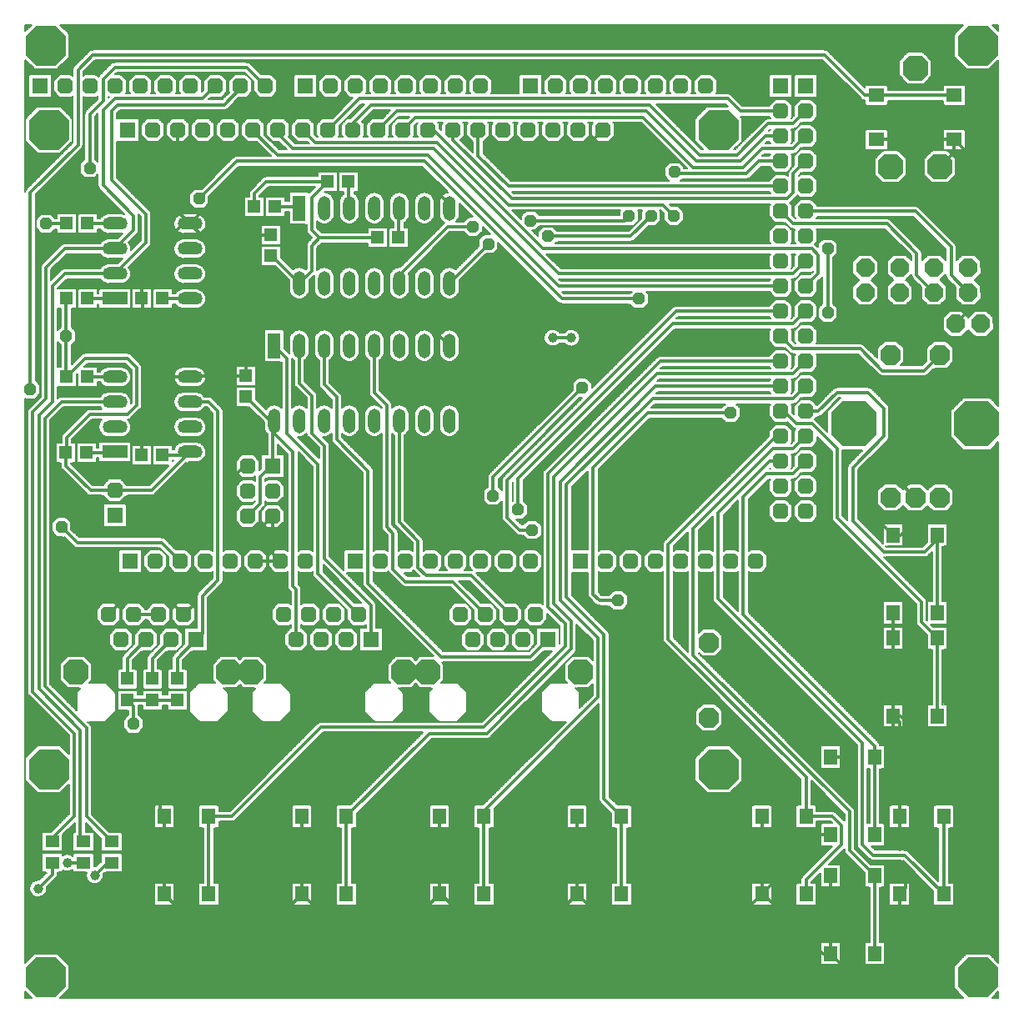
<source format=gtl>
%FSLAX35Y35*%
%MOIN*%
%IN16=KupferobenL2(X.GTL)*%
%ADD10C,0.00591*%
%ADD11C,0.00768*%
%ADD12C,0.01181*%
%ADD13C,0.01535*%
%ADD14C,0.01575*%
%ADD15C,0.02362*%
%ADD16C,0.02559*%
%ADD17C,0.02795*%
%ADD18C,0.03937*%
%AMR_19*21,1,0.04587,0.05433,0,0,90.000*%
%ADD19R_19*%
%AMR_20*21,1,0.05000,0.05000,0,0,0.000*%
%ADD20R_20*%
%AMR_21*21,1,0.05000,0.05000,0,0,90.000*%
%ADD21R_21*%
%AMR_22*21,1,0.05000,0.05000,0,0,180.000*%
%ADD22R_22*%
%AMR_23*21,1,0.05000,0.05000,0,0,270.000*%
%ADD23R_23*%
%AMR_24*21,1,0.05000,0.09843,0,0,0.000*%
%ADD24R_24*%
%AMR_25*21,1,0.05000,0.10000,0,0,90.000*%
%ADD25R_25*%
%AMR_26*21,1,0.05118,0.06102,0,0,0.000*%
%ADD26R_26*%
%AMR_27*21,1,0.05118,0.06102,0,0,90.000*%
%ADD27R_27*%
%AMR_28*21,1,0.19685,0.19685,0,0,0.000*%
%ADD28R_28*%
%AMOCT_29*4,1,8,0.023622,0.011811,0.011811,0.023622,-0.011811,0.023622,-0.023622,0.011811,-0.023622,-0.011811,-0.011811,-0.023622,0.011811,-0.023622,0.023622,-0.011811,0.023622,0.011811,0.000*%
%ADD29OCT_29*%
%AMOCT_30*4,1,8,0.031496,0.015748,0.015748,0.031496,-0.015748,0.031496,-0.031496,0.015748,-0.031496,-0.015748,-0.015748,-0.031496,0.015748,-0.031496,0.031496,-0.015748,0.031496,0.015748,-0.000*%
%ADD30OCT_30*%
%AMOCT_31*4,1,8,0.031496,0.015748,0.015748,0.031496,-0.015748,0.031496,-0.031496,0.015748,-0.031496,-0.015748,-0.015748,-0.031496,0.015748,-0.031496,0.031496,-0.015748,0.031496,0.015748,90.000*%
%ADD31OCT_31*%
%AMOCT_32*4,1,8,0.031496,0.015748,0.015748,0.031496,-0.015748,0.031496,-0.031496,0.015748,-0.031496,-0.015748,-0.015748,-0.031496,0.015748,-0.031496,0.031496,-0.015748,0.031496,0.015748,180.000*%
%ADD32OCT_32*%
%AMOCT_33*4,1,8,0.031496,0.015748,0.015748,0.031496,-0.015748,0.031496,-0.031496,0.015748,-0.031496,-0.015748,-0.015748,-0.031496,0.015748,-0.031496,0.031496,-0.015748,0.031496,0.015748,270.000*%
%ADD33OCT_33*%
%AMOCT_34*4,1,8,0.035433,0.017717,0.017717,0.035433,-0.017717,0.035433,-0.035433,0.017717,-0.035433,-0.017717,-0.017717,-0.035433,0.017717,-0.035433,0.035433,-0.017717,0.035433,0.017717,180.000*%
%ADD34OCT_34*%
%AMOCT_35*4,1,8,0.035433,0.017717,0.017717,0.035433,-0.017717,0.035433,-0.035433,0.017717,-0.035433,-0.017717,-0.017717,-0.035433,0.017717,-0.035433,0.035433,-0.017717,0.035433,0.017717,270.000*%
%ADD35OCT_35*%
%AMOCT_36*4,1,8,0.039370,0.019685,0.019685,0.039370,-0.019685,0.039370,-0.039370,0.019685,-0.039370,-0.019685,-0.019685,-0.039370,0.019685,-0.039370,0.039370,-0.019685,0.039370,0.019685,0.000*%
%ADD36OCT_36*%
%AMOCT_37*4,1,8,0.039370,0.019685,0.019685,0.039370,-0.019685,0.039370,-0.039370,0.019685,-0.039370,-0.019685,-0.019685,-0.039370,0.019685,-0.039370,0.039370,-0.019685,0.039370,0.019685,270.000*%
%ADD37OCT_37*%
%AMOCT_38*4,1,8,0.049213,0.024606,0.024606,0.049213,-0.024606,0.049213,-0.049213,0.024606,-0.049213,-0.024606,-0.024606,-0.049213,0.024606,-0.049213,0.049213,-0.024606,0.049213,0.024606,180.000*%
%ADD38OCT_38*%
%AMOCT_39*4,1,8,0.062992,0.031496,0.031496,0.062992,-0.031496,0.062992,-0.062992,0.031496,-0.062992,-0.031496,-0.031496,-0.062992,0.031496,-0.062992,0.062992,-0.031496,0.062992,0.031496,180.000*%
%ADD39OCT_39*%
%AMOCT_40*4,1,8,0.078740,0.039370,0.039370,0.078740,-0.039370,0.078740,-0.078740,0.039370,-0.078740,-0.039370,-0.039370,-0.078740,0.039370,-0.078740,0.078740,-0.039370,0.078740,0.039370,0.000*%
%ADD40OCT_40*%
%AMOCT_41*4,1,8,0.078740,0.039370,0.039370,0.078740,-0.039370,0.078740,-0.078740,0.039370,-0.078740,-0.039370,-0.039370,-0.078740,0.039370,-0.078740,0.078740,-0.039370,0.078740,0.039370,180.000*%
%ADD41OCT_41*%
%AMOCT_42*4,1,8,0.090551,0.045276,0.045276,0.090551,-0.045276,0.090551,-0.090551,0.045276,-0.090551,-0.045276,-0.045276,-0.090551,0.045276,-0.090551,0.090551,-0.045276,0.090551,0.045276,0.000*%
%ADD42OCT_42*%
%AMO_43*20,1,0.03937,-0.00787,0.00000,0.00787,0.00000,0*1,1,0.03937,-0.00787,0.00000*1,1,0.03937,0.00787,0.00000*%
%ADD43O_43*%
%AMO_44*20,1,0.05000,0.00000,-0.02421,0.00000,0.02421,0*1,1,0.05000,0.00000,-0.02421*1,1,0.05000,0.00000,0.02421*%
%ADD44O_44*%
%AMO_45*20,1,0.05000,0.02500,0.00000,-0.02500,0.00000,0*1,1,0.05000,0.02500,0.00000*1,1,0.05000,-0.02500,0.00000*%
%ADD45O_45*%
%AMRR_46*21,1,0.06299,0.05039,0,0,-0.000*21,1,0.05039,0.06299,0,0,-0.000*1,1,0.01260,0.02520,0.02520*1,1,0.01260,-0.02520,-0.02520*1,1,0.01260,0.02520,-0.02520*1,1,0.01260,-0.02520,0.02520*%
%ADD46RR_46*%
%AMRR_47*21,1,0.06299,0.05039,0,0,90.000*21,1,0.05039,0.06299,0,0,90.000*1,1,0.01260,-0.02520,0.02520*1,1,0.01260,0.02520,-0.02520*1,1,0.01260,0.02520,0.02520*1,1,0.01260,-0.02520,-0.02520*%
%ADD47RR_47*%
%AMRR_48*21,1,0.06299,0.05039,0,0,180.000*21,1,0.05039,0.06299,0,0,180.000*1,1,0.01260,-0.02520,-0.02520*1,1,0.01260,0.02520,0.02520*1,1,0.01260,-0.02520,0.02520*1,1,0.01260,0.02520,-0.02520*%
%ADD48RR_48*%
%AMRR_49*21,1,0.06299,0.05039,0,0,270.000*21,1,0.05039,0.06299,0,0,270.000*1,1,0.01260,0.02520,-0.02520*1,1,0.01260,-0.02520,0.02520*1,1,0.01260,-0.02520,-0.02520*1,1,0.01260,0.02520,0.02520*%
%ADD49RR_49*%
G54D12*
X113026Y43799D02*
X112992Y43799D01*
X118100Y38725D02*
X162918Y38725D01*
X168651Y43799D02*
X167992Y43799D01*
X173725Y38725D02*
X217918Y38725D01*
X223026Y43799D02*
X222992Y43799D01*
X228100Y38725D02*
X251225Y38725D01*
X297401Y43799D02*
X296742Y43799D01*
X321151Y20049D02*
X324242Y20049D01*
X222992Y43799D02*
X222992Y45492D01*
X349242Y115049D02*
X351742Y112549D01*
X331190Y13100D02*
X345600Y13100D01*
X63065Y38725D02*
X107918Y38725D01*
X324242Y67549D02*
X320492Y67549D01*
X63100Y349104D02*
X63346Y349350D01*
X113026Y43799D02*
X112992Y44458D01*
X112992Y43799D01*
X351072Y209350D02*
X341850Y209350D01*
X349242Y187401D02*
X352401Y187401D01*
X358100Y193100D02*
X371850Y193100D01*
X196850Y340600D02*
X224596Y340600D01*
X349242Y115049D02*
X352401Y115049D01*
X370600Y109350D02*
X358100Y109350D01*
X370620Y109370D02*
X370600Y109350D01*
X41850Y161850D02*
X59350Y161850D01*
X36850Y154350D02*
X35600Y155600D01*
X69076Y159076D02*
X65600Y155600D01*
X56299Y74901D02*
X57992Y74901D01*
X388100Y284409D02*
X388100Y284350D01*
X380600Y276850D02*
X379350Y276850D01*
X168486Y323026D02*
X171850Y319662D01*
X171850Y318100D01*
X157162Y334350D02*
X90600Y334350D01*
X373725Y112475D02*
X370620Y109370D01*
X69350Y159350D02*
X69076Y159076D01*
X388100Y331043D02*
X388100Y284409D01*
X157162Y334350D02*
X168486Y323026D01*
X68550Y251050D02*
X68100Y250600D01*
X49134Y229134D02*
X48900Y228900D01*
X351742Y43799D02*
X354242Y46299D01*
X68100Y311850D02*
X65600Y311850D01*
X113026Y43799D02*
X118100Y38725D01*
X162918Y38725D02*
X167992Y43799D01*
X168651Y43799D02*
X173725Y38725D01*
X217918Y38725D02*
X222992Y43799D01*
X223026Y43799D02*
X228100Y38725D01*
X291668Y38725D02*
X296742Y43799D01*
X297401Y43799D02*
X321151Y20049D01*
X349242Y146151D02*
X349242Y156299D01*
X351742Y74901D02*
X351742Y112549D01*
X324242Y20049D02*
X331190Y13100D01*
X345600Y13100D02*
X351742Y19242D01*
X351742Y43799D01*
X57992Y43799D02*
X63065Y38725D01*
X107918Y38725D02*
X112992Y43799D01*
X296742Y43799D02*
X320492Y67549D01*
X57992Y43799D02*
X57992Y74901D01*
X112992Y44458D02*
X112992Y74901D01*
X167992Y43799D02*
X167992Y74901D01*
X222992Y43799D02*
X222992Y74901D01*
X296742Y43799D02*
X296742Y74901D01*
X324242Y20049D02*
X324242Y51151D01*
X351072Y209350D02*
X358100Y202322D01*
X339350Y206850D02*
X341850Y209350D01*
X339350Y197293D02*
X339350Y206850D01*
X339350Y197293D02*
X349242Y187401D01*
X352401Y187401D02*
X358100Y193100D01*
X371850Y193100D02*
X373725Y191225D01*
X349242Y115049D02*
X349242Y146151D01*
X224596Y340600D02*
X233346Y349350D01*
X352401Y115049D02*
X358100Y109350D01*
X373725Y112475D02*
X373725Y191225D01*
X63346Y316604D02*
X63346Y349350D01*
X63346Y316604D02*
X68100Y311850D01*
X49350Y261850D02*
X49350Y281400D01*
X35600Y155600D02*
X41850Y161850D01*
X59350Y161850D02*
X65600Y155600D01*
X68100Y311850D02*
X72650Y307300D01*
X100600Y307300D01*
X69350Y159350D02*
X69350Y186850D01*
X94350Y176850D02*
X104350Y176850D01*
X342549Y345492D02*
X373651Y345492D01*
X367942Y334665D02*
X373651Y340374D01*
X373651Y345492D01*
X388100Y331043D01*
X380600Y276850D02*
X388100Y284350D01*
X374350Y271850D02*
X379350Y276850D01*
X68100Y311850D02*
X90600Y334350D01*
X49350Y261850D02*
X60600Y250600D01*
X68100Y250600D01*
X68550Y251050D02*
X90600Y251050D01*
X48900Y219350D02*
X48900Y228900D01*
X55600Y235600D02*
X49134Y229134D01*
X60600Y240600D02*
X60600Y250600D01*
X55600Y235600D02*
X60600Y240600D01*
X354242Y46299D02*
X354242Y51299D01*
X351742Y63090D02*
X351742Y74901D01*
X349242Y107549D02*
X349242Y115049D01*
X324242Y98651D02*
X329950Y98651D01*
X48900Y295150D02*
X65600Y311850D01*
X48900Y281850D02*
X48900Y295150D01*
X56299Y74901D02*
X56299Y92401D01*
X251225Y38725D02*
X291668Y38725D01*
X250600Y39350D02*
X251225Y38725D01*
X101225Y194975D02*
X101225Y179975D01*
X104350Y176850D01*
X89975Y214975D02*
X86225Y211225D01*
X89975Y214975D02*
X91225Y214975D01*
X86225Y191850D02*
X86225Y211225D01*
X86225Y191850D02*
X88725Y189350D01*
X95600Y189350D01*
X101225Y194975D01*
X159975Y274975D02*
X171850Y263100D01*
X159975Y274975D02*
X96850Y274975D01*
X90600Y268725D01*
X90600Y251050D01*
X71850Y235600D02*
X76850Y230600D01*
X76850Y194350D01*
X69350Y186850D01*
X60600Y240600D02*
X60600Y238725D01*
X63725Y235600D01*
X71850Y235600D01*
X73100Y349104D02*
X73346Y349350D01*
X18587Y220287D02*
X18587Y215112D01*
X57300Y219350D02*
X66850Y219350D01*
X68100Y220600D01*
X216850Y281850D02*
X247650Y281850D01*
X161850Y336850D02*
X216850Y281850D01*
X161850Y336850D02*
X86850Y336850D01*
X71850Y321850D01*
X110600Y165600D02*
X110600Y145600D01*
X109350Y166850D02*
X110600Y165600D01*
X109350Y220600D02*
X109350Y166850D01*
X101850Y228100D02*
X109350Y220600D01*
X101850Y228100D02*
X101850Y233100D01*
X100150Y233100D02*
X101850Y233100D01*
X90600Y242650D02*
X100150Y233100D01*
X101050Y298900D02*
X100600Y298900D01*
X111850Y288100D02*
X101050Y298900D01*
X18900Y220600D02*
X18587Y220287D01*
X18900Y250600D02*
X26400Y258100D01*
X43100Y258100D01*
X46850Y254350D01*
X46850Y239350D01*
X43100Y235600D01*
X28100Y235600D01*
X18900Y226400D01*
X18900Y220600D01*
X18900Y311850D02*
X10600Y311850D01*
X18900Y281850D02*
X19037Y281712D01*
X19350Y281400D01*
X18725Y266850D02*
X19037Y266850D01*
X18900Y281850D02*
X18725Y281675D01*
X19037Y281712D01*
X18725Y281675D02*
X18725Y266850D01*
X18725Y250775D02*
X18725Y266850D01*
X18725Y250775D02*
X18900Y250600D01*
X19037Y281712D02*
X18900Y281850D01*
X220590Y266225D02*
X213100Y266225D01*
X101225Y214975D02*
X101225Y232475D01*
X101850Y233100D01*
X18587Y215112D02*
X28412Y205287D01*
X38100Y205287D01*
X52787Y205287D01*
X66850Y219350D01*
X100600Y214975D02*
X96225Y210600D01*
X100600Y214975D02*
X101225Y214975D01*
X96225Y210600D02*
X96225Y199975D01*
X91225Y194975D01*
X93900Y318725D02*
X93900Y323900D01*
X98725Y328725D01*
X123275Y328725D01*
X116850Y322300D01*
X116850Y309350D01*
X119975Y306225D01*
X143275Y306225D01*
X119975Y306225D02*
X116850Y303100D01*
X116850Y293100D01*
X111850Y288100D01*
X304350Y356850D02*
X288100Y356850D01*
X283100Y361850D02*
X288100Y356850D01*
X283100Y361850D02*
X135846Y361850D01*
X123346Y349350D01*
X133346Y350846D02*
X133346Y349350D01*
X251850Y359350D02*
X140600Y359350D01*
X286850Y339350D02*
X299350Y351850D01*
X309350Y351850D01*
X314350Y356850D01*
X251850Y359350D02*
X271850Y339350D01*
X286850Y339350D01*
X133346Y349350D02*
X133346Y350846D01*
X140600Y359350D02*
X133346Y352096D01*
X133346Y350846D02*
X133346Y352096D01*
X298100Y346850D02*
X304350Y346850D01*
X288100Y336850D02*
X298100Y346850D01*
X270600Y336850D02*
X288100Y336850D01*
X270600Y336850D02*
X250600Y356850D01*
X150846Y356850D01*
X143346Y349350D01*
X269350Y334350D02*
X249350Y354350D01*
X269350Y334350D02*
X289350Y334350D01*
X311850Y346850D02*
X314350Y346850D01*
X296850Y341850D02*
X289350Y334350D01*
X296850Y341850D02*
X309350Y341850D01*
X314350Y346850D01*
X158346Y354350D02*
X249350Y354350D01*
X158346Y354350D02*
X153346Y349350D01*
X165600Y349350D02*
X163346Y349350D01*
X163346Y349104D02*
X163346Y349350D01*
X295600Y336850D02*
X304350Y336850D01*
X295600Y336850D02*
X290600Y331850D01*
X262475Y331850D01*
X261850Y332475D01*
X165600Y349350D02*
X195600Y319350D01*
X254662Y319350D01*
X257162Y319350D01*
X261537Y314975D01*
X309350Y331850D02*
X314350Y336850D01*
X196850Y321850D02*
X306850Y321850D01*
X309350Y324350D01*
X309350Y331850D01*
X173346Y349350D02*
X173346Y345354D01*
X196850Y321850D01*
X195600Y326850D02*
X304350Y326850D01*
X195600Y326850D02*
X183346Y339104D01*
X183346Y349350D01*
X109350Y341850D02*
X103346Y347854D01*
X103346Y349350D01*
X165600Y341850D02*
X109350Y341850D01*
X165600Y341850D02*
X215600Y291850D01*
X309350Y291850D01*
X314350Y296850D01*
X103100Y339350D02*
X93346Y349104D01*
X93346Y349350D01*
X163100Y339350D02*
X103100Y339350D01*
X163100Y339350D02*
X215600Y286850D01*
X304350Y286850D01*
X118346Y344350D02*
X113346Y349350D01*
X166850Y344350D02*
X118346Y344350D01*
X166850Y344350D02*
X209350Y301850D01*
X316850Y301850D01*
X319350Y299350D01*
X319350Y291850D01*
X314350Y286850D01*
X84901Y74901D02*
X75708Y74901D01*
X75708Y43799D02*
X75708Y74901D01*
X84901Y74901D02*
X120600Y110600D01*
X185600Y110600D01*
X218100Y143100D01*
X218100Y151850D01*
X304350Y256850D02*
X256225Y256850D01*
X211225Y211850D01*
X211225Y158725D01*
X218100Y151850D01*
X314350Y256850D02*
X309350Y251850D01*
X130708Y43799D02*
X130708Y74901D01*
X163907Y108100D01*
X186850Y108100D01*
X220600Y141850D01*
X220600Y153100D02*
X220600Y141850D01*
X213725Y159975D02*
X220600Y153100D01*
X213725Y159975D02*
X213725Y210600D01*
X254975Y251850D01*
X309350Y251850D01*
X185708Y43799D02*
X185708Y74901D01*
X254350Y246850D02*
X304350Y246850D01*
X216225Y208725D02*
X254350Y246850D01*
X216225Y208725D02*
X216225Y161225D01*
X231225Y146225D01*
X231225Y122475D01*
X185708Y76958D01*
X185708Y74901D01*
X310600Y231850D02*
X305600Y236850D01*
X304350Y236850D01*
X310600Y231850D02*
X316850Y231850D01*
X326850Y221850D01*
X326850Y194350D01*
X360600Y160600D01*
X360600Y152509D01*
X366958Y146151D01*
X366958Y115049D02*
X366958Y146151D01*
X314350Y236850D02*
X319350Y236850D01*
X326850Y244350D01*
X339350Y244350D01*
X345600Y238100D01*
X345600Y226850D01*
X333100Y214350D01*
X333100Y193100D01*
X345600Y180600D01*
X361850Y180600D01*
X366958Y185708D01*
X366958Y187401D01*
X366958Y156299D02*
X366958Y185708D01*
X366958Y187401D01*
X314458Y90492D02*
X314458Y74901D01*
X314458Y90492D02*
X259350Y145600D01*
X259350Y183725D02*
X259350Y145600D01*
X259350Y183725D02*
X302475Y226850D01*
X304350Y226850D01*
X325044Y74901D02*
X328572Y71373D01*
X314458Y49532D02*
X328572Y63646D01*
X328572Y63739D02*
X328572Y63646D01*
X328572Y63739D02*
X328572Y71373D01*
X314458Y74901D02*
X325044Y74901D01*
X314458Y43799D02*
X314458Y49532D01*
X314350Y226850D02*
X309350Y221850D01*
X301225Y221850D02*
X309350Y221850D01*
X301225Y221850D02*
X269350Y189975D01*
X269350Y139350D01*
X331850Y76850D01*
X331850Y61259D01*
X341958Y51151D01*
X341958Y20049D02*
X341958Y51151D01*
X299975Y216850D02*
X304350Y216850D01*
X299975Y216850D02*
X279350Y196225D01*
X279350Y161850D01*
X336850Y104350D02*
X279350Y161850D01*
X336850Y104350D02*
X336850Y63725D01*
X341225Y59350D01*
X353907Y59350D01*
X369458Y43799D01*
X369458Y74901D01*
X314350Y216850D02*
X309350Y211850D01*
X298725Y211850D02*
X309350Y211850D01*
X298725Y211850D02*
X289350Y202475D01*
X289350Y155600D01*
X341958Y102992D01*
X341958Y98651D01*
X341958Y67549D02*
X341958Y98651D01*
X304350Y266850D02*
X309350Y261850D01*
X336225Y261850D02*
X309350Y261850D01*
X344975Y253100D02*
X336225Y261850D01*
X344975Y253100D02*
X361633Y253100D01*
X367942Y259409D01*
X342549Y363651D02*
X342549Y363208D01*
X321850Y379350D02*
X337992Y363208D01*
X342549Y363208D01*
X29350Y379350D02*
X321850Y379350D01*
X29350Y379350D02*
X23412Y373412D01*
X23412Y343412D02*
X23412Y373412D01*
X64350Y176850D02*
X56850Y184350D01*
X342549Y363208D02*
X373651Y363208D01*
X23100Y184350D02*
X56850Y184350D01*
X23100Y184350D02*
X16850Y190600D01*
X4350Y245600D02*
X4350Y324350D01*
X23412Y343412D01*
X111850Y263100D02*
X111850Y248100D01*
X116850Y243100D01*
X116850Y228100D02*
X116850Y243100D01*
X121850Y223100D02*
X116850Y228100D01*
X121850Y223100D02*
X121850Y178100D01*
X140600Y159350D01*
X140600Y145600D01*
X101850Y263100D02*
X106850Y258100D01*
X106850Y228100D02*
X106850Y258100D01*
X119350Y215600D02*
X106850Y228100D01*
X119350Y215600D02*
X119350Y171850D01*
X135600Y155600D01*
X304350Y316850D02*
X309350Y311850D01*
X346850Y311850D01*
X358725Y299975D02*
X346850Y311850D01*
X358725Y299975D02*
X358725Y291225D01*
X365600Y284350D01*
X314350Y316850D02*
X358100Y316850D01*
X372475Y302475D02*
X358100Y316850D01*
X372475Y302475D02*
X372475Y291225D01*
X379350Y284350D01*
X45600Y155600D02*
X55600Y155600D01*
X43100Y121400D02*
X53100Y121400D01*
X63100Y121400D01*
X45600Y111850D02*
X45600Y118900D01*
X43100Y121400D01*
X121850Y263100D02*
X121850Y247475D01*
X126850Y242475D01*
X126850Y225600D02*
X126850Y242475D01*
X126850Y225600D02*
X139350Y213100D01*
X139350Y168100D01*
X168725Y138725D01*
X204350Y138725D01*
X211225Y145600D01*
X102300Y318725D02*
X111225Y318725D01*
X111850Y318100D01*
X141850Y265600D02*
X141850Y263100D01*
X141850Y244350D01*
X146850Y239350D01*
X146850Y190600D01*
X149350Y188100D01*
X149350Y173725D02*
X149350Y188100D01*
X154350Y168725D02*
X149350Y173725D01*
X154350Y168725D02*
X173100Y168725D01*
X186225Y155600D01*
X131675Y328725D02*
X131675Y318275D01*
X131850Y318100D01*
X151850Y231850D02*
X151850Y233100D01*
X151850Y231850D01*
X151850Y192475D02*
X159350Y184975D01*
X159350Y174350D02*
X159350Y184975D01*
X162475Y171225D02*
X159350Y174350D01*
X162475Y171225D02*
X180600Y171225D01*
X196225Y155600D01*
X151675Y306225D02*
X151675Y317925D01*
X151850Y318100D01*
X151850Y192475D02*
X151850Y231850D01*
X26987Y220287D02*
X37787Y220287D01*
X38100Y220600D01*
X27300Y281850D02*
X38100Y281850D01*
X57300Y281850D02*
X68100Y281850D01*
X73100Y163100D02*
X73100Y148100D01*
X70600Y145600D01*
X63100Y129800D02*
X63100Y138100D01*
X70600Y145600D01*
X79350Y169350D02*
X73100Y163100D01*
X79350Y169350D02*
X79350Y236850D01*
X68100Y240600D02*
X75600Y240600D01*
X79350Y236850D01*
X53100Y129800D02*
X53100Y138100D01*
X60600Y145600D01*
X43100Y129800D02*
X43100Y138100D01*
X50600Y145600D01*
X88350Y365850D02*
X81850Y359350D01*
X88350Y365850D02*
X88350Y366850D01*
X81850Y359350D02*
X39350Y359350D01*
X36850Y356850D02*
X39350Y359350D01*
X36850Y356850D02*
X36850Y329350D01*
X50600Y315600D01*
X50600Y304350D01*
X38100Y291850D01*
X24350Y109350D02*
X24350Y66053D01*
X25600Y64803D01*
X7787Y125912D02*
X24350Y109350D01*
X7787Y125912D02*
X7787Y235287D01*
X13100Y240600D01*
X13100Y286850D01*
X18100Y291850D01*
X38100Y291850D01*
X33412Y357162D02*
X33412Y327162D01*
X33412Y357162D02*
X38100Y361850D01*
X73100Y361850D02*
X38100Y361850D01*
X78100Y366850D02*
X78350Y366850D01*
X73100Y361850D02*
X78100Y366850D01*
X33412Y327162D02*
X45600Y314975D01*
X45600Y309350D01*
X38100Y301850D01*
X13100Y66225D02*
X13100Y64803D01*
X13100Y66225D02*
X21850Y74975D01*
X21850Y108100D02*
X21850Y74975D01*
X5287Y124662D02*
X21850Y108100D01*
X5287Y124662D02*
X5287Y236537D01*
X10600Y241850D01*
X10600Y294350D01*
X18100Y301850D01*
X38100Y301850D01*
X13100Y51700D02*
X7450Y46050D01*
X13100Y56397D02*
X13100Y51700D01*
X25600Y56397D02*
X19109Y56397D01*
X35088Y56397D02*
X30088Y51397D01*
X36850Y56397D02*
X35088Y56397D01*
X27300Y311850D02*
X38100Y311850D01*
X27300Y250600D02*
X38100Y250600D01*
X98350Y366850D02*
X90850Y374350D01*
X38100Y374350D01*
X33412Y369662D02*
X38100Y374350D01*
X26850Y74803D02*
X36850Y64803D01*
X26850Y110287D02*
X26850Y74803D01*
X26850Y110287D02*
X10287Y126850D01*
X10287Y234037D01*
X16850Y240600D01*
X38100Y240600D01*
X33412Y360912D02*
X33412Y369662D01*
X33412Y360912D02*
X28100Y355600D01*
X28100Y334037D01*
X303725Y307475D02*
X304350Y306850D01*
X284350Y236225D02*
X284975Y236225D01*
X323100Y301850D02*
X323100Y276225D01*
X251225Y236225D02*
X284350Y236225D01*
X251225Y236225D02*
X229350Y214350D01*
X229350Y163725D01*
X231850Y161225D01*
X239350Y161225D01*
X171850Y288100D02*
X187475Y303725D01*
X211225Y306850D02*
X244350Y306850D01*
X252475Y314975D01*
X262475Y276850D02*
X304350Y276850D01*
X262475Y276850D02*
X194975Y209350D01*
X194975Y194350D01*
X199975Y189350D01*
X204975Y189350D01*
X199350Y209975D02*
X199350Y197475D01*
X199350Y209975D02*
X261225Y271850D01*
X309350Y271850D01*
X314350Y276850D01*
X224975Y246225D02*
X189350Y210600D01*
X189350Y203100D01*
X233725Y81884D02*
X240708Y74901D01*
X233725Y147475D02*
X233725Y81884D01*
X218725Y162475D02*
X233725Y147475D01*
X218725Y207475D02*
X218725Y162475D01*
X218725Y207475D02*
X253100Y241850D01*
X309350Y241850D01*
X240708Y43799D02*
X240708Y74901D01*
X309350Y241850D02*
X314350Y246850D01*
X151850Y288100D02*
X151850Y291225D01*
X170600Y309975D01*
X171225Y310600D01*
X181225Y310600D01*
X204350Y313100D02*
X241850Y313100D01*
X243725Y314975D01*
G54D18*
X349242Y107549D03*
X329950Y98651D03*
X354242Y51299D03*
X351742Y63090D03*
X56299Y92401D03*
X220590Y266225D03*
X213100Y266225D03*
X7450Y46050D03*
X19109Y56397D03*
X30088Y51397D03*
G54D19*
X36850Y64803D03*
X36850Y56397D03*
X25600Y64803D03*
X25600Y56397D03*
X13100Y64803D03*
X13100Y56397D03*
G54D20*
X26987Y220287D03*
X18587Y220287D03*
X57300Y219350D03*
X48900Y219350D03*
X57300Y281850D03*
X48900Y281850D03*
X27300Y250600D03*
X18900Y250600D03*
X27300Y281850D03*
X18900Y281850D03*
X27300Y311850D03*
X18900Y311850D03*
G54D22*
X143275Y306225D03*
X151675Y306225D03*
X123275Y328725D03*
X131675Y328725D03*
X93900Y318725D03*
X102300Y318725D03*
G54D23*
X90600Y242650D03*
X90600Y251050D03*
X100600Y298900D03*
X100600Y307300D03*
X43100Y121400D03*
X43100Y129800D03*
X53100Y121400D03*
X53100Y129800D03*
X63100Y121400D03*
X63100Y129800D03*
G54D24*
X101850Y263100D03*
X111850Y318100D03*
G54D25*
X38100Y220600D03*
X38100Y281850D03*
G54D26*
X75708Y74901D03*
X75708Y43799D03*
X57992Y74901D03*
X57992Y43799D03*
X130708Y74901D03*
X130708Y43799D03*
X112992Y74901D03*
X112992Y43799D03*
X185708Y74901D03*
X185708Y43799D03*
X167992Y74901D03*
X167992Y43799D03*
X240708Y74901D03*
X240708Y43799D03*
X222992Y74901D03*
X222992Y43799D03*
X366958Y146151D03*
X366958Y115049D03*
X349242Y146151D03*
X349242Y115049D03*
X366958Y187401D03*
X366958Y156299D03*
X349242Y187401D03*
X349242Y156299D03*
X314458Y74901D03*
X314458Y43799D03*
X296742Y74901D03*
X296742Y43799D03*
X341958Y51151D03*
X341958Y20049D03*
X324242Y51151D03*
X324242Y20049D03*
X369458Y74901D03*
X369458Y43799D03*
X351742Y74901D03*
X351742Y43799D03*
X341958Y98651D03*
X341958Y67549D03*
X324242Y98651D03*
X324242Y67549D03*
G54D27*
X342549Y363208D03*
X373651Y363208D03*
X342549Y345492D03*
X373651Y345492D03*
G54D29*
X196850Y340600D03*
X247650Y281850D03*
X71850Y321850D03*
X10600Y311850D03*
X18725Y266850D03*
X261850Y332475D03*
X261537Y314975D03*
X4350Y245600D03*
X16850Y190600D03*
X45600Y111850D03*
X28100Y334037D03*
X284350Y236225D03*
X323100Y301850D03*
X323100Y276225D03*
X239350Y161225D03*
X187475Y303725D03*
X211225Y306850D03*
X252475Y314975D03*
X204975Y189350D03*
X199350Y197475D03*
X189350Y203100D03*
X224975Y246225D03*
X181225Y310600D03*
X204350Y313100D03*
X243725Y314975D03*
G54D30*
X18350Y366850D03*
X28350Y366850D03*
X38350Y366850D03*
X48350Y366850D03*
X58350Y366850D03*
X68350Y366850D03*
X78350Y366850D03*
X88350Y366850D03*
X98350Y366850D03*
X54350Y176850D03*
X64350Y176850D03*
X74350Y176850D03*
X84350Y176850D03*
X94350Y176850D03*
X104350Y176850D03*
X114350Y176850D03*
X144350Y176850D03*
X154350Y176850D03*
X164350Y176850D03*
X174350Y176850D03*
X184350Y176850D03*
X194350Y176850D03*
X204350Y176850D03*
X234350Y176850D03*
X244350Y176850D03*
X254350Y176850D03*
X264350Y176850D03*
X274350Y176850D03*
X284350Y176850D03*
X294350Y176850D03*
X214350Y366850D03*
X224350Y366850D03*
X234350Y366850D03*
X244350Y366850D03*
X254350Y366850D03*
X264350Y366850D03*
X274350Y366850D03*
X124350Y366850D03*
X134350Y366850D03*
X144350Y366850D03*
X154350Y366850D03*
X164350Y366850D03*
X174350Y366850D03*
X184350Y366850D03*
X53346Y349350D03*
X63346Y349350D03*
X73346Y349350D03*
X83346Y349350D03*
X93346Y349350D03*
X103346Y349350D03*
X113346Y349350D03*
X123346Y349350D03*
X133346Y349350D03*
X143346Y349350D03*
X153346Y349350D03*
X163346Y349350D03*
X173346Y349350D03*
X183346Y349350D03*
X193346Y349350D03*
X203346Y349350D03*
X213346Y349350D03*
X223346Y349350D03*
X233346Y349350D03*
G54D31*
X38100Y205287D03*
G54D32*
X135600Y155600D03*
X130600Y145600D03*
X125600Y155600D03*
X120600Y145600D03*
X115600Y155600D03*
X110600Y145600D03*
X105600Y155600D03*
X65600Y155600D03*
X60600Y145600D03*
X55600Y155600D03*
X50600Y145600D03*
X45600Y155600D03*
X40600Y145600D03*
X35600Y155600D03*
X206225Y155600D03*
X201225Y145600D03*
X196225Y155600D03*
X191225Y145600D03*
X186225Y155600D03*
X181225Y145600D03*
X176225Y155600D03*
G54D33*
X304350Y356850D03*
X304350Y346850D03*
X304350Y336850D03*
X304350Y326850D03*
X304350Y316850D03*
X304350Y306850D03*
X304350Y296850D03*
X304350Y286850D03*
X304350Y276850D03*
X304350Y266850D03*
X304350Y256850D03*
X304350Y246850D03*
X304350Y236850D03*
X304350Y226850D03*
X304350Y216850D03*
X304350Y206850D03*
X304350Y196850D03*
X314350Y356850D03*
X314350Y346850D03*
X314350Y336850D03*
X314350Y326850D03*
X314350Y316850D03*
X314350Y306850D03*
X314350Y296850D03*
X314350Y286850D03*
X314350Y276850D03*
X314350Y266850D03*
X314350Y256850D03*
X314350Y246850D03*
X314350Y236850D03*
X314350Y226850D03*
X314350Y216850D03*
X314350Y206850D03*
X314350Y196850D03*
X91225Y214975D03*
X101225Y204975D03*
X91225Y204975D03*
X101225Y194975D03*
X91225Y194975D03*
G54D34*
X384350Y271850D03*
X374350Y271850D03*
G54D35*
X338100Y294350D03*
X338100Y284350D03*
X351850Y294350D03*
X351850Y284350D03*
X365600Y294350D03*
X365600Y284350D03*
X379350Y294350D03*
X379350Y284350D03*
G54D36*
X348257Y202322D03*
X358100Y202322D03*
X367942Y202322D03*
X348257Y259409D03*
X367942Y259409D03*
G54D37*
X275600Y144350D03*
X275600Y114350D03*
G54D38*
X367942Y334665D03*
X348257Y334665D03*
X358100Y374035D03*
X92588Y132608D03*
X153612Y132608D03*
X22588Y132608D03*
X83612Y132608D03*
X163213Y132608D03*
X224237Y132608D03*
G54D40*
X383100Y10600D03*
X10600Y10600D03*
X10600Y383100D03*
X383100Y383100D03*
G54D41*
X11742Y93759D03*
X11742Y349350D03*
X279458Y93759D03*
X279458Y349350D03*
G54D42*
X333494Y231850D03*
X382706Y231850D03*
G54D44*
X111850Y263100D03*
X121850Y263100D03*
X131850Y263100D03*
X141850Y263100D03*
X151850Y263100D03*
X161850Y263100D03*
X171850Y263100D03*
X171850Y233100D03*
X161850Y233100D03*
X151850Y233100D03*
X141850Y233100D03*
X131850Y233100D03*
X121850Y233100D03*
X111850Y233100D03*
X101850Y233100D03*
X121850Y318100D03*
X131850Y318100D03*
X141850Y318100D03*
X151850Y318100D03*
X161850Y318100D03*
X171850Y318100D03*
X171850Y288100D03*
X161850Y288100D03*
X151850Y288100D03*
X141850Y288100D03*
X131850Y288100D03*
X121850Y288100D03*
X111850Y288100D03*
G54D45*
X38100Y230600D03*
X38100Y240600D03*
X38100Y250600D03*
X68100Y250600D03*
X68100Y240600D03*
X68100Y230600D03*
X68100Y220600D03*
X38100Y291850D03*
X38100Y301850D03*
X38100Y311850D03*
X68100Y311850D03*
X68100Y301850D03*
X68100Y291850D03*
X68100Y281850D03*
G54D46*
X8350Y366850D03*
X44350Y176850D03*
X134350Y176850D03*
X224350Y176850D03*
X204350Y366850D03*
X114350Y366850D03*
X43346Y349350D03*
G54D47*
X38100Y195287D03*
G54D48*
X140600Y145600D03*
X70600Y145600D03*
X211225Y145600D03*
G54D49*
X304350Y366850D03*
X314350Y366850D03*
X101225Y214975D03*
G54D10*
X2303Y2322D02*
X4842Y2322D01*
X16358Y2322D02*
X377342Y2322D01*
X388858Y2322D02*
X391397Y2322D01*
X2303Y2755D02*
X4409Y2755D01*
X16791Y2755D02*
X376909Y2755D01*
X389291Y2755D02*
X391397Y2755D01*
X2303Y3307D02*
X3858Y3307D01*
X17342Y3307D02*
X376358Y3307D01*
X389842Y3307D02*
X391397Y3307D01*
X2303Y3858D02*
X3307Y3858D01*
X17893Y3858D02*
X375807Y3858D01*
X390393Y3858D02*
X391397Y3858D01*
X2303Y4409D02*
X2755Y4409D01*
X18444Y4409D02*
X375255Y4409D01*
X390944Y4409D02*
X391397Y4409D01*
X2303Y4842D02*
X2322Y4842D01*
X391377Y4842D02*
X391397Y4842D01*
X391397Y2322D02*
X391397Y4842D01*
X388858Y2322D02*
X391377Y4842D01*
X4842Y2322D02*
X2322Y4842D01*
X2303Y2322D02*
X2303Y4842D01*
X18996Y4960D02*
X374704Y4960D01*
X19547Y5511D02*
X374153Y5511D01*
X377342Y2322D02*
X373875Y5787D01*
X16358Y2322D02*
X19824Y5787D01*
X373875Y5787D02*
X373828Y5826D01*
X19824Y5787D02*
X19871Y5826D01*
X373828Y5826D02*
X373793Y5866D01*
X19871Y5826D02*
X19907Y5866D01*
X373793Y5866D02*
X373766Y5905D01*
X19907Y5866D02*
X19934Y5905D01*
X373766Y5905D02*
X373745Y5944D01*
X19934Y5905D02*
X19955Y5944D01*
X373745Y5944D02*
X373729Y5984D01*
X19955Y5944D02*
X19971Y5984D01*
X19988Y6062D02*
X373712Y6062D01*
X373729Y5984D02*
X373718Y6023D01*
X19971Y5984D02*
X19981Y6023D01*
X373718Y6023D02*
X373712Y6062D01*
X19981Y6023D02*
X19988Y6062D01*
X373712Y6062D02*
X373710Y6141D01*
X19988Y6062D02*
X19990Y6141D01*
X19990Y6614D02*
X373710Y6614D01*
X19990Y7165D02*
X373710Y7165D01*
X19990Y7716D02*
X373710Y7716D01*
X19990Y8267D02*
X373710Y8267D01*
X19990Y8818D02*
X373710Y8818D01*
X19990Y9370D02*
X373710Y9370D01*
X19990Y9921D02*
X373710Y9921D01*
X19990Y10472D02*
X373710Y10472D01*
X19990Y11023D02*
X373710Y11023D01*
X19990Y11574D02*
X373710Y11574D01*
X19990Y12125D02*
X373710Y12125D01*
X19990Y12677D02*
X373710Y12677D01*
X19990Y13228D02*
X373710Y13228D01*
X19990Y13779D02*
X373710Y13779D01*
X19990Y14330D02*
X373710Y14330D01*
X19990Y14881D02*
X373710Y14881D01*
X373710Y6141D02*
X373712Y15118D01*
X19990Y6141D02*
X19988Y15118D01*
X373712Y15118D02*
X373718Y15157D01*
X19988Y15118D02*
X19981Y15157D01*
X373718Y15157D02*
X373729Y15196D01*
X19981Y15157D02*
X19971Y15196D01*
X373729Y15196D02*
X373745Y15236D01*
X19971Y15196D02*
X19955Y15236D01*
X373745Y15236D02*
X373766Y15275D01*
X19955Y15236D02*
X19934Y15275D01*
X373766Y15275D02*
X373822Y15354D01*
X19934Y15275D02*
X19877Y15354D01*
X19803Y15433D02*
X373897Y15433D01*
X320974Y15472D02*
X327509Y15472D01*
X338690Y15472D02*
X345226Y15472D01*
X373822Y15354D02*
X373897Y15433D01*
X19877Y15354D02*
X19803Y15433D01*
X345226Y15472D02*
X345620Y15511D01*
X338690Y15472D02*
X338297Y15511D01*
X327509Y15472D02*
X327903Y15511D01*
X320974Y15472D02*
X320580Y15511D01*
X345620Y15511D02*
X345800Y15551D01*
X338297Y15511D02*
X338117Y15551D01*
X327903Y15511D02*
X328083Y15551D01*
X320580Y15511D02*
X320400Y15551D01*
X345800Y15551D02*
X345868Y15590D01*
X338117Y15551D02*
X338049Y15590D01*
X328083Y15551D02*
X328151Y15590D01*
X320400Y15551D02*
X320332Y15590D01*
X345868Y15590D02*
X345915Y15629D01*
X338049Y15590D02*
X338002Y15629D01*
X328151Y15590D02*
X328198Y15629D01*
X320332Y15590D02*
X320285Y15629D01*
X345915Y15629D02*
X345950Y15669D01*
X338002Y15629D02*
X337966Y15669D01*
X328198Y15629D02*
X328234Y15669D01*
X320285Y15629D02*
X320250Y15669D01*
X345950Y15669D02*
X345978Y15708D01*
X337966Y15669D02*
X337939Y15708D01*
X328234Y15669D02*
X328261Y15708D01*
X320250Y15669D02*
X320222Y15708D01*
X345978Y15708D02*
X345998Y15748D01*
X337939Y15708D02*
X337918Y15748D01*
X328261Y15708D02*
X328282Y15748D01*
X320222Y15708D02*
X320201Y15748D01*
X345998Y15748D02*
X346014Y15787D01*
X337918Y15748D02*
X337902Y15787D01*
X328282Y15748D02*
X328297Y15787D01*
X320201Y15748D02*
X320186Y15787D01*
X346014Y15787D02*
X346025Y15826D01*
X337902Y15787D02*
X337892Y15826D01*
X328297Y15787D02*
X328308Y15826D01*
X320186Y15787D02*
X320175Y15826D01*
X346025Y15826D02*
X346031Y15866D01*
X337892Y15826D02*
X337885Y15866D01*
X328308Y15826D02*
X328314Y15866D01*
X320175Y15826D02*
X320169Y15866D01*
X19251Y15984D02*
X320167Y15984D01*
X328316Y15984D02*
X337883Y15984D01*
X346033Y15984D02*
X374448Y15984D01*
X346031Y15866D02*
X346033Y15944D01*
X337885Y15866D02*
X337883Y15944D01*
X328314Y15866D02*
X328316Y15944D01*
X320169Y15866D02*
X320167Y15944D01*
X2303Y16338D02*
X2303Y16338D01*
X391397Y16338D02*
X391397Y16338D01*
X2303Y16535D02*
X2500Y16535D01*
X18700Y16535D02*
X320167Y16535D01*
X328316Y16535D02*
X337883Y16535D01*
X346033Y16535D02*
X375000Y16535D01*
X391200Y16535D02*
X391397Y16535D01*
X2303Y17086D02*
X3051Y17086D01*
X18149Y17086D02*
X320167Y17086D01*
X328316Y17086D02*
X337883Y17086D01*
X346033Y17086D02*
X375551Y17086D01*
X390649Y17086D02*
X391397Y17086D01*
X2303Y17637D02*
X3602Y17637D01*
X17598Y17637D02*
X320167Y17637D01*
X328316Y17637D02*
X337883Y17637D01*
X346033Y17637D02*
X376102Y17637D01*
X390098Y17637D02*
X391397Y17637D01*
X2303Y18188D02*
X4153Y18188D01*
X17047Y18188D02*
X320167Y18188D01*
X328316Y18188D02*
X337883Y18188D01*
X346033Y18188D02*
X376653Y18188D01*
X389547Y18188D02*
X391397Y18188D01*
X2303Y18740D02*
X4704Y18740D01*
X16496Y18740D02*
X320167Y18740D01*
X328316Y18740D02*
X337883Y18740D01*
X346033Y18740D02*
X377204Y18740D01*
X388996Y18740D02*
X391397Y18740D01*
X2303Y19291D02*
X5255Y19291D01*
X15944Y19291D02*
X320167Y19291D01*
X328316Y19291D02*
X337883Y19291D01*
X346033Y19291D02*
X377755Y19291D01*
X388444Y19291D02*
X391397Y19291D01*
X2303Y19842D02*
X5807Y19842D01*
X15393Y19842D02*
X320167Y19842D01*
X328316Y19842D02*
X337883Y19842D01*
X346033Y19842D02*
X378307Y19842D01*
X387893Y19842D02*
X391397Y19842D01*
X391397Y16338D02*
X387893Y19842D01*
X2303Y16338D02*
X5807Y19842D01*
X373897Y15433D02*
X378307Y19842D01*
X19803Y15433D02*
X15393Y19842D01*
X387893Y19842D02*
X387846Y19881D01*
X378307Y19842D02*
X378354Y19881D01*
X15393Y19842D02*
X15346Y19881D01*
X5807Y19842D02*
X5854Y19881D01*
X387846Y19881D02*
X387778Y19921D01*
X378354Y19881D02*
X378422Y19921D01*
X15346Y19881D02*
X15278Y19921D01*
X5854Y19881D02*
X5922Y19921D01*
X6496Y20000D02*
X14704Y20000D01*
X378996Y20000D02*
X387204Y20000D01*
X387778Y19921D02*
X387598Y19960D01*
X378422Y19921D02*
X378602Y19960D01*
X15278Y19921D02*
X15098Y19960D01*
X5922Y19921D02*
X6102Y19960D01*
X387598Y19960D02*
X387204Y20000D01*
X378602Y19960D02*
X378996Y20000D01*
X15098Y19960D02*
X14704Y20000D01*
X6102Y19960D02*
X6496Y20000D01*
X2303Y20393D02*
X320167Y20393D01*
X328316Y20393D02*
X337883Y20393D01*
X346033Y20393D02*
X391397Y20393D01*
X2303Y20944D02*
X320167Y20944D01*
X328316Y20944D02*
X337883Y20944D01*
X346033Y20944D02*
X391397Y20944D01*
X2303Y21496D02*
X320167Y21496D01*
X328316Y21496D02*
X337883Y21496D01*
X346033Y21496D02*
X391397Y21496D01*
X2303Y22047D02*
X320167Y22047D01*
X328316Y22047D02*
X337883Y22047D01*
X346033Y22047D02*
X391397Y22047D01*
X2303Y22598D02*
X320167Y22598D01*
X328316Y22598D02*
X337883Y22598D01*
X346033Y22598D02*
X391397Y22598D01*
X2303Y23149D02*
X320167Y23149D01*
X328316Y23149D02*
X337883Y23149D01*
X346033Y23149D02*
X391397Y23149D01*
X2303Y23700D02*
X320167Y23700D01*
X328316Y23700D02*
X337883Y23700D01*
X346033Y23700D02*
X391397Y23700D01*
X2303Y24251D02*
X320169Y24251D01*
X328314Y24251D02*
X337885Y24251D01*
X346031Y24251D02*
X391397Y24251D01*
X346033Y15944D02*
X346031Y24251D01*
X337883Y15944D02*
X337885Y24251D01*
X328316Y15944D02*
X328314Y24251D01*
X320167Y15944D02*
X320169Y24251D01*
X346031Y24251D02*
X346025Y24291D01*
X337885Y24251D02*
X337892Y24291D01*
X328314Y24251D02*
X328308Y24291D01*
X320169Y24251D02*
X320175Y24291D01*
X346025Y24291D02*
X346014Y24330D01*
X337892Y24291D02*
X337902Y24330D01*
X328308Y24291D02*
X328297Y24330D01*
X320175Y24291D02*
X320186Y24330D01*
X346014Y24330D02*
X345998Y24370D01*
X337902Y24330D02*
X337918Y24370D01*
X328297Y24330D02*
X328282Y24370D01*
X320186Y24330D02*
X320201Y24370D01*
X345998Y24370D02*
X345978Y24409D01*
X337918Y24370D02*
X337939Y24409D01*
X328282Y24370D02*
X328261Y24409D01*
X320201Y24370D02*
X320222Y24409D01*
X345978Y24409D02*
X345950Y24448D01*
X337939Y24409D02*
X337966Y24448D01*
X328261Y24409D02*
X328234Y24448D01*
X320222Y24409D02*
X320250Y24448D01*
X345950Y24448D02*
X345915Y24488D01*
X337966Y24448D02*
X338002Y24488D01*
X328234Y24448D02*
X328198Y24488D01*
X320250Y24448D02*
X320285Y24488D01*
X345915Y24488D02*
X345868Y24527D01*
X338002Y24488D02*
X338049Y24527D01*
X328198Y24488D02*
X328151Y24527D01*
X320285Y24488D02*
X320332Y24527D01*
X345868Y24527D02*
X345800Y24566D01*
X338049Y24527D02*
X338117Y24566D01*
X328151Y24527D02*
X328083Y24566D01*
X320332Y24527D02*
X320400Y24566D01*
X320974Y24645D02*
X327509Y24645D01*
X338690Y24645D02*
X339458Y24645D01*
X344458Y24645D02*
X345226Y24645D01*
X345800Y24566D02*
X345620Y24606D01*
X338117Y24566D02*
X338297Y24606D01*
X328083Y24566D02*
X327903Y24606D01*
X320400Y24566D02*
X320580Y24606D01*
X345620Y24606D02*
X345226Y24645D01*
X338297Y24606D02*
X338690Y24645D01*
X327903Y24606D02*
X327509Y24645D01*
X320580Y24606D02*
X320974Y24645D01*
X2303Y24803D02*
X339852Y24803D01*
X344064Y24803D02*
X391397Y24803D01*
X2303Y25354D02*
X339852Y25354D01*
X344064Y25354D02*
X391397Y25354D01*
X2303Y25905D02*
X339852Y25905D01*
X344064Y25905D02*
X391397Y25905D01*
X2303Y26456D02*
X339852Y26456D01*
X344064Y26456D02*
X391397Y26456D01*
X2303Y27007D02*
X339852Y27007D01*
X344064Y27007D02*
X391397Y27007D01*
X2303Y27559D02*
X339852Y27559D01*
X344064Y27559D02*
X391397Y27559D01*
X2303Y28110D02*
X339852Y28110D01*
X344064Y28110D02*
X391397Y28110D01*
X2303Y28661D02*
X339852Y28661D01*
X344064Y28661D02*
X391397Y28661D01*
X2303Y29212D02*
X339852Y29212D01*
X344064Y29212D02*
X391397Y29212D01*
X2303Y29763D02*
X339852Y29763D01*
X344064Y29763D02*
X391397Y29763D01*
X2303Y30314D02*
X339852Y30314D01*
X344064Y30314D02*
X391397Y30314D01*
X2303Y30866D02*
X339852Y30866D01*
X344064Y30866D02*
X391397Y30866D01*
X2303Y31417D02*
X339852Y31417D01*
X344064Y31417D02*
X391397Y31417D01*
X2303Y31968D02*
X339852Y31968D01*
X344064Y31968D02*
X391397Y31968D01*
X2303Y32519D02*
X339852Y32519D01*
X344064Y32519D02*
X391397Y32519D01*
X2303Y33070D02*
X339852Y33070D01*
X344064Y33070D02*
X391397Y33070D01*
X2303Y33622D02*
X339852Y33622D01*
X344064Y33622D02*
X391397Y33622D01*
X2303Y34173D02*
X339852Y34173D01*
X344064Y34173D02*
X391397Y34173D01*
X2303Y34724D02*
X339852Y34724D01*
X344064Y34724D02*
X391397Y34724D01*
X2303Y35275D02*
X339852Y35275D01*
X344064Y35275D02*
X391397Y35275D01*
X2303Y35826D02*
X339852Y35826D01*
X344064Y35826D02*
X391397Y35826D01*
X2303Y36377D02*
X339852Y36377D01*
X344064Y36377D02*
X391397Y36377D01*
X2303Y36929D02*
X339852Y36929D01*
X344064Y36929D02*
X391397Y36929D01*
X2303Y37480D02*
X339852Y37480D01*
X344064Y37480D02*
X391397Y37480D01*
X2303Y38031D02*
X339852Y38031D01*
X344064Y38031D02*
X391397Y38031D01*
X2303Y38582D02*
X339852Y38582D01*
X344064Y38582D02*
X391397Y38582D01*
X2303Y39133D02*
X339852Y39133D01*
X344064Y39133D02*
X391397Y39133D01*
X54724Y39212D02*
X61259Y39212D01*
X72440Y39212D02*
X78976Y39212D01*
X109724Y39212D02*
X116259Y39212D01*
X127440Y39212D02*
X133976Y39212D01*
X164724Y39212D02*
X171259Y39212D01*
X182440Y39212D02*
X188976Y39212D01*
X219724Y39212D02*
X226259Y39212D01*
X237440Y39212D02*
X243976Y39212D01*
X293474Y39212D02*
X300009Y39212D01*
X311190Y39212D02*
X317726Y39212D01*
X348474Y39212D02*
X355009Y39212D01*
X366190Y39212D02*
X372726Y39212D01*
X372726Y39212D02*
X373120Y39251D01*
X366190Y39212D02*
X365797Y39251D01*
X355009Y39212D02*
X355403Y39251D01*
X348474Y39212D02*
X348080Y39251D01*
X317726Y39212D02*
X318120Y39251D01*
X311190Y39212D02*
X310797Y39251D01*
X300009Y39212D02*
X300403Y39251D01*
X293474Y39212D02*
X293080Y39251D01*
X243976Y39212D02*
X244370Y39251D01*
X237440Y39212D02*
X237047Y39251D01*
X226259Y39212D02*
X226653Y39251D01*
X219724Y39212D02*
X219330Y39251D01*
X188976Y39212D02*
X189370Y39251D01*
X182440Y39212D02*
X182047Y39251D01*
X171259Y39212D02*
X171653Y39251D01*
X164724Y39212D02*
X164330Y39251D01*
X133976Y39212D02*
X134370Y39251D01*
X127440Y39212D02*
X127047Y39251D01*
X116259Y39212D02*
X116653Y39251D01*
X109724Y39212D02*
X109330Y39251D01*
X78976Y39212D02*
X79370Y39251D01*
X72440Y39212D02*
X72047Y39251D01*
X61259Y39212D02*
X61653Y39251D01*
X54724Y39212D02*
X54330Y39251D01*
X373120Y39251D02*
X373300Y39291D01*
X365797Y39251D02*
X365617Y39291D01*
X355403Y39251D02*
X355583Y39291D01*
X348080Y39251D02*
X347900Y39291D01*
X318120Y39251D02*
X318300Y39291D01*
X310797Y39251D02*
X310617Y39291D01*
X300403Y39251D02*
X300583Y39291D01*
X293080Y39251D02*
X292900Y39291D01*
X244370Y39251D02*
X244550Y39291D01*
X237047Y39251D02*
X236867Y39291D01*
X226653Y39251D02*
X226833Y39291D01*
X219330Y39251D02*
X219150Y39291D01*
X189370Y39251D02*
X189550Y39291D01*
X182047Y39251D02*
X181867Y39291D01*
X171653Y39251D02*
X171833Y39291D01*
X164330Y39251D02*
X164150Y39291D01*
X134370Y39251D02*
X134550Y39291D01*
X127047Y39251D02*
X126867Y39291D01*
X116653Y39251D02*
X116833Y39291D01*
X109330Y39251D02*
X109150Y39291D01*
X79370Y39251D02*
X79550Y39291D01*
X72047Y39251D02*
X71867Y39291D01*
X61653Y39251D02*
X61833Y39291D01*
X54330Y39251D02*
X54150Y39291D01*
X373300Y39291D02*
X373368Y39330D01*
X365617Y39291D02*
X365549Y39330D01*
X355583Y39291D02*
X355651Y39330D01*
X347900Y39291D02*
X347832Y39330D01*
X318300Y39291D02*
X318368Y39330D01*
X310617Y39291D02*
X310549Y39330D01*
X300583Y39291D02*
X300651Y39330D01*
X292900Y39291D02*
X292832Y39330D01*
X244550Y39291D02*
X244618Y39330D01*
X236867Y39291D02*
X236799Y39330D01*
X226833Y39291D02*
X226901Y39330D01*
X219150Y39291D02*
X219082Y39330D01*
X189550Y39291D02*
X189618Y39330D01*
X181867Y39291D02*
X181799Y39330D01*
X171833Y39291D02*
X171901Y39330D01*
X164150Y39291D02*
X164082Y39330D01*
X134550Y39291D02*
X134618Y39330D01*
X126867Y39291D02*
X126799Y39330D01*
X116833Y39291D02*
X116901Y39330D01*
X109150Y39291D02*
X109082Y39330D01*
X79550Y39291D02*
X79618Y39330D01*
X71867Y39291D02*
X71799Y39330D01*
X61833Y39291D02*
X61901Y39330D01*
X54150Y39291D02*
X54082Y39330D01*
X373368Y39330D02*
X373415Y39370D01*
X365549Y39330D02*
X365502Y39370D01*
X355651Y39330D02*
X355698Y39370D01*
X347832Y39330D02*
X347785Y39370D01*
X318368Y39330D02*
X318415Y39370D01*
X310549Y39330D02*
X310502Y39370D01*
X300651Y39330D02*
X300698Y39370D01*
X292832Y39330D02*
X292785Y39370D01*
X244618Y39330D02*
X244665Y39370D01*
X236799Y39330D02*
X236752Y39370D01*
X226901Y39330D02*
X226948Y39370D01*
X219082Y39330D02*
X219035Y39370D01*
X189618Y39330D02*
X189665Y39370D01*
X181799Y39330D02*
X181752Y39370D01*
X171901Y39330D02*
X171948Y39370D01*
X164082Y39330D02*
X164035Y39370D01*
X134618Y39330D02*
X134665Y39370D01*
X126799Y39330D02*
X126752Y39370D01*
X116901Y39330D02*
X116948Y39370D01*
X109082Y39330D02*
X109035Y39370D01*
X79618Y39330D02*
X79665Y39370D01*
X71799Y39330D02*
X71752Y39370D01*
X61901Y39330D02*
X61948Y39370D01*
X54082Y39330D02*
X54035Y39370D01*
X373415Y39370D02*
X373450Y39409D01*
X365502Y39370D02*
X365466Y39409D01*
X355698Y39370D02*
X355734Y39409D01*
X347785Y39370D02*
X347750Y39409D01*
X318415Y39370D02*
X318450Y39409D01*
X310502Y39370D02*
X310466Y39409D01*
X300698Y39370D02*
X300734Y39409D01*
X292785Y39370D02*
X292750Y39409D01*
X244665Y39370D02*
X244700Y39409D01*
X236752Y39370D02*
X236716Y39409D01*
X226948Y39370D02*
X226984Y39409D01*
X219035Y39370D02*
X219000Y39409D01*
X189665Y39370D02*
X189700Y39409D01*
X181752Y39370D02*
X181716Y39409D01*
X171948Y39370D02*
X171984Y39409D01*
X164035Y39370D02*
X164000Y39409D01*
X134665Y39370D02*
X134700Y39409D01*
X126752Y39370D02*
X126716Y39409D01*
X116948Y39370D02*
X116984Y39409D01*
X109035Y39370D02*
X109000Y39409D01*
X79665Y39370D02*
X79700Y39409D01*
X71752Y39370D02*
X71716Y39409D01*
X61948Y39370D02*
X61984Y39409D01*
X54035Y39370D02*
X54000Y39409D01*
X373450Y39409D02*
X373478Y39448D01*
X365466Y39409D02*
X365439Y39448D01*
X355734Y39409D02*
X355761Y39448D01*
X347750Y39409D02*
X347722Y39448D01*
X318450Y39409D02*
X318478Y39448D01*
X310466Y39409D02*
X310439Y39448D01*
X300734Y39409D02*
X300761Y39448D01*
X292750Y39409D02*
X292722Y39448D01*
X244700Y39409D02*
X244728Y39448D01*
X236716Y39409D02*
X236689Y39448D01*
X226984Y39409D02*
X227011Y39448D01*
X219000Y39409D02*
X218972Y39448D01*
X189700Y39409D02*
X189728Y39448D01*
X181716Y39409D02*
X181689Y39448D01*
X171984Y39409D02*
X172011Y39448D01*
X164000Y39409D02*
X163972Y39448D01*
X134700Y39409D02*
X134728Y39448D01*
X126716Y39409D02*
X126689Y39448D01*
X116984Y39409D02*
X117011Y39448D01*
X109000Y39409D02*
X108972Y39448D01*
X79700Y39409D02*
X79728Y39448D01*
X71716Y39409D02*
X71689Y39448D01*
X61984Y39409D02*
X62011Y39448D01*
X54000Y39409D02*
X53972Y39448D01*
X373478Y39448D02*
X373498Y39488D01*
X365439Y39448D02*
X365418Y39488D01*
X355761Y39448D02*
X355782Y39488D01*
X347722Y39448D02*
X347701Y39488D01*
X318478Y39448D02*
X318498Y39488D01*
X310439Y39448D02*
X310418Y39488D01*
X300761Y39448D02*
X300782Y39488D01*
X292722Y39448D02*
X292701Y39488D01*
X244728Y39448D02*
X244748Y39488D01*
X236689Y39448D02*
X236668Y39488D01*
X227011Y39448D02*
X227032Y39488D01*
X218972Y39448D02*
X218951Y39488D01*
X189728Y39448D02*
X189748Y39488D01*
X181689Y39448D02*
X181668Y39488D01*
X172011Y39448D02*
X172032Y39488D01*
X163972Y39448D02*
X163951Y39488D01*
X134728Y39448D02*
X134748Y39488D01*
X126689Y39448D02*
X126668Y39488D01*
X117011Y39448D02*
X117032Y39488D01*
X108972Y39448D02*
X108951Y39488D01*
X79728Y39448D02*
X79748Y39488D01*
X71689Y39448D02*
X71668Y39488D01*
X62011Y39448D02*
X62032Y39488D01*
X53972Y39448D02*
X53951Y39488D01*
X373498Y39488D02*
X373514Y39527D01*
X365418Y39488D02*
X365402Y39527D01*
X355782Y39488D02*
X355797Y39527D01*
X347701Y39488D02*
X347686Y39527D01*
X318498Y39488D02*
X318514Y39527D01*
X310418Y39488D02*
X310402Y39527D01*
X300782Y39488D02*
X300797Y39527D01*
X292701Y39488D02*
X292686Y39527D01*
X244748Y39488D02*
X244764Y39527D01*
X236668Y39488D02*
X236652Y39527D01*
X227032Y39488D02*
X227047Y39527D01*
X218951Y39488D02*
X218936Y39527D01*
X189748Y39488D02*
X189764Y39527D01*
X181668Y39488D02*
X181652Y39527D01*
X172032Y39488D02*
X172047Y39527D01*
X163951Y39488D02*
X163936Y39527D01*
X134748Y39488D02*
X134764Y39527D01*
X126668Y39488D02*
X126652Y39527D01*
X117032Y39488D02*
X117047Y39527D01*
X108951Y39488D02*
X108936Y39527D01*
X79748Y39488D02*
X79764Y39527D01*
X71668Y39488D02*
X71652Y39527D01*
X62032Y39488D02*
X62047Y39527D01*
X53951Y39488D02*
X53936Y39527D01*
X373514Y39527D02*
X373525Y39566D01*
X365402Y39527D02*
X365392Y39566D01*
X355797Y39527D02*
X355808Y39566D01*
X347686Y39527D02*
X347675Y39566D01*
X318514Y39527D02*
X318525Y39566D01*
X310402Y39527D02*
X310392Y39566D01*
X300797Y39527D02*
X300808Y39566D01*
X292686Y39527D02*
X292675Y39566D01*
X244764Y39527D02*
X244775Y39566D01*
X236652Y39527D02*
X236642Y39566D01*
X227047Y39527D02*
X227058Y39566D01*
X218936Y39527D02*
X218925Y39566D01*
X189764Y39527D02*
X189775Y39566D01*
X181652Y39527D02*
X181642Y39566D01*
X172047Y39527D02*
X172058Y39566D01*
X163936Y39527D02*
X163925Y39566D01*
X134764Y39527D02*
X134775Y39566D01*
X126652Y39527D02*
X126642Y39566D01*
X117047Y39527D02*
X117058Y39566D01*
X108936Y39527D02*
X108925Y39566D01*
X79764Y39527D02*
X79775Y39566D01*
X71652Y39527D02*
X71642Y39566D01*
X62047Y39527D02*
X62058Y39566D01*
X53936Y39527D02*
X53925Y39566D01*
X373525Y39566D02*
X373531Y39606D01*
X365392Y39566D02*
X365385Y39606D01*
X355808Y39566D02*
X355814Y39606D01*
X347675Y39566D02*
X347669Y39606D01*
X318525Y39566D02*
X318531Y39606D01*
X310392Y39566D02*
X310385Y39606D01*
X300808Y39566D02*
X300814Y39606D01*
X292675Y39566D02*
X292669Y39606D01*
X244775Y39566D02*
X244781Y39606D01*
X236642Y39566D02*
X236635Y39606D01*
X227058Y39566D02*
X227064Y39606D01*
X218925Y39566D02*
X218919Y39606D01*
X189775Y39566D02*
X189781Y39606D01*
X181642Y39566D02*
X181635Y39606D01*
X172058Y39566D02*
X172064Y39606D01*
X163925Y39566D02*
X163919Y39606D01*
X134775Y39566D02*
X134781Y39606D01*
X126642Y39566D02*
X126635Y39606D01*
X117058Y39566D02*
X117064Y39606D01*
X108925Y39566D02*
X108919Y39606D01*
X79775Y39566D02*
X79781Y39606D01*
X71642Y39566D02*
X71635Y39606D01*
X62058Y39566D02*
X62064Y39606D01*
X53925Y39566D02*
X53919Y39606D01*
X2303Y39685D02*
X53917Y39685D01*
X62066Y39685D02*
X71633Y39685D01*
X79783Y39685D02*
X108917Y39685D01*
X117066Y39685D02*
X126633Y39685D01*
X134783Y39685D02*
X163917Y39685D01*
X172066Y39685D02*
X181633Y39685D01*
X189783Y39685D02*
X218917Y39685D01*
X227066Y39685D02*
X236633Y39685D01*
X244783Y39685D02*
X292667Y39685D01*
X300816Y39685D02*
X310383Y39685D01*
X318533Y39685D02*
X339852Y39685D01*
X344064Y39685D02*
X347667Y39685D01*
X355816Y39685D02*
X365383Y39685D01*
X373533Y39685D02*
X391397Y39685D01*
X373531Y39606D02*
X373533Y39685D01*
X365385Y39606D02*
X365383Y39685D01*
X355814Y39606D02*
X355816Y39685D01*
X347669Y39606D02*
X347667Y39685D01*
X318531Y39606D02*
X318533Y39685D01*
X310385Y39606D02*
X310383Y39685D01*
X300814Y39606D02*
X300816Y39685D01*
X292669Y39606D02*
X292667Y39685D01*
X244781Y39606D02*
X244783Y39685D01*
X236635Y39606D02*
X236633Y39685D01*
X227064Y39606D02*
X227066Y39685D01*
X218919Y39606D02*
X218917Y39685D01*
X189781Y39606D02*
X189783Y39685D01*
X181635Y39606D02*
X181633Y39685D01*
X172064Y39606D02*
X172066Y39685D01*
X163919Y39606D02*
X163917Y39685D01*
X134781Y39606D02*
X134783Y39685D01*
X126635Y39606D02*
X126633Y39685D01*
X117064Y39606D02*
X117066Y39685D01*
X108919Y39606D02*
X108917Y39685D01*
X79781Y39606D02*
X79783Y39685D01*
X71635Y39606D02*
X71633Y39685D01*
X62064Y39606D02*
X62066Y39685D01*
X53919Y39606D02*
X53917Y39685D01*
X2303Y40236D02*
X53917Y40236D01*
X62066Y40236D02*
X71633Y40236D01*
X79783Y40236D02*
X108917Y40236D01*
X117066Y40236D02*
X126633Y40236D01*
X134783Y40236D02*
X163917Y40236D01*
X172066Y40236D02*
X181633Y40236D01*
X189783Y40236D02*
X218917Y40236D01*
X227066Y40236D02*
X236633Y40236D01*
X244783Y40236D02*
X292667Y40236D01*
X300816Y40236D02*
X310383Y40236D01*
X318533Y40236D02*
X339852Y40236D01*
X344064Y40236D02*
X347667Y40236D01*
X355816Y40236D02*
X365383Y40236D01*
X373533Y40236D02*
X391397Y40236D01*
X2303Y40787D02*
X53917Y40787D01*
X62066Y40787D02*
X71633Y40787D01*
X79783Y40787D02*
X108917Y40787D01*
X117066Y40787D02*
X126633Y40787D01*
X134783Y40787D02*
X163917Y40787D01*
X172066Y40787D02*
X181633Y40787D01*
X189783Y40787D02*
X218917Y40787D01*
X227066Y40787D02*
X236633Y40787D01*
X244783Y40787D02*
X292667Y40787D01*
X300816Y40787D02*
X310383Y40787D01*
X318533Y40787D02*
X339852Y40787D01*
X344064Y40787D02*
X347667Y40787D01*
X355816Y40787D02*
X365383Y40787D01*
X373533Y40787D02*
X391397Y40787D01*
X2303Y41338D02*
X53917Y41338D01*
X62066Y41338D02*
X71633Y41338D01*
X79783Y41338D02*
X108917Y41338D01*
X117066Y41338D02*
X126633Y41338D01*
X134783Y41338D02*
X163917Y41338D01*
X172066Y41338D02*
X181633Y41338D01*
X189783Y41338D02*
X218917Y41338D01*
X227066Y41338D02*
X236633Y41338D01*
X244783Y41338D02*
X292667Y41338D01*
X300816Y41338D02*
X310383Y41338D01*
X318533Y41338D02*
X339852Y41338D01*
X344064Y41338D02*
X347667Y41338D01*
X355816Y41338D02*
X365383Y41338D01*
X373533Y41338D02*
X391397Y41338D01*
X2303Y41889D02*
X53917Y41889D01*
X62066Y41889D02*
X71633Y41889D01*
X79783Y41889D02*
X108917Y41889D01*
X117066Y41889D02*
X126633Y41889D01*
X134783Y41889D02*
X163917Y41889D01*
X172066Y41889D02*
X181633Y41889D01*
X189783Y41889D02*
X218917Y41889D01*
X227066Y41889D02*
X236633Y41889D01*
X244783Y41889D02*
X292667Y41889D01*
X300816Y41889D02*
X310383Y41889D01*
X318533Y41889D02*
X339852Y41889D01*
X344064Y41889D02*
X347667Y41889D01*
X355816Y41889D02*
X365383Y41889D01*
X373533Y41889D02*
X391397Y41889D01*
X2303Y42440D02*
X53917Y42440D01*
X62066Y42440D02*
X71633Y42440D01*
X79783Y42440D02*
X108917Y42440D01*
X117066Y42440D02*
X126633Y42440D01*
X134783Y42440D02*
X163917Y42440D01*
X172066Y42440D02*
X181633Y42440D01*
X189783Y42440D02*
X218917Y42440D01*
X227066Y42440D02*
X236633Y42440D01*
X244783Y42440D02*
X292667Y42440D01*
X300816Y42440D02*
X310383Y42440D01*
X318533Y42440D02*
X339852Y42440D01*
X344064Y42440D02*
X347667Y42440D01*
X355816Y42440D02*
X365383Y42440D01*
X373533Y42440D02*
X391397Y42440D01*
X7593Y42598D02*
X7803Y42637D01*
X7593Y42598D02*
X7383Y42637D01*
X7803Y42637D02*
X7983Y42677D01*
X7180Y42637D02*
X6787Y42677D01*
X6787Y42677D02*
X6606Y42716D01*
X6606Y42716D02*
X6520Y42755D01*
X7983Y42677D02*
X8673Y42834D01*
X8673Y42834D02*
X8801Y42874D01*
X2303Y42992D02*
X5918Y42992D01*
X9006Y42992D02*
X53917Y42992D01*
X62066Y42992D02*
X71633Y42992D01*
X79783Y42992D02*
X108917Y42992D01*
X117066Y42992D02*
X126633Y42992D01*
X134783Y42992D02*
X163917Y42992D01*
X172066Y42992D02*
X181633Y42992D01*
X189783Y42992D02*
X218917Y42992D01*
X227066Y42992D02*
X236633Y42992D01*
X244783Y42992D02*
X292667Y42992D01*
X300816Y42992D02*
X310383Y42992D01*
X318533Y42992D02*
X339852Y42992D01*
X344064Y42992D02*
X347667Y42992D01*
X355816Y42992D02*
X365383Y42992D01*
X373533Y42992D02*
X391397Y42992D01*
X6520Y42755D02*
X5818Y43031D01*
X5818Y43031D02*
X5736Y43070D01*
X5736Y43070D02*
X5668Y43110D01*
X8801Y42874D02*
X9483Y43267D01*
X9483Y43267D02*
X9565Y43307D01*
X9565Y43307D02*
X9633Y43346D01*
X9633Y43346D02*
X9680Y43385D01*
X9680Y43385D02*
X9715Y43425D01*
X9715Y43425D02*
X9746Y43464D01*
X2303Y43543D02*
X5125Y43543D01*
X9819Y43543D02*
X53917Y43543D01*
X62066Y43543D02*
X71633Y43543D01*
X79783Y43543D02*
X108917Y43543D01*
X117066Y43543D02*
X126633Y43543D01*
X134783Y43543D02*
X163917Y43543D01*
X172066Y43543D02*
X181633Y43543D01*
X189783Y43543D02*
X218917Y43543D01*
X227066Y43543D02*
X236633Y43543D01*
X244783Y43543D02*
X292667Y43543D01*
X300816Y43543D02*
X310383Y43543D01*
X318533Y43543D02*
X339852Y43543D01*
X344064Y43543D02*
X347667Y43543D01*
X355816Y43543D02*
X365383Y43543D01*
X373533Y43543D02*
X391397Y43543D01*
X5668Y43110D02*
X5026Y43622D01*
X5026Y43622D02*
X4971Y43661D01*
X4971Y43661D02*
X4924Y43700D01*
X4924Y43700D02*
X4888Y43740D01*
X4888Y43740D02*
X4837Y43818D01*
X9746Y43464D02*
X10257Y44015D01*
X2303Y44094D02*
X4650Y44094D01*
X10338Y44094D02*
X53917Y44094D01*
X62066Y44094D02*
X71633Y44094D01*
X79783Y44094D02*
X108917Y44094D01*
X117066Y44094D02*
X126633Y44094D01*
X134783Y44094D02*
X163917Y44094D01*
X172066Y44094D02*
X181633Y44094D01*
X189783Y44094D02*
X218917Y44094D01*
X227066Y44094D02*
X236633Y44094D01*
X244783Y44094D02*
X292667Y44094D01*
X300816Y44094D02*
X310383Y44094D01*
X318533Y44094D02*
X339852Y44094D01*
X344064Y44094D02*
X347667Y44094D01*
X355816Y44094D02*
X365383Y44094D01*
X373533Y44094D02*
X391397Y44094D01*
X10257Y44015D02*
X10302Y44055D01*
X10302Y44055D02*
X10338Y44094D01*
X10338Y44094D02*
X10365Y44133D01*
X10365Y44133D02*
X10386Y44173D01*
X10386Y44173D02*
X10419Y44251D01*
X4837Y43818D02*
X4408Y44448D01*
X4408Y44448D02*
X4373Y44488D01*
X4373Y44488D02*
X4345Y44527D01*
X4345Y44527D02*
X4324Y44566D01*
X2303Y44645D02*
X4298Y44645D01*
X10609Y44645D02*
X53917Y44645D01*
X62066Y44645D02*
X71633Y44645D01*
X79783Y44645D02*
X108917Y44645D01*
X117066Y44645D02*
X126633Y44645D01*
X134783Y44645D02*
X163917Y44645D01*
X172066Y44645D02*
X181633Y44645D01*
X189783Y44645D02*
X218917Y44645D01*
X227066Y44645D02*
X236633Y44645D01*
X244783Y44645D02*
X292667Y44645D01*
X300816Y44645D02*
X310383Y44645D01*
X318533Y44645D02*
X339852Y44645D01*
X344064Y44645D02*
X347667Y44645D01*
X355816Y44645D02*
X365383Y44645D01*
X373533Y44645D02*
X391397Y44645D01*
X4324Y44566D02*
X4309Y44606D01*
X4309Y44606D02*
X4252Y44803D01*
X365383Y39685D02*
X365383Y44881D01*
X365383Y44881D02*
X365371Y44921D01*
X10419Y44251D02*
X10799Y45039D01*
X10799Y45039D02*
X10809Y45078D01*
X2303Y45196D02*
X4131Y45196D01*
X10826Y45196D02*
X53917Y45196D01*
X62066Y45196D02*
X71633Y45196D01*
X79783Y45196D02*
X108917Y45196D01*
X117066Y45196D02*
X126633Y45196D01*
X134783Y45196D02*
X163917Y45196D01*
X172066Y45196D02*
X181633Y45196D01*
X189783Y45196D02*
X218917Y45196D01*
X227066Y45196D02*
X236633Y45196D01*
X244783Y45196D02*
X292667Y45196D01*
X300816Y45196D02*
X310383Y45196D01*
X318533Y45196D02*
X339852Y45196D01*
X344064Y45196D02*
X347667Y45196D01*
X355816Y45196D02*
X365096Y45196D01*
X373533Y45196D02*
X391397Y45196D01*
X10809Y45078D02*
X10862Y45433D01*
X4252Y44803D02*
X4035Y45511D01*
X4035Y45511D02*
X4022Y45590D01*
X4022Y45590D02*
X4020Y45669D01*
X2303Y45748D02*
X4020Y45748D01*
X10910Y45748D02*
X53917Y45748D01*
X62066Y45748D02*
X71633Y45748D01*
X79783Y45748D02*
X108917Y45748D01*
X117066Y45748D02*
X126633Y45748D01*
X134783Y45748D02*
X163917Y45748D01*
X172066Y45748D02*
X181633Y45748D01*
X189783Y45748D02*
X218917Y45748D01*
X227066Y45748D02*
X236633Y45748D01*
X244783Y45748D02*
X292667Y45748D01*
X300816Y45748D02*
X310383Y45748D01*
X318533Y45748D02*
X339852Y45748D01*
X344064Y45748D02*
X347667Y45748D01*
X355816Y45748D02*
X364544Y45748D01*
X373533Y45748D02*
X391397Y45748D01*
X10862Y45433D02*
X10954Y46062D01*
X10954Y46062D02*
X10947Y46141D01*
X2303Y46299D02*
X4020Y46299D01*
X10924Y46299D02*
X53917Y46299D01*
X62066Y46299D02*
X71633Y46299D01*
X79783Y46299D02*
X108917Y46299D01*
X117066Y46299D02*
X126633Y46299D01*
X134783Y46299D02*
X163917Y46299D01*
X172066Y46299D02*
X181633Y46299D01*
X189783Y46299D02*
X218917Y46299D01*
X227066Y46299D02*
X236633Y46299D01*
X244783Y46299D02*
X292667Y46299D01*
X300816Y46299D02*
X310383Y46299D01*
X318533Y46299D02*
X339852Y46299D01*
X344064Y46299D02*
X347667Y46299D01*
X355816Y46299D02*
X363993Y46299D01*
X373533Y46299D02*
X391397Y46299D01*
X10947Y46141D02*
X10894Y46496D01*
X320974Y46574D02*
X327509Y46574D01*
X338690Y46574D02*
X339458Y46574D01*
X344458Y46574D02*
X345226Y46574D01*
X10894Y46496D02*
X10900Y46535D01*
X4020Y45669D02*
X4022Y46574D01*
X344064Y24645D02*
X344064Y46574D01*
X339852Y24645D02*
X339852Y46574D01*
X345226Y46574D02*
X345620Y46614D01*
X338690Y46574D02*
X338297Y46614D01*
X327509Y46574D02*
X327903Y46614D01*
X320974Y46574D02*
X320580Y46614D01*
X4022Y46574D02*
X4028Y46614D01*
X345620Y46614D02*
X345800Y46653D01*
X338297Y46614D02*
X338117Y46653D01*
X327903Y46614D02*
X328083Y46653D01*
X320580Y46614D02*
X320400Y46653D01*
X345800Y46653D02*
X345868Y46692D01*
X338117Y46653D02*
X338049Y46692D01*
X328083Y46653D02*
X328151Y46692D01*
X320400Y46653D02*
X320332Y46692D01*
X4028Y46614D02*
X4054Y46692D01*
X345868Y46692D02*
X345915Y46732D01*
X338049Y46692D02*
X338002Y46732D01*
X328151Y46692D02*
X328198Y46732D01*
X320332Y46692D02*
X320285Y46732D01*
X345915Y46732D02*
X345950Y46771D01*
X338002Y46732D02*
X337966Y46771D01*
X328198Y46732D02*
X328234Y46771D01*
X320285Y46732D02*
X320250Y46771D01*
X2303Y46850D02*
X4102Y46850D01*
X11215Y46850D02*
X53917Y46850D01*
X62066Y46850D02*
X71633Y46850D01*
X79783Y46850D02*
X108917Y46850D01*
X117066Y46850D02*
X126633Y46850D01*
X134783Y46850D02*
X163917Y46850D01*
X172066Y46850D02*
X181633Y46850D01*
X189783Y46850D02*
X218917Y46850D01*
X227066Y46850D02*
X236633Y46850D01*
X244783Y46850D02*
X292667Y46850D01*
X300816Y46850D02*
X310383Y46850D01*
X318533Y46850D02*
X320201Y46850D01*
X328282Y46850D02*
X337918Y46850D01*
X345998Y46850D02*
X347667Y46850D01*
X355816Y46850D02*
X363442Y46850D01*
X373533Y46850D02*
X391397Y46850D01*
X345950Y46771D02*
X345978Y46811D01*
X337966Y46771D02*
X337939Y46811D01*
X328234Y46771D02*
X328261Y46811D01*
X320250Y46771D02*
X320222Y46811D01*
X345978Y46811D02*
X345998Y46850D01*
X337939Y46811D02*
X337918Y46850D01*
X328261Y46811D02*
X328282Y46850D01*
X320222Y46811D02*
X320201Y46850D01*
X345998Y46850D02*
X346014Y46889D01*
X337918Y46850D02*
X337902Y46889D01*
X328282Y46850D02*
X328297Y46889D01*
X320201Y46850D02*
X320186Y46889D01*
X346014Y46889D02*
X346025Y46929D01*
X337902Y46889D02*
X337892Y46929D01*
X328297Y46889D02*
X328308Y46929D01*
X320186Y46889D02*
X320175Y46929D01*
X346025Y46929D02*
X346031Y46968D01*
X337892Y46929D02*
X337885Y46968D01*
X328308Y46929D02*
X328314Y46968D01*
X320175Y46929D02*
X320169Y46968D01*
X346031Y46968D02*
X346033Y47047D01*
X337885Y46968D02*
X337883Y47047D01*
X328314Y46968D02*
X328316Y47047D01*
X320169Y46968D02*
X320167Y47047D01*
X2303Y47401D02*
X4272Y47401D01*
X11766Y47401D02*
X53917Y47401D01*
X62066Y47401D02*
X71633Y47401D01*
X79783Y47401D02*
X108917Y47401D01*
X117066Y47401D02*
X126633Y47401D01*
X134783Y47401D02*
X163917Y47401D01*
X172066Y47401D02*
X181633Y47401D01*
X189783Y47401D02*
X218917Y47401D01*
X227066Y47401D02*
X236633Y47401D01*
X244783Y47401D02*
X292667Y47401D01*
X300816Y47401D02*
X310383Y47401D01*
X318533Y47401D02*
X320167Y47401D01*
X328316Y47401D02*
X337883Y47401D01*
X346033Y47401D02*
X347667Y47401D01*
X355816Y47401D02*
X362891Y47401D01*
X373533Y47401D02*
X391397Y47401D01*
X4054Y46692D02*
X4324Y47559D01*
X4324Y47559D02*
X4345Y47598D01*
X2303Y47952D02*
X4586Y47952D01*
X12318Y47952D02*
X53917Y47952D01*
X62066Y47952D02*
X71633Y47952D01*
X79783Y47952D02*
X108917Y47952D01*
X117066Y47952D02*
X126633Y47952D01*
X134783Y47952D02*
X163917Y47952D01*
X172066Y47952D02*
X181633Y47952D01*
X189783Y47952D02*
X218917Y47952D01*
X227066Y47952D02*
X236633Y47952D01*
X244783Y47952D02*
X292667Y47952D01*
X300816Y47952D02*
X310383Y47952D01*
X318533Y47952D02*
X320167Y47952D01*
X328316Y47952D02*
X337883Y47952D01*
X346033Y47952D02*
X347667Y47952D01*
X355816Y47952D02*
X362340Y47952D01*
X373533Y47952D02*
X391397Y47952D01*
X30199Y47952D02*
X30472Y47992D01*
X30199Y47952D02*
X29926Y47992D01*
X373533Y39685D02*
X373531Y47992D01*
X355816Y39685D02*
X355814Y47992D01*
X347667Y39685D02*
X347669Y47992D01*
X318533Y39685D02*
X318531Y47992D01*
X310383Y39685D02*
X310385Y47992D01*
X300816Y39685D02*
X300814Y47992D01*
X292667Y39685D02*
X292669Y47992D01*
X244783Y39685D02*
X244781Y47992D01*
X236633Y39685D02*
X236635Y47992D01*
X227066Y39685D02*
X227064Y47992D01*
X218917Y39685D02*
X218919Y47992D01*
X189783Y39685D02*
X189781Y47992D01*
X181633Y39685D02*
X181635Y47992D01*
X172066Y39685D02*
X172064Y47992D01*
X163917Y39685D02*
X163919Y47992D01*
X134783Y39685D02*
X134781Y47992D01*
X126633Y39685D02*
X126635Y47992D01*
X117066Y39685D02*
X117064Y47992D01*
X108917Y39685D02*
X108919Y47992D01*
X79783Y39685D02*
X79781Y47992D01*
X71633Y39685D02*
X71635Y47992D01*
X62066Y39685D02*
X62064Y47992D01*
X53917Y39685D02*
X53919Y47992D01*
X373531Y47992D02*
X373525Y48031D01*
X355814Y47992D02*
X355808Y48031D01*
X347669Y47992D02*
X347675Y48031D01*
X318531Y47992D02*
X318525Y48031D01*
X310385Y47992D02*
X310392Y48031D01*
X300814Y47992D02*
X300808Y48031D01*
X292669Y47992D02*
X292675Y48031D01*
X244781Y47992D02*
X244775Y48031D01*
X236635Y47992D02*
X236642Y48031D01*
X227064Y47992D02*
X227058Y48031D01*
X218919Y47992D02*
X218925Y48031D01*
X189781Y47992D02*
X189775Y48031D01*
X181635Y47992D02*
X181642Y48031D01*
X172064Y47992D02*
X172058Y48031D01*
X163919Y47992D02*
X163925Y48031D01*
X134781Y47992D02*
X134775Y48031D01*
X126635Y47992D02*
X126642Y48031D01*
X117064Y47992D02*
X117058Y48031D01*
X108919Y47992D02*
X108925Y48031D01*
X79781Y47992D02*
X79775Y48031D01*
X71635Y47992D02*
X71642Y48031D01*
X62064Y47992D02*
X62058Y48031D01*
X53919Y47992D02*
X53925Y48031D01*
X30472Y47992D02*
X30652Y48031D01*
X29814Y47992D02*
X29420Y48031D01*
X373525Y48031D02*
X373514Y48070D01*
X355808Y48031D02*
X355797Y48070D01*
X347675Y48031D02*
X347686Y48070D01*
X318525Y48031D02*
X318514Y48070D01*
X310392Y48031D02*
X310402Y48070D01*
X300808Y48031D02*
X300797Y48070D01*
X292675Y48031D02*
X292686Y48070D01*
X244775Y48031D02*
X244764Y48070D01*
X236642Y48031D02*
X236652Y48070D01*
X227058Y48031D02*
X227047Y48070D01*
X218925Y48031D02*
X218936Y48070D01*
X189775Y48031D02*
X189764Y48070D01*
X181642Y48031D02*
X181652Y48070D01*
X172058Y48031D02*
X172047Y48070D01*
X163925Y48031D02*
X163936Y48070D01*
X134775Y48031D02*
X134764Y48070D01*
X126642Y48031D02*
X126652Y48070D01*
X117058Y48031D02*
X117047Y48070D01*
X108925Y48031D02*
X108936Y48070D01*
X79775Y48031D02*
X79764Y48070D01*
X71642Y48031D02*
X71652Y48070D01*
X62058Y48031D02*
X62047Y48070D01*
X53925Y48031D02*
X53936Y48070D01*
X29420Y48031D02*
X29240Y48070D01*
X4345Y47598D02*
X4667Y48070D01*
X373514Y48070D02*
X373498Y48110D01*
X355797Y48070D02*
X355782Y48110D01*
X347686Y48070D02*
X347701Y48110D01*
X318514Y48070D02*
X318498Y48110D01*
X310402Y48070D02*
X310418Y48110D01*
X300797Y48070D02*
X300782Y48110D01*
X292686Y48070D02*
X292701Y48110D01*
X244764Y48070D02*
X244748Y48110D01*
X236652Y48070D02*
X236668Y48110D01*
X227047Y48070D02*
X227032Y48110D01*
X218936Y48070D02*
X218951Y48110D01*
X189764Y48070D02*
X189748Y48110D01*
X181652Y48070D02*
X181668Y48110D01*
X172047Y48070D02*
X172032Y48110D01*
X163936Y48070D02*
X163951Y48110D01*
X134764Y48070D02*
X134748Y48110D01*
X126652Y48070D02*
X126668Y48110D01*
X117047Y48070D02*
X117032Y48110D01*
X108936Y48070D02*
X108951Y48110D01*
X79764Y48070D02*
X79748Y48110D01*
X71652Y48070D02*
X71668Y48110D01*
X62047Y48070D02*
X62032Y48110D01*
X53936Y48070D02*
X53951Y48110D01*
X30652Y48031D02*
X30997Y48110D01*
X373498Y48110D02*
X373478Y48149D01*
X355782Y48110D02*
X355761Y48149D01*
X347701Y48110D02*
X347722Y48149D01*
X318498Y48110D02*
X318478Y48149D01*
X310418Y48110D02*
X310439Y48149D01*
X300782Y48110D02*
X300761Y48149D01*
X292701Y48110D02*
X292722Y48149D01*
X244748Y48110D02*
X244728Y48149D01*
X236668Y48110D02*
X236689Y48149D01*
X227032Y48110D02*
X227011Y48149D01*
X218951Y48110D02*
X218972Y48149D01*
X189748Y48110D02*
X189728Y48149D01*
X181668Y48110D02*
X181689Y48149D01*
X172032Y48110D02*
X172011Y48149D01*
X163951Y48110D02*
X163972Y48149D01*
X134748Y48110D02*
X134728Y48149D01*
X126668Y48110D02*
X126689Y48149D01*
X117032Y48110D02*
X117011Y48149D01*
X108951Y48110D02*
X108972Y48149D01*
X79748Y48110D02*
X79728Y48149D01*
X71668Y48110D02*
X71689Y48149D01*
X62032Y48110D02*
X62011Y48149D01*
X53951Y48110D02*
X53972Y48149D01*
X30997Y48110D02*
X31230Y48149D01*
X373478Y48149D02*
X373450Y48188D01*
X355761Y48149D02*
X355734Y48188D01*
X347722Y48149D02*
X347750Y48188D01*
X318478Y48149D02*
X318450Y48188D01*
X310439Y48149D02*
X310466Y48188D01*
X300761Y48149D02*
X300734Y48188D01*
X292722Y48149D02*
X292750Y48188D01*
X244728Y48149D02*
X244700Y48188D01*
X236689Y48149D02*
X236716Y48188D01*
X227011Y48149D02*
X226984Y48188D01*
X218972Y48149D02*
X219000Y48188D01*
X189728Y48149D02*
X189700Y48188D01*
X181689Y48149D02*
X181716Y48188D01*
X172011Y48149D02*
X171984Y48188D01*
X163972Y48149D02*
X164000Y48188D01*
X134728Y48149D02*
X134700Y48188D01*
X126689Y48149D02*
X126716Y48188D01*
X117011Y48149D02*
X116984Y48188D01*
X108972Y48149D02*
X109000Y48188D01*
X79728Y48149D02*
X79700Y48188D01*
X71689Y48149D02*
X71716Y48188D01*
X62011Y48149D02*
X61984Y48188D01*
X53972Y48149D02*
X54000Y48188D01*
X31230Y48149D02*
X31410Y48188D01*
X373450Y48188D02*
X373415Y48228D01*
X355734Y48188D02*
X355698Y48228D01*
X347750Y48188D02*
X347785Y48228D01*
X318450Y48188D02*
X318415Y48228D01*
X310466Y48188D02*
X310502Y48228D01*
X300734Y48188D02*
X300698Y48228D01*
X292750Y48188D02*
X292785Y48228D01*
X244700Y48188D02*
X244665Y48228D01*
X236716Y48188D02*
X236752Y48228D01*
X226984Y48188D02*
X226948Y48228D01*
X219000Y48188D02*
X219035Y48228D01*
X189700Y48188D02*
X189665Y48228D01*
X181716Y48188D02*
X181752Y48228D01*
X171984Y48188D02*
X171948Y48228D01*
X164000Y48188D02*
X164035Y48228D01*
X134700Y48188D02*
X134665Y48228D01*
X126716Y48188D02*
X126752Y48228D01*
X116984Y48188D02*
X116948Y48228D01*
X109000Y48188D02*
X109035Y48228D01*
X79700Y48188D02*
X79665Y48228D01*
X71716Y48188D02*
X71752Y48228D01*
X61984Y48188D02*
X61948Y48228D01*
X54000Y48188D02*
X54035Y48228D01*
X31410Y48188D02*
X31478Y48228D01*
X373415Y48228D02*
X373368Y48267D01*
X355698Y48228D02*
X355651Y48267D01*
X347785Y48228D02*
X347832Y48267D01*
X318415Y48228D02*
X318368Y48267D01*
X310502Y48228D02*
X310549Y48267D01*
X300698Y48228D02*
X300651Y48267D01*
X292785Y48228D02*
X292832Y48267D01*
X244665Y48228D02*
X244618Y48267D01*
X236752Y48228D02*
X236799Y48267D01*
X226948Y48228D02*
X226901Y48267D01*
X219035Y48228D02*
X219082Y48267D01*
X189665Y48228D02*
X189618Y48267D01*
X181752Y48228D02*
X181799Y48267D01*
X171948Y48228D02*
X171901Y48267D01*
X164035Y48228D02*
X164082Y48267D01*
X134665Y48228D02*
X134618Y48267D01*
X126752Y48228D02*
X126799Y48267D01*
X116948Y48228D02*
X116901Y48267D01*
X109035Y48228D02*
X109082Y48267D01*
X79665Y48228D02*
X79618Y48267D01*
X71752Y48228D02*
X71799Y48267D01*
X61948Y48228D02*
X61901Y48267D01*
X54035Y48228D02*
X54082Y48267D01*
X31478Y48228D02*
X31525Y48267D01*
X373368Y48267D02*
X373300Y48307D01*
X355651Y48267D02*
X355583Y48307D01*
X347832Y48267D02*
X347900Y48307D01*
X318368Y48267D02*
X318300Y48307D01*
X310549Y48267D02*
X310617Y48307D01*
X300651Y48267D02*
X300583Y48307D01*
X292832Y48267D02*
X292900Y48307D01*
X244618Y48267D02*
X244550Y48307D01*
X236799Y48267D02*
X236867Y48307D01*
X226901Y48267D02*
X226833Y48307D01*
X219082Y48267D02*
X219150Y48307D01*
X189618Y48267D02*
X189550Y48307D01*
X181799Y48267D02*
X181867Y48307D01*
X171901Y48267D02*
X171833Y48307D01*
X164082Y48267D02*
X164150Y48307D01*
X134618Y48267D02*
X134550Y48307D01*
X126799Y48267D02*
X126867Y48307D01*
X116901Y48267D02*
X116833Y48307D01*
X109082Y48267D02*
X109150Y48307D01*
X79618Y48267D02*
X79550Y48307D01*
X71799Y48267D02*
X71867Y48307D01*
X61901Y48267D02*
X61833Y48307D01*
X54082Y48267D02*
X54150Y48307D01*
X31525Y48267D02*
X31588Y48307D01*
X54724Y48385D02*
X61259Y48385D01*
X72440Y48385D02*
X73208Y48385D01*
X78208Y48385D02*
X78976Y48385D01*
X109724Y48385D02*
X116259Y48385D01*
X127440Y48385D02*
X128208Y48385D01*
X133208Y48385D02*
X133976Y48385D01*
X164724Y48385D02*
X171259Y48385D01*
X182440Y48385D02*
X183208Y48385D01*
X188208Y48385D02*
X188976Y48385D01*
X219724Y48385D02*
X226259Y48385D01*
X237440Y48385D02*
X238208Y48385D01*
X243208Y48385D02*
X243976Y48385D01*
X293474Y48385D02*
X300009Y48385D01*
X311190Y48385D02*
X311958Y48385D01*
X316958Y48385D02*
X317726Y48385D01*
X348474Y48385D02*
X355009Y48385D01*
X371958Y48385D02*
X372726Y48385D01*
X373300Y48307D02*
X373120Y48346D01*
X355583Y48307D02*
X355403Y48346D01*
X347900Y48307D02*
X348080Y48346D01*
X318300Y48307D02*
X318120Y48346D01*
X310617Y48307D02*
X310797Y48346D01*
X300583Y48307D02*
X300403Y48346D01*
X292900Y48307D02*
X293080Y48346D01*
X244550Y48307D02*
X244370Y48346D01*
X236867Y48307D02*
X237047Y48346D01*
X226833Y48307D02*
X226653Y48346D01*
X219150Y48307D02*
X219330Y48346D01*
X189550Y48307D02*
X189370Y48346D01*
X181867Y48307D02*
X182047Y48346D01*
X171833Y48307D02*
X171653Y48346D01*
X164150Y48307D02*
X164330Y48346D01*
X134550Y48307D02*
X134370Y48346D01*
X126867Y48307D02*
X127047Y48346D01*
X116833Y48307D02*
X116653Y48346D01*
X109150Y48307D02*
X109330Y48346D01*
X79550Y48307D02*
X79370Y48346D01*
X71867Y48307D02*
X72047Y48346D01*
X61833Y48307D02*
X61653Y48346D01*
X54150Y48307D02*
X54330Y48346D01*
X29240Y48070D02*
X28538Y48346D01*
X373120Y48346D02*
X372726Y48385D01*
X355403Y48346D02*
X355009Y48385D01*
X348080Y48346D02*
X348474Y48385D01*
X318120Y48346D02*
X317726Y48385D01*
X310797Y48346D02*
X311190Y48385D01*
X300403Y48346D02*
X300009Y48385D01*
X293080Y48346D02*
X293474Y48385D01*
X244370Y48346D02*
X243976Y48385D01*
X237047Y48346D02*
X237440Y48385D01*
X226653Y48346D02*
X226259Y48385D01*
X219330Y48346D02*
X219724Y48385D01*
X189370Y48346D02*
X188976Y48385D01*
X182047Y48346D02*
X182440Y48385D01*
X171653Y48346D02*
X171259Y48385D01*
X164330Y48346D02*
X164724Y48385D01*
X134370Y48346D02*
X133976Y48385D01*
X127047Y48346D02*
X127440Y48385D01*
X116653Y48346D02*
X116259Y48385D01*
X109330Y48346D02*
X109724Y48385D01*
X79370Y48346D02*
X78976Y48385D01*
X72047Y48346D02*
X72440Y48385D01*
X61653Y48346D02*
X61259Y48385D01*
X54330Y48346D02*
X54724Y48385D01*
X28538Y48346D02*
X28392Y48385D01*
X4667Y48070D02*
X4882Y48385D01*
X28392Y48385D02*
X28324Y48425D01*
X4882Y48385D02*
X4917Y48425D01*
X2303Y48503D02*
X5009Y48503D01*
X12869Y48503D02*
X28242Y48503D01*
X31929Y48503D02*
X73602Y48503D01*
X77814Y48503D02*
X128602Y48503D01*
X132814Y48503D02*
X183602Y48503D01*
X187814Y48503D02*
X238602Y48503D01*
X242814Y48503D02*
X312352Y48503D01*
X316564Y48503D02*
X320167Y48503D01*
X328316Y48503D02*
X337883Y48503D01*
X346033Y48503D02*
X361788Y48503D01*
X371564Y48503D02*
X391397Y48503D01*
X28324Y48425D02*
X28277Y48464D01*
X28277Y48464D02*
X28242Y48503D01*
X4917Y48425D02*
X5009Y48503D01*
X28242Y48503D02*
X28198Y48543D01*
X316564Y48385D02*
X316564Y48661D01*
X316564Y48661D02*
X316591Y48700D01*
X31588Y48307D02*
X32270Y48700D01*
X32270Y48700D02*
X32318Y48740D01*
X367325Y48897D02*
X367352Y48897D01*
X5009Y48503D02*
X5601Y48976D01*
X2303Y49055D02*
X5687Y49055D01*
X13420Y49055D02*
X27560Y49055D01*
X32609Y49055D02*
X73602Y49055D01*
X77814Y49055D02*
X128602Y49055D01*
X132814Y49055D02*
X183602Y49055D01*
X187814Y49055D02*
X238602Y49055D01*
X242814Y49055D02*
X312352Y49055D01*
X316946Y49055D02*
X320167Y49055D01*
X328316Y49055D02*
X337883Y49055D01*
X346033Y49055D02*
X361237Y49055D01*
X367167Y49055D02*
X367352Y49055D01*
X371564Y49055D02*
X391397Y49055D01*
X5601Y48976D02*
X5639Y49015D01*
X32318Y48740D02*
X32573Y49015D01*
X5639Y49015D02*
X5687Y49055D01*
X28198Y48543D02*
X27560Y49055D01*
X27560Y49055D02*
X27525Y49094D01*
X5687Y49055D02*
X5754Y49094D01*
X5754Y49094D02*
X5882Y49133D01*
X5882Y49133D02*
X6584Y49409D01*
X7865Y49488D02*
X7923Y49488D01*
X6584Y49409D02*
X6764Y49448D01*
X27525Y49094D02*
X27282Y49448D01*
X32573Y49015D02*
X32976Y49448D01*
X32976Y49448D02*
X33003Y49488D01*
X6764Y49448D02*
X7158Y49488D01*
X7865Y49488D02*
X7530Y49527D01*
X7194Y49488D02*
X7530Y49527D01*
X2303Y49606D02*
X8041Y49606D01*
X13971Y49606D02*
X27175Y49606D01*
X33061Y49606D02*
X73602Y49606D01*
X77814Y49606D02*
X128602Y49606D01*
X132814Y49606D02*
X183602Y49606D01*
X187814Y49606D02*
X238602Y49606D01*
X242814Y49606D02*
X312360Y49606D01*
X317497Y49606D02*
X320167Y49606D01*
X328316Y49606D02*
X337883Y49606D01*
X346033Y49606D02*
X360686Y49606D01*
X366616Y49606D02*
X367352Y49606D01*
X371564Y49606D02*
X391397Y49606D01*
X33003Y49488D02*
X33042Y49566D01*
X312352Y48385D02*
X312354Y49566D01*
X312354Y49566D02*
X312383Y49724D01*
X27282Y49448D02*
X27010Y49842D01*
X27010Y49842D02*
X26983Y49881D01*
X26983Y49881D02*
X26962Y49921D01*
X26962Y49921D02*
X26947Y49960D01*
X2303Y50157D02*
X8592Y50157D01*
X14522Y50157D02*
X26888Y50157D01*
X33326Y50157D02*
X73602Y50157D01*
X77814Y50157D02*
X128602Y50157D01*
X132814Y50157D02*
X183602Y50157D01*
X187814Y50157D02*
X238602Y50157D01*
X242814Y50157D02*
X312469Y50157D01*
X318048Y50157D02*
X320167Y50157D01*
X328316Y50157D02*
X337883Y50157D01*
X346033Y50157D02*
X360135Y50157D01*
X366065Y50157D02*
X367352Y50157D01*
X371564Y50157D02*
X391397Y50157D01*
X26947Y49960D02*
X26900Y50118D01*
X10900Y46535D02*
X14598Y50236D01*
X14598Y50236D02*
X14634Y50275D01*
X312383Y49724D02*
X312500Y50314D01*
X312500Y50314D02*
X312515Y50354D01*
X312515Y50354D02*
X312536Y50393D01*
X33042Y49566D02*
X33437Y50393D01*
X312536Y50393D02*
X312563Y50433D01*
X33437Y50393D02*
X33447Y50433D01*
X14634Y50275D02*
X14740Y50433D01*
X312563Y50433D02*
X312599Y50472D01*
X2303Y50708D02*
X9144Y50708D01*
X14924Y50708D02*
X26718Y50708D01*
X33489Y50708D02*
X73602Y50708D01*
X77814Y50708D02*
X128602Y50708D01*
X132814Y50708D02*
X183602Y50708D01*
X187814Y50708D02*
X238602Y50708D01*
X242814Y50708D02*
X312758Y50708D01*
X318599Y50708D02*
X320167Y50708D01*
X328316Y50708D02*
X337883Y50708D01*
X346033Y50708D02*
X359584Y50708D01*
X365514Y50708D02*
X367352Y50708D01*
X371564Y50708D02*
X391397Y50708D01*
X312599Y50472D02*
X312731Y50669D01*
X26900Y50118D02*
X26692Y50787D01*
X26692Y50787D02*
X26677Y50826D01*
X14740Y50433D02*
X15003Y50826D01*
X26677Y50826D02*
X26666Y50866D01*
X312731Y50669D02*
X312863Y50866D01*
X26666Y50866D02*
X26660Y50905D01*
X15003Y50826D02*
X15045Y50905D01*
X33447Y50433D02*
X33519Y50905D01*
X15045Y50905D02*
X15060Y50944D01*
X312863Y50866D02*
X312903Y50944D01*
X312903Y50944D02*
X312930Y50984D01*
X26660Y50905D02*
X26658Y50984D01*
X312930Y50984D02*
X312966Y51023D01*
X15060Y50944D02*
X15079Y51023D01*
X312966Y51023D02*
X313063Y51102D01*
X2303Y51259D02*
X9695Y51259D01*
X15126Y51259D02*
X26658Y51259D01*
X33572Y51259D02*
X73602Y51259D01*
X77814Y51259D02*
X128602Y51259D01*
X132814Y51259D02*
X183602Y51259D01*
X187814Y51259D02*
X238602Y51259D01*
X242814Y51259D02*
X313221Y51259D01*
X319150Y51259D02*
X320167Y51259D01*
X328316Y51259D02*
X337883Y51259D01*
X346033Y51259D02*
X359033Y51259D01*
X364962Y51259D02*
X367352Y51259D01*
X371564Y51259D02*
X391397Y51259D01*
X33519Y50905D02*
X33592Y51417D01*
X33592Y51417D02*
X33584Y51496D01*
X15079Y51023D02*
X15204Y51653D01*
X15204Y51653D02*
X15206Y51732D01*
X2303Y51811D02*
X10246Y51811D01*
X15206Y51811D02*
X26658Y51811D01*
X33537Y51811D02*
X73602Y51811D01*
X77814Y51811D02*
X128602Y51811D01*
X132814Y51811D02*
X183602Y51811D01*
X187814Y51811D02*
X238602Y51811D01*
X242814Y51811D02*
X313772Y51811D01*
X319702Y51811D02*
X320167Y51811D01*
X328316Y51811D02*
X337883Y51811D01*
X346033Y51811D02*
X358481Y51811D01*
X364411Y51811D02*
X367352Y51811D01*
X371564Y51811D02*
X391397Y51811D01*
X33584Y51496D02*
X33531Y51850D01*
X33531Y51850D02*
X33545Y51889D01*
X26658Y50984D02*
X26660Y51929D01*
X26660Y51929D02*
X26666Y51968D01*
X26666Y51968D02*
X26677Y52007D01*
X26677Y52007D02*
X26706Y52086D01*
X320135Y52244D02*
X320167Y52244D01*
X316591Y48700D02*
X320135Y52244D01*
X337883Y47047D02*
X337883Y52244D01*
X320167Y47047D02*
X320167Y52244D01*
X337883Y52244D02*
X337861Y52283D01*
X2303Y52362D02*
X10797Y52362D01*
X15206Y52362D02*
X26791Y52362D01*
X34018Y52362D02*
X73602Y52362D01*
X77814Y52362D02*
X128602Y52362D01*
X132814Y52362D02*
X183602Y52362D01*
X187814Y52362D02*
X238602Y52362D01*
X242814Y52362D02*
X314323Y52362D01*
X328316Y52362D02*
X337783Y52362D01*
X346033Y52362D02*
X357930Y52362D01*
X363860Y52362D02*
X367352Y52362D01*
X371564Y52362D02*
X391397Y52362D01*
X9675Y52559D02*
X10600Y52559D01*
X15600Y52559D02*
X16525Y52559D01*
X22175Y52559D02*
X26458Y52559D01*
X34608Y52559D02*
X40275Y52559D01*
X26706Y52086D02*
X26851Y52559D01*
X33545Y51889D02*
X34214Y52559D01*
X15206Y51732D02*
X15206Y52559D01*
X7923Y49488D02*
X10994Y52559D01*
X40275Y52559D02*
X40669Y52598D01*
X22175Y52559D02*
X21781Y52598D01*
X16525Y52559D02*
X16919Y52598D01*
X9675Y52559D02*
X9281Y52598D01*
X40669Y52598D02*
X40849Y52637D01*
X21781Y52598D02*
X21601Y52637D01*
X16919Y52598D02*
X17099Y52637D01*
X9281Y52598D02*
X9101Y52637D01*
X40849Y52637D02*
X40917Y52677D01*
X21601Y52637D02*
X21533Y52677D01*
X17099Y52637D02*
X17167Y52677D01*
X9101Y52637D02*
X9033Y52677D01*
X40917Y52677D02*
X40964Y52716D01*
X21533Y52677D02*
X21486Y52716D01*
X17167Y52677D02*
X17214Y52716D01*
X9033Y52677D02*
X8986Y52716D01*
X40964Y52716D02*
X41000Y52755D01*
X21486Y52716D02*
X21450Y52755D01*
X17214Y52716D02*
X17250Y52755D01*
X8986Y52716D02*
X8950Y52755D01*
X41000Y52755D02*
X41027Y52795D01*
X21450Y52755D02*
X21423Y52795D01*
X17250Y52755D02*
X17277Y52795D01*
X8950Y52755D02*
X8923Y52795D01*
X41027Y52795D02*
X41048Y52834D01*
X21423Y52795D02*
X21402Y52834D01*
X17277Y52795D02*
X17298Y52834D01*
X8923Y52795D02*
X8902Y52834D01*
X2303Y52913D02*
X8876Y52913D01*
X17324Y52913D02*
X21376Y52913D01*
X41074Y52913D02*
X73602Y52913D01*
X77814Y52913D02*
X128602Y52913D01*
X132814Y52913D02*
X183602Y52913D01*
X187814Y52913D02*
X238602Y52913D01*
X242814Y52913D02*
X314874Y52913D01*
X328316Y52913D02*
X337231Y52913D01*
X346033Y52913D02*
X357379Y52913D01*
X363309Y52913D02*
X367352Y52913D01*
X371564Y52913D02*
X391397Y52913D01*
X41048Y52834D02*
X41063Y52874D01*
X21402Y52834D02*
X21387Y52874D01*
X17298Y52834D02*
X17313Y52874D01*
X8902Y52834D02*
X8887Y52874D01*
X41063Y52874D02*
X41074Y52913D01*
X21387Y52874D02*
X21376Y52913D01*
X17313Y52874D02*
X17324Y52913D01*
X8887Y52874D02*
X8876Y52913D01*
X41074Y52913D02*
X41080Y52952D01*
X21376Y52913D02*
X21370Y52952D01*
X17324Y52913D02*
X17330Y52952D01*
X8876Y52913D02*
X8870Y52952D01*
X19220Y52952D02*
X19493Y52992D01*
X19220Y52952D02*
X18947Y52992D01*
X19493Y52992D02*
X19673Y53031D01*
X18834Y52992D02*
X18441Y53031D01*
X41080Y52952D02*
X41082Y53031D01*
X21370Y52952D02*
X21368Y53031D01*
X17330Y52952D02*
X17332Y53031D01*
X8870Y52952D02*
X8868Y53031D01*
X18441Y53031D02*
X18260Y53070D01*
X19673Y53031D02*
X20018Y53110D01*
X20018Y53110D02*
X20250Y53149D01*
X20250Y53149D02*
X20431Y53188D01*
X20431Y53188D02*
X20498Y53228D01*
X20498Y53228D02*
X20546Y53267D01*
X20546Y53267D02*
X20608Y53307D01*
X18260Y53070D02*
X17558Y53346D01*
X17332Y53425D02*
X17345Y53425D01*
X17558Y53346D02*
X17413Y53385D01*
X2303Y53464D02*
X8868Y53464D01*
X20881Y53464D02*
X21368Y53464D01*
X41082Y53464D02*
X73602Y53464D01*
X77814Y53464D02*
X128602Y53464D01*
X132814Y53464D02*
X183602Y53464D01*
X187814Y53464D02*
X238602Y53464D01*
X242814Y53464D02*
X315425Y53464D01*
X328316Y53464D02*
X336680Y53464D01*
X346033Y53464D02*
X356828Y53464D01*
X362758Y53464D02*
X367352Y53464D01*
X371564Y53464D02*
X391397Y53464D01*
X17413Y53385D02*
X17345Y53425D01*
X17332Y53031D02*
X17332Y53425D01*
X21338Y53740D02*
X21368Y53740D01*
X20608Y53307D02*
X21291Y53700D01*
X21291Y53700D02*
X21338Y53740D01*
X21368Y53031D02*
X21368Y53740D01*
X2303Y54015D02*
X8868Y54015D01*
X41082Y54015D02*
X73602Y54015D01*
X77814Y54015D02*
X128602Y54015D01*
X132814Y54015D02*
X183602Y54015D01*
X187814Y54015D02*
X238602Y54015D01*
X242814Y54015D02*
X315976Y54015D01*
X328316Y54015D02*
X336129Y54015D01*
X346033Y54015D02*
X356277Y54015D01*
X362207Y54015D02*
X367352Y54015D01*
X371564Y54015D02*
X391397Y54015D01*
X2303Y54566D02*
X8868Y54566D01*
X41082Y54566D02*
X73602Y54566D01*
X77814Y54566D02*
X128602Y54566D01*
X132814Y54566D02*
X183602Y54566D01*
X187814Y54566D02*
X238602Y54566D01*
X242814Y54566D02*
X316528Y54566D01*
X328316Y54566D02*
X335578Y54566D01*
X346033Y54566D02*
X355725Y54566D01*
X361655Y54566D02*
X367352Y54566D01*
X371564Y54566D02*
X391397Y54566D01*
X29832Y54842D02*
X29927Y54842D01*
X30472Y54842D02*
X30568Y54842D01*
X30472Y54842D02*
X30199Y54881D01*
X29927Y54842D02*
X30199Y54881D01*
X2303Y55118D02*
X8868Y55118D01*
X29832Y55118D02*
X30844Y55118D01*
X41082Y55118D02*
X73602Y55118D01*
X77814Y55118D02*
X128602Y55118D01*
X132814Y55118D02*
X183602Y55118D01*
X187814Y55118D02*
X238602Y55118D01*
X242814Y55118D02*
X317079Y55118D01*
X328316Y55118D02*
X335027Y55118D01*
X346033Y55118D02*
X355174Y55118D01*
X361104Y55118D02*
X367352Y55118D01*
X371564Y55118D02*
X391397Y55118D01*
X346033Y47047D02*
X346031Y55354D01*
X328316Y47047D02*
X328314Y55354D01*
X346031Y55354D02*
X346025Y55393D01*
X328314Y55354D02*
X328308Y55393D01*
X346025Y55393D02*
X346014Y55433D01*
X328308Y55393D02*
X328297Y55433D01*
X346014Y55433D02*
X345998Y55472D01*
X328297Y55433D02*
X328282Y55472D01*
X345998Y55472D02*
X345978Y55511D01*
X328282Y55472D02*
X328261Y55511D01*
X345978Y55511D02*
X345950Y55551D01*
X328261Y55511D02*
X328234Y55551D01*
X345950Y55551D02*
X345915Y55590D01*
X328234Y55551D02*
X328198Y55590D01*
X2303Y55669D02*
X8868Y55669D01*
X29832Y55669D02*
X31395Y55669D01*
X41082Y55669D02*
X73602Y55669D01*
X77814Y55669D02*
X128602Y55669D01*
X132814Y55669D02*
X183602Y55669D01*
X187814Y55669D02*
X238602Y55669D01*
X242814Y55669D02*
X317630Y55669D01*
X328083Y55669D02*
X334475Y55669D01*
X345800Y55669D02*
X354623Y55669D01*
X360553Y55669D02*
X367352Y55669D01*
X371564Y55669D02*
X391397Y55669D01*
X345915Y55590D02*
X345868Y55629D01*
X328198Y55590D02*
X328151Y55629D01*
X345868Y55629D02*
X345800Y55669D01*
X328151Y55629D02*
X328083Y55669D01*
X324032Y55748D02*
X327509Y55748D01*
X340720Y55748D02*
X345226Y55748D01*
X345800Y55669D02*
X345620Y55708D01*
X328083Y55669D02*
X327903Y55708D01*
X345620Y55708D02*
X345226Y55748D01*
X327903Y55708D02*
X327509Y55748D01*
X2303Y56220D02*
X8868Y56220D01*
X29832Y56220D02*
X31946Y56220D01*
X41082Y56220D02*
X73602Y56220D01*
X77814Y56220D02*
X128602Y56220D01*
X132814Y56220D02*
X183602Y56220D01*
X187814Y56220D02*
X238602Y56220D01*
X242814Y56220D02*
X318181Y56220D01*
X324111Y56220D02*
X333924Y56220D01*
X339854Y56220D02*
X354072Y56220D01*
X360002Y56220D02*
X367352Y56220D01*
X371564Y56220D02*
X391397Y56220D01*
X2303Y56771D02*
X8868Y56771D01*
X29832Y56771D02*
X32497Y56771D01*
X41082Y56771D02*
X73602Y56771D01*
X77814Y56771D02*
X128602Y56771D01*
X132814Y56771D02*
X183602Y56771D01*
X187814Y56771D02*
X238602Y56771D01*
X242814Y56771D02*
X318732Y56771D01*
X324662Y56771D02*
X333373Y56771D01*
X339303Y56771D02*
X353521Y56771D01*
X359451Y56771D02*
X367352Y56771D01*
X371564Y56771D02*
X391397Y56771D01*
X30568Y54842D02*
X32615Y56889D01*
X32615Y56889D02*
X32618Y56968D01*
X341619Y57204D02*
X352694Y57204D01*
X365371Y44921D02*
X353088Y57204D01*
X341619Y57204D02*
X341225Y57244D01*
X2303Y57322D02*
X8868Y57322D01*
X29832Y57322D02*
X32618Y57322D01*
X41082Y57322D02*
X73602Y57322D01*
X77814Y57322D02*
X128602Y57322D01*
X132814Y57322D02*
X183602Y57322D01*
X187814Y57322D02*
X238602Y57322D01*
X242814Y57322D02*
X319284Y57322D01*
X325213Y57322D02*
X332822Y57322D01*
X338752Y57322D02*
X340928Y57322D01*
X358899Y57322D02*
X367352Y57322D01*
X371564Y57322D02*
X391397Y57322D01*
X341225Y57244D02*
X341045Y57283D01*
X341045Y57283D02*
X340928Y57322D01*
X340928Y57322D02*
X340730Y57362D01*
X340730Y57362D02*
X340550Y57401D01*
X340550Y57401D02*
X340383Y57440D01*
X340383Y57440D02*
X340316Y57480D01*
X340316Y57480D02*
X339844Y57795D01*
X2303Y57874D02*
X8868Y57874D01*
X29832Y57874D02*
X32618Y57874D01*
X41082Y57874D02*
X73602Y57874D01*
X77814Y57874D02*
X128602Y57874D01*
X132814Y57874D02*
X183602Y57874D01*
X187814Y57874D02*
X238602Y57874D01*
X242814Y57874D02*
X319835Y57874D01*
X325765Y57874D02*
X332271Y57874D01*
X338201Y57874D02*
X339733Y57874D01*
X358348Y57874D02*
X367352Y57874D01*
X371564Y57874D02*
X391397Y57874D01*
X339844Y57795D02*
X339780Y57834D01*
X339780Y57834D02*
X339733Y57874D01*
X339733Y57874D02*
X339658Y57952D01*
X2303Y58425D02*
X8868Y58425D01*
X29832Y58425D02*
X32618Y58425D01*
X41082Y58425D02*
X73602Y58425D01*
X77814Y58425D02*
X128602Y58425D01*
X132814Y58425D02*
X183602Y58425D01*
X187814Y58425D02*
X238602Y58425D01*
X242814Y58425D02*
X320386Y58425D01*
X326316Y58425D02*
X331720Y58425D01*
X337649Y58425D02*
X339185Y58425D01*
X357797Y58425D02*
X367352Y58425D01*
X371564Y58425D02*
X391397Y58425D01*
X2303Y58976D02*
X8868Y58976D01*
X29832Y58976D02*
X32618Y58976D01*
X41082Y58976D02*
X73602Y58976D01*
X77814Y58976D02*
X128602Y58976D01*
X132814Y58976D02*
X183602Y58976D01*
X187814Y58976D02*
X238602Y58976D01*
X242814Y58976D02*
X320937Y58976D01*
X326867Y58976D02*
X331168Y58976D01*
X337098Y58976D02*
X338634Y58976D01*
X357246Y58976D02*
X367352Y58976D01*
X371564Y58976D02*
X391397Y58976D01*
X21338Y59094D02*
X21368Y59094D01*
X21338Y59094D02*
X21291Y59133D01*
X17332Y59409D02*
X17345Y59409D01*
X17345Y59409D02*
X17413Y59448D01*
X21291Y59133D02*
X20745Y59448D01*
X2303Y59527D02*
X8868Y59527D01*
X17332Y59527D02*
X17659Y59527D01*
X20608Y59527D02*
X21368Y59527D01*
X29832Y59527D02*
X32618Y59527D01*
X41082Y59527D02*
X73602Y59527D01*
X77814Y59527D02*
X128602Y59527D01*
X132814Y59527D02*
X183602Y59527D01*
X187814Y59527D02*
X238602Y59527D01*
X242814Y59527D02*
X321488Y59527D01*
X327418Y59527D02*
X330617Y59527D01*
X336547Y59527D02*
X338083Y59527D01*
X356695Y59527D02*
X367352Y59527D01*
X371564Y59527D02*
X391397Y59527D01*
X17413Y59448D02*
X17558Y59488D01*
X20745Y59448D02*
X20608Y59527D01*
X20608Y59527D02*
X20546Y59566D01*
X20546Y59566D02*
X20498Y59606D01*
X20498Y59606D02*
X20431Y59645D01*
X20431Y59645D02*
X20250Y59685D01*
X20250Y59685D02*
X20018Y59724D01*
X17558Y59488D02*
X18260Y59763D01*
X18260Y59763D02*
X18441Y59803D01*
X20018Y59724D02*
X19673Y59803D01*
X337861Y52283D02*
X330346Y59803D01*
X330346Y59803D02*
X330311Y59842D01*
X19673Y59803D02*
X19493Y59842D01*
X18441Y59803D02*
X18834Y59842D01*
X17332Y59409D02*
X17330Y59842D01*
X21368Y59094D02*
X21370Y59842D01*
X32618Y56968D02*
X32620Y59842D01*
X29832Y54842D02*
X29830Y59842D01*
X41082Y53031D02*
X41080Y59842D01*
X8868Y53031D02*
X8870Y59842D01*
X41080Y59842D02*
X41074Y59881D01*
X32620Y59842D02*
X32626Y59881D01*
X29830Y59842D02*
X29824Y59881D01*
X21370Y59842D02*
X21376Y59881D01*
X19493Y59842D02*
X19220Y59881D01*
X18947Y59842D02*
X19220Y59881D01*
X17330Y59842D02*
X17324Y59881D01*
X8870Y59842D02*
X8876Y59881D01*
X41074Y59881D02*
X41063Y59921D01*
X32626Y59881D02*
X32637Y59921D01*
X29824Y59881D02*
X29813Y59921D01*
X21376Y59881D02*
X21387Y59921D01*
X17324Y59881D02*
X17313Y59921D01*
X8876Y59881D02*
X8887Y59921D01*
X41063Y59921D02*
X41048Y59960D01*
X32637Y59921D02*
X32652Y59960D01*
X29813Y59921D02*
X29798Y59960D01*
X21387Y59921D02*
X21402Y59960D01*
X17313Y59921D02*
X17298Y59960D01*
X8887Y59921D02*
X8902Y59960D01*
X41048Y59960D02*
X41027Y60000D01*
X32652Y59960D02*
X32673Y60000D01*
X29798Y59960D02*
X29777Y60000D01*
X21402Y59960D02*
X21423Y60000D01*
X17298Y59960D02*
X17277Y60000D01*
X8902Y59960D02*
X8923Y60000D01*
X330311Y59842D02*
X330205Y60000D01*
X2303Y60078D02*
X8986Y60078D01*
X17214Y60078D02*
X21486Y60078D01*
X29714Y60078D02*
X32736Y60078D01*
X40964Y60078D02*
X73602Y60078D01*
X77814Y60078D02*
X128602Y60078D01*
X132814Y60078D02*
X183602Y60078D01*
X187814Y60078D02*
X238602Y60078D01*
X242814Y60078D02*
X322039Y60078D01*
X327969Y60078D02*
X330153Y60078D01*
X335996Y60078D02*
X337532Y60078D01*
X356144Y60078D02*
X367352Y60078D01*
X371564Y60078D02*
X391397Y60078D01*
X41027Y60000D02*
X41000Y60039D01*
X32673Y60000D02*
X32700Y60039D01*
X29777Y60000D02*
X29750Y60039D01*
X21423Y60000D02*
X21450Y60039D01*
X17277Y60000D02*
X17250Y60039D01*
X8923Y60000D02*
X8950Y60039D01*
X41000Y60039D02*
X40964Y60078D01*
X32700Y60039D02*
X32736Y60078D01*
X29750Y60039D02*
X29714Y60078D01*
X21450Y60039D02*
X21486Y60078D01*
X17250Y60039D02*
X17214Y60078D01*
X8950Y60039D02*
X8986Y60078D01*
X40964Y60078D02*
X40917Y60118D01*
X32736Y60078D02*
X32783Y60118D01*
X29714Y60078D02*
X29667Y60118D01*
X21486Y60078D02*
X21533Y60118D01*
X17214Y60078D02*
X17167Y60118D01*
X8986Y60078D02*
X9033Y60118D01*
X40917Y60118D02*
X40849Y60157D01*
X32783Y60118D02*
X32851Y60157D01*
X29667Y60118D02*
X29599Y60157D01*
X21533Y60118D02*
X21601Y60157D01*
X17167Y60118D02*
X17099Y60157D01*
X9033Y60118D02*
X9101Y60157D01*
X9675Y60236D02*
X16525Y60236D01*
X22175Y60236D02*
X29025Y60236D01*
X33425Y60236D02*
X40275Y60236D01*
X40849Y60157D02*
X40669Y60196D01*
X32851Y60157D02*
X33031Y60196D01*
X29599Y60157D02*
X29419Y60196D01*
X21601Y60157D02*
X21781Y60196D01*
X17099Y60157D02*
X16919Y60196D01*
X9101Y60157D02*
X9281Y60196D01*
X40669Y60196D02*
X40275Y60236D01*
X33031Y60196D02*
X33425Y60236D01*
X29419Y60196D02*
X29025Y60236D01*
X21781Y60196D02*
X22175Y60236D01*
X16919Y60196D02*
X16525Y60236D01*
X9281Y60196D02*
X9675Y60236D01*
X330205Y60000D02*
X329942Y60393D01*
X329942Y60393D02*
X329903Y60472D01*
X329903Y60472D02*
X329888Y60511D01*
X2303Y60629D02*
X73602Y60629D01*
X77814Y60629D02*
X128602Y60629D01*
X132814Y60629D02*
X183602Y60629D01*
X187814Y60629D02*
X238602Y60629D01*
X242814Y60629D02*
X322591Y60629D01*
X328521Y60629D02*
X329862Y60629D01*
X335445Y60629D02*
X336980Y60629D01*
X355592Y60629D02*
X367352Y60629D01*
X371564Y60629D02*
X391397Y60629D01*
X329888Y60511D02*
X329869Y60590D01*
X367325Y48897D02*
X355399Y60826D01*
X355399Y60826D02*
X355352Y60866D01*
X355352Y60866D02*
X355288Y60905D01*
X9675Y60984D02*
X16525Y60984D01*
X22175Y60984D02*
X29025Y60984D01*
X33425Y60984D02*
X40275Y60984D01*
X40275Y60984D02*
X40669Y61023D01*
X33425Y60984D02*
X33031Y61023D01*
X29025Y60984D02*
X29419Y61023D01*
X22175Y60984D02*
X21781Y61023D01*
X16525Y60984D02*
X16919Y61023D01*
X9675Y60984D02*
X9281Y61023D01*
X40669Y61023D02*
X40849Y61062D01*
X33031Y61023D02*
X32851Y61062D01*
X29419Y61023D02*
X29599Y61062D01*
X21781Y61023D02*
X21601Y61062D01*
X16919Y61023D02*
X17099Y61062D01*
X9281Y61023D02*
X9101Y61062D01*
X40849Y61062D02*
X40917Y61102D01*
X32851Y61062D02*
X32783Y61102D01*
X29599Y61062D02*
X29667Y61102D01*
X21601Y61062D02*
X21533Y61102D01*
X17099Y61062D02*
X17167Y61102D01*
X9101Y61062D02*
X9033Y61102D01*
X2303Y61181D02*
X8950Y61181D01*
X17250Y61181D02*
X21450Y61181D01*
X29750Y61181D02*
X32700Y61181D01*
X41000Y61181D02*
X73602Y61181D01*
X77814Y61181D02*
X128602Y61181D01*
X132814Y61181D02*
X183602Y61181D01*
X187814Y61181D02*
X238602Y61181D01*
X242814Y61181D02*
X323142Y61181D01*
X329072Y61181D02*
X329752Y61181D01*
X334894Y61181D02*
X336429Y61181D01*
X354875Y61181D02*
X367352Y61181D01*
X371564Y61181D02*
X391397Y61181D01*
X40917Y61102D02*
X40964Y61141D01*
X32783Y61102D02*
X32736Y61141D01*
X29667Y61102D02*
X29714Y61141D01*
X21533Y61102D02*
X21486Y61141D01*
X17167Y61102D02*
X17214Y61141D01*
X9033Y61102D02*
X8986Y61141D01*
X40964Y61141D02*
X41000Y61181D01*
X32736Y61141D02*
X32700Y61181D01*
X29714Y61141D02*
X29750Y61181D01*
X21486Y61141D02*
X21450Y61181D01*
X17214Y61141D02*
X17250Y61181D01*
X8986Y61141D02*
X8950Y61181D01*
X41000Y61181D02*
X41027Y61220D01*
X32700Y61181D02*
X32673Y61220D01*
X29750Y61181D02*
X29777Y61220D01*
X21450Y61181D02*
X21423Y61220D01*
X17250Y61181D02*
X17277Y61220D01*
X8950Y61181D02*
X8923Y61220D01*
X355288Y60905D02*
X354816Y61220D01*
X329869Y60590D02*
X329746Y61220D01*
X354816Y61220D02*
X354748Y61259D01*
X41027Y61220D02*
X41048Y61259D01*
X32673Y61220D02*
X32652Y61259D01*
X29777Y61220D02*
X29798Y61259D01*
X21423Y61220D02*
X21402Y61259D01*
X17277Y61220D02*
X17298Y61259D01*
X8923Y61220D02*
X8902Y61259D01*
X354748Y61259D02*
X354582Y61299D01*
X41048Y61259D02*
X41063Y61299D01*
X32652Y61259D02*
X32637Y61299D01*
X29798Y61259D02*
X29813Y61299D01*
X21402Y61259D02*
X21387Y61299D01*
X17298Y61259D02*
X17313Y61299D01*
X8902Y61259D02*
X8887Y61299D01*
X329746Y61220D02*
X329744Y61299D01*
X354582Y61299D02*
X354402Y61338D01*
X41063Y61299D02*
X41074Y61338D01*
X32637Y61299D02*
X32626Y61338D01*
X29813Y61299D02*
X29824Y61338D01*
X21387Y61299D02*
X21376Y61338D01*
X17313Y61299D02*
X17324Y61338D01*
X8887Y61299D02*
X8876Y61338D01*
X41074Y61338D02*
X41080Y61377D01*
X32626Y61338D02*
X32620Y61377D01*
X29824Y61338D02*
X29830Y61377D01*
X21376Y61338D02*
X21370Y61377D01*
X17324Y61338D02*
X17330Y61377D01*
X8876Y61338D02*
X8870Y61377D01*
X342477Y61456D02*
X353612Y61456D01*
X354402Y61338D02*
X354006Y61417D01*
X354006Y61417D02*
X353612Y61456D01*
X41080Y61377D02*
X41082Y61456D01*
X32620Y61377D02*
X32618Y61456D01*
X29830Y61377D02*
X29832Y61456D01*
X21370Y61377D02*
X21368Y61456D01*
X17330Y61377D02*
X17332Y61456D01*
X8870Y61377D02*
X8868Y61456D01*
X2303Y61732D02*
X8868Y61732D01*
X17332Y61732D02*
X21368Y61732D01*
X29832Y61732D02*
X32618Y61732D01*
X41082Y61732D02*
X73602Y61732D01*
X77814Y61732D02*
X128602Y61732D01*
X132814Y61732D02*
X183602Y61732D01*
X187814Y61732D02*
X238602Y61732D01*
X242814Y61732D02*
X323693Y61732D01*
X329623Y61732D02*
X329744Y61732D01*
X334342Y61732D02*
X335878Y61732D01*
X341808Y61732D02*
X367352Y61732D01*
X371564Y61732D02*
X391397Y61732D01*
X329741Y61850D02*
X329744Y61850D01*
X329744Y61299D02*
X329744Y61850D01*
X323639Y55748D02*
X329741Y61850D01*
X340327Y55748D02*
X333988Y62086D01*
X333988Y62086D02*
X333956Y62125D01*
X339658Y57952D02*
X335405Y62204D01*
X2303Y62283D02*
X8868Y62283D01*
X17332Y62283D02*
X21368Y62283D01*
X29832Y62283D02*
X32618Y62283D01*
X41082Y62283D02*
X73602Y62283D01*
X77814Y62283D02*
X128602Y62283D01*
X132814Y62283D02*
X183602Y62283D01*
X187814Y62283D02*
X238602Y62283D01*
X242814Y62283D02*
X324244Y62283D01*
X333956Y62283D02*
X335322Y62283D01*
X341257Y62283D02*
X367352Y62283D01*
X371564Y62283D02*
X391397Y62283D01*
X335405Y62204D02*
X335358Y62244D01*
X335358Y62244D02*
X335322Y62283D01*
X335322Y62283D02*
X335295Y62322D01*
X335295Y62322D02*
X335274Y62362D01*
X2303Y62834D02*
X8868Y62834D01*
X17332Y62834D02*
X21368Y62834D01*
X29832Y62834D02*
X32618Y62834D01*
X41082Y62834D02*
X73602Y62834D01*
X77814Y62834D02*
X128602Y62834D01*
X132814Y62834D02*
X183602Y62834D01*
X187814Y62834D02*
X238602Y62834D01*
X242814Y62834D02*
X324795Y62834D01*
X333956Y62834D02*
X334955Y62834D01*
X340706Y62834D02*
X367352Y62834D01*
X371564Y62834D02*
X391397Y62834D01*
X335274Y62362D02*
X334985Y62795D01*
X334985Y62795D02*
X334928Y62874D01*
X320974Y62952D02*
X324520Y62952D01*
X340981Y62952D02*
X345226Y62952D01*
X334928Y62874D02*
X334907Y62913D01*
X334907Y62913D02*
X334892Y62952D01*
X342084Y61456D02*
X340587Y62952D01*
X313063Y51102D02*
X324913Y62952D01*
X345226Y62952D02*
X345620Y62992D01*
X334892Y62952D02*
X334881Y62992D01*
X320974Y62952D02*
X320580Y62992D01*
X345620Y62992D02*
X345800Y63031D01*
X320580Y62992D02*
X320400Y63031D01*
X345800Y63031D02*
X345868Y63070D01*
X320400Y63031D02*
X320332Y63070D01*
X345868Y63070D02*
X345915Y63110D01*
X320332Y63070D02*
X320285Y63110D01*
X334881Y62992D02*
X334859Y63110D01*
X345915Y63110D02*
X345950Y63149D01*
X320285Y63110D02*
X320250Y63149D01*
X345950Y63149D02*
X345978Y63188D01*
X320250Y63149D02*
X320222Y63188D01*
X345978Y63188D02*
X345998Y63228D01*
X320222Y63188D02*
X320201Y63228D01*
X345998Y63228D02*
X346014Y63267D01*
X320201Y63228D02*
X320186Y63267D01*
X346014Y63267D02*
X346025Y63307D01*
X320186Y63267D02*
X320175Y63307D01*
X2303Y63385D02*
X8868Y63385D01*
X17332Y63385D02*
X21368Y63385D01*
X29832Y63385D02*
X32618Y63385D01*
X41082Y63385D02*
X73602Y63385D01*
X77814Y63385D02*
X128602Y63385D01*
X132814Y63385D02*
X183602Y63385D01*
X187814Y63385D02*
X238602Y63385D01*
X242814Y63385D02*
X320167Y63385D01*
X333956Y63385D02*
X334804Y63385D01*
X346033Y63385D02*
X367352Y63385D01*
X371564Y63385D02*
X391397Y63385D01*
X346025Y63307D02*
X346031Y63346D01*
X320175Y63307D02*
X320169Y63346D01*
X346031Y63346D02*
X346033Y63425D01*
X320169Y63346D02*
X320167Y63425D01*
X334859Y63110D02*
X334751Y63661D01*
X334751Y63661D02*
X334744Y63740D01*
X2303Y63937D02*
X8868Y63937D01*
X17332Y63937D02*
X21368Y63937D01*
X29832Y63937D02*
X32618Y63937D01*
X41082Y63937D02*
X73602Y63937D01*
X77814Y63937D02*
X128602Y63937D01*
X132814Y63937D02*
X183602Y63937D01*
X187814Y63937D02*
X238602Y63937D01*
X242814Y63937D02*
X320167Y63937D01*
X333956Y63937D02*
X334744Y63937D01*
X346033Y63937D02*
X367352Y63937D01*
X371564Y63937D02*
X391397Y63937D01*
X2303Y64488D02*
X8868Y64488D01*
X17332Y64488D02*
X21368Y64488D01*
X29832Y64488D02*
X32618Y64488D01*
X41082Y64488D02*
X73602Y64488D01*
X77814Y64488D02*
X128602Y64488D01*
X132814Y64488D02*
X183602Y64488D01*
X187814Y64488D02*
X238602Y64488D01*
X242814Y64488D02*
X320167Y64488D01*
X333956Y64488D02*
X334744Y64488D01*
X346033Y64488D02*
X367352Y64488D01*
X371564Y64488D02*
X391397Y64488D01*
X2303Y65039D02*
X8868Y65039D01*
X17332Y65039D02*
X21368Y65039D01*
X29832Y65039D02*
X32618Y65039D01*
X41082Y65039D02*
X73602Y65039D01*
X77814Y65039D02*
X128602Y65039D01*
X132814Y65039D02*
X183602Y65039D01*
X187814Y65039D02*
X238602Y65039D01*
X242814Y65039D02*
X320167Y65039D01*
X333956Y65039D02*
X334744Y65039D01*
X346033Y65039D02*
X367352Y65039D01*
X371564Y65039D02*
X391397Y65039D01*
X2303Y65590D02*
X8868Y65590D01*
X17332Y65590D02*
X21368Y65590D01*
X29832Y65590D02*
X32618Y65590D01*
X41082Y65590D02*
X73602Y65590D01*
X77814Y65590D02*
X128602Y65590D01*
X132814Y65590D02*
X183602Y65590D01*
X187814Y65590D02*
X238602Y65590D01*
X242814Y65590D02*
X320167Y65590D01*
X333956Y65590D02*
X334744Y65590D01*
X346033Y65590D02*
X367352Y65590D01*
X371564Y65590D02*
X391397Y65590D01*
X32618Y61456D02*
X32618Y66062D01*
X2303Y66141D02*
X8868Y66141D01*
X17332Y66141D02*
X21368Y66141D01*
X29832Y66141D02*
X32546Y66141D01*
X41082Y66141D02*
X73602Y66141D01*
X77814Y66141D02*
X128602Y66141D01*
X132814Y66141D02*
X183602Y66141D01*
X187814Y66141D02*
X238602Y66141D01*
X242814Y66141D02*
X320167Y66141D01*
X333956Y66141D02*
X334744Y66141D01*
X346033Y66141D02*
X367352Y66141D01*
X371564Y66141D02*
X391397Y66141D01*
X32618Y66062D02*
X32586Y66102D01*
X2303Y66692D02*
X8868Y66692D01*
X17332Y66692D02*
X21368Y66692D01*
X29832Y66692D02*
X31995Y66692D01*
X41082Y66692D02*
X73602Y66692D01*
X77814Y66692D02*
X128602Y66692D01*
X132814Y66692D02*
X183602Y66692D01*
X187814Y66692D02*
X238602Y66692D01*
X242814Y66692D02*
X320167Y66692D01*
X333956Y66692D02*
X334744Y66692D01*
X346033Y66692D02*
X367352Y66692D01*
X371564Y66692D02*
X391397Y66692D01*
X2303Y67244D02*
X8868Y67244D01*
X17332Y67244D02*
X21368Y67244D01*
X29832Y67244D02*
X31444Y67244D01*
X41082Y67244D02*
X73602Y67244D01*
X77814Y67244D02*
X128602Y67244D01*
X132814Y67244D02*
X183602Y67244D01*
X187814Y67244D02*
X238602Y67244D01*
X242814Y67244D02*
X320167Y67244D01*
X333956Y67244D02*
X334744Y67244D01*
X346033Y67244D02*
X367352Y67244D01*
X371564Y67244D02*
X391397Y67244D01*
X17332Y61456D02*
X17332Y67480D01*
X17332Y67480D02*
X17359Y67519D01*
X2303Y67795D02*
X8868Y67795D01*
X17635Y67795D02*
X21368Y67795D01*
X29832Y67795D02*
X30893Y67795D01*
X41082Y67795D02*
X73602Y67795D01*
X77814Y67795D02*
X128602Y67795D01*
X132814Y67795D02*
X183602Y67795D01*
X187814Y67795D02*
X238602Y67795D01*
X242814Y67795D02*
X320167Y67795D01*
X333956Y67795D02*
X334744Y67795D01*
X346033Y67795D02*
X367352Y67795D01*
X371564Y67795D02*
X391397Y67795D01*
X41082Y61456D02*
X41080Y68228D01*
X29832Y61456D02*
X29830Y68228D01*
X21368Y61456D02*
X21370Y68228D01*
X8868Y61456D02*
X8870Y68228D01*
X41080Y68228D02*
X41074Y68267D01*
X29830Y68228D02*
X29824Y68267D01*
X21370Y68228D02*
X21376Y68267D01*
X8870Y68228D02*
X8876Y68267D01*
X2303Y68346D02*
X8902Y68346D01*
X18186Y68346D02*
X21402Y68346D01*
X29798Y68346D02*
X30342Y68346D01*
X41048Y68346D02*
X73602Y68346D01*
X77814Y68346D02*
X128602Y68346D01*
X132814Y68346D02*
X183602Y68346D01*
X187814Y68346D02*
X238602Y68346D01*
X242814Y68346D02*
X320167Y68346D01*
X333956Y68346D02*
X334744Y68346D01*
X346033Y68346D02*
X367352Y68346D01*
X371564Y68346D02*
X391397Y68346D01*
X41074Y68267D02*
X41063Y68307D01*
X29824Y68267D02*
X29813Y68307D01*
X21376Y68267D02*
X21387Y68307D01*
X8876Y68267D02*
X8887Y68307D01*
X41063Y68307D02*
X41048Y68346D01*
X29813Y68307D02*
X29798Y68346D01*
X21387Y68307D02*
X21402Y68346D01*
X8887Y68307D02*
X8902Y68346D01*
X41048Y68346D02*
X41027Y68385D01*
X29798Y68346D02*
X29777Y68385D01*
X21402Y68346D02*
X21423Y68385D01*
X8902Y68346D02*
X8923Y68385D01*
X41027Y68385D02*
X41000Y68425D01*
X29777Y68385D02*
X29750Y68425D01*
X21423Y68385D02*
X21450Y68425D01*
X8923Y68385D02*
X8950Y68425D01*
X41000Y68425D02*
X40964Y68464D01*
X29750Y68425D02*
X29714Y68464D01*
X21450Y68425D02*
X21486Y68464D01*
X8950Y68425D02*
X8986Y68464D01*
X40964Y68464D02*
X40917Y68503D01*
X29714Y68464D02*
X29667Y68503D01*
X21486Y68464D02*
X21533Y68503D01*
X8986Y68464D02*
X9033Y68503D01*
X40917Y68503D02*
X40849Y68543D01*
X29667Y68503D02*
X29599Y68543D01*
X21533Y68503D02*
X21601Y68543D01*
X9033Y68503D02*
X9101Y68543D01*
X9675Y68622D02*
X12138Y68622D01*
X26850Y68622D02*
X29025Y68622D01*
X36390Y68622D02*
X40275Y68622D01*
X40849Y68543D02*
X40669Y68582D01*
X29599Y68543D02*
X29419Y68582D01*
X21601Y68543D02*
X21781Y68582D01*
X9101Y68543D02*
X9281Y68582D01*
X40669Y68582D02*
X40275Y68622D01*
X29419Y68582D02*
X29025Y68622D01*
X21781Y68582D02*
X22175Y68622D01*
X9281Y68582D02*
X9675Y68622D01*
X2303Y68897D02*
X12807Y68897D01*
X18737Y68897D02*
X22244Y68897D01*
X26456Y68897D02*
X29790Y68897D01*
X35720Y68897D02*
X73602Y68897D01*
X77814Y68897D02*
X128602Y68897D01*
X132814Y68897D02*
X183602Y68897D01*
X187814Y68897D02*
X238602Y68897D01*
X242814Y68897D02*
X320167Y68897D01*
X333956Y68897D02*
X334744Y68897D01*
X346033Y68897D02*
X367352Y68897D01*
X371564Y68897D02*
X391397Y68897D01*
X2303Y69448D02*
X13358Y69448D01*
X19288Y69448D02*
X22244Y69448D01*
X26456Y69448D02*
X29239Y69448D01*
X35169Y69448D02*
X73602Y69448D01*
X77814Y69448D02*
X128602Y69448D01*
X132814Y69448D02*
X183602Y69448D01*
X187814Y69448D02*
X238602Y69448D01*
X242814Y69448D02*
X320167Y69448D01*
X333956Y69448D02*
X334744Y69448D01*
X346033Y69448D02*
X367352Y69448D01*
X371564Y69448D02*
X391397Y69448D01*
X2303Y70000D02*
X13910Y70000D01*
X19839Y70000D02*
X22244Y70000D01*
X26456Y70000D02*
X28688Y70000D01*
X34618Y70000D02*
X73602Y70000D01*
X77814Y70000D02*
X128602Y70000D01*
X132814Y70000D02*
X183602Y70000D01*
X187814Y70000D02*
X238602Y70000D01*
X242814Y70000D02*
X320167Y70000D01*
X333956Y70000D02*
X334744Y70000D01*
X346033Y70000D02*
X367352Y70000D01*
X371564Y70000D02*
X391397Y70000D01*
X54724Y70314D02*
X61259Y70314D01*
X72440Y70314D02*
X73208Y70314D01*
X78208Y70314D02*
X78976Y70314D01*
X109724Y70314D02*
X116259Y70314D01*
X127440Y70314D02*
X128208Y70314D01*
X133208Y70314D02*
X133976Y70314D01*
X164724Y70314D02*
X171259Y70314D01*
X182440Y70314D02*
X183208Y70314D01*
X188208Y70314D02*
X188976Y70314D01*
X219724Y70314D02*
X226259Y70314D01*
X237440Y70314D02*
X238208Y70314D01*
X243208Y70314D02*
X243976Y70314D01*
X293474Y70314D02*
X300009Y70314D01*
X311190Y70314D02*
X317726Y70314D01*
X348474Y70314D02*
X355009Y70314D01*
X366190Y70314D02*
X366958Y70314D01*
X371958Y70314D02*
X372726Y70314D01*
X367352Y48897D02*
X367352Y70314D01*
X371564Y48385D02*
X371564Y70314D01*
X242814Y48385D02*
X242814Y70314D01*
X238602Y48385D02*
X238602Y70314D01*
X187814Y48385D02*
X187814Y70314D01*
X183602Y48385D02*
X183602Y70314D01*
X132814Y48385D02*
X132814Y70314D01*
X128602Y48385D02*
X128602Y70314D01*
X77814Y48385D02*
X77814Y70314D01*
X73602Y48385D02*
X73602Y70314D01*
X372726Y70314D02*
X373120Y70354D01*
X366190Y70314D02*
X365797Y70354D01*
X355009Y70314D02*
X355403Y70354D01*
X348474Y70314D02*
X348080Y70354D01*
X317726Y70314D02*
X318120Y70354D01*
X311190Y70314D02*
X310797Y70354D01*
X300009Y70314D02*
X300403Y70354D01*
X293474Y70314D02*
X293080Y70354D01*
X243976Y70314D02*
X244370Y70354D01*
X237440Y70314D02*
X237047Y70354D01*
X226259Y70314D02*
X226653Y70354D01*
X219724Y70314D02*
X219330Y70354D01*
X188976Y70314D02*
X189370Y70354D01*
X182440Y70314D02*
X182047Y70354D01*
X171259Y70314D02*
X171653Y70354D01*
X164724Y70314D02*
X164330Y70354D01*
X133976Y70314D02*
X134370Y70354D01*
X127440Y70314D02*
X127047Y70354D01*
X116259Y70314D02*
X116653Y70354D01*
X109724Y70314D02*
X109330Y70354D01*
X78976Y70314D02*
X79370Y70354D01*
X72440Y70314D02*
X72047Y70354D01*
X61259Y70314D02*
X61653Y70354D01*
X54724Y70314D02*
X54330Y70354D01*
X373120Y70354D02*
X373300Y70393D01*
X365797Y70354D02*
X365617Y70393D01*
X355403Y70354D02*
X355583Y70393D01*
X348080Y70354D02*
X347900Y70393D01*
X318120Y70354D02*
X318300Y70393D01*
X310797Y70354D02*
X310617Y70393D01*
X300403Y70354D02*
X300583Y70393D01*
X293080Y70354D02*
X292900Y70393D01*
X244370Y70354D02*
X244550Y70393D01*
X237047Y70354D02*
X236867Y70393D01*
X226653Y70354D02*
X226833Y70393D01*
X219330Y70354D02*
X219150Y70393D01*
X189370Y70354D02*
X189550Y70393D01*
X182047Y70354D02*
X181867Y70393D01*
X171653Y70354D02*
X171833Y70393D01*
X164330Y70354D02*
X164150Y70393D01*
X134370Y70354D02*
X134550Y70393D01*
X127047Y70354D02*
X126867Y70393D01*
X116653Y70354D02*
X116833Y70393D01*
X109330Y70354D02*
X109150Y70393D01*
X79370Y70354D02*
X79550Y70393D01*
X72047Y70354D02*
X71867Y70393D01*
X61653Y70354D02*
X61833Y70393D01*
X54330Y70354D02*
X54150Y70393D01*
X373300Y70393D02*
X373368Y70433D01*
X365617Y70393D02*
X365549Y70433D01*
X355583Y70393D02*
X355651Y70433D01*
X347900Y70393D02*
X347832Y70433D01*
X318300Y70393D02*
X318368Y70433D01*
X310617Y70393D02*
X310549Y70433D01*
X300583Y70393D02*
X300651Y70433D01*
X292900Y70393D02*
X292832Y70433D01*
X244550Y70393D02*
X244618Y70433D01*
X236867Y70393D02*
X236799Y70433D01*
X226833Y70393D02*
X226901Y70433D01*
X219150Y70393D02*
X219082Y70433D01*
X189550Y70393D02*
X189618Y70433D01*
X181867Y70393D02*
X181799Y70433D01*
X171833Y70393D02*
X171901Y70433D01*
X164150Y70393D02*
X164082Y70433D01*
X134550Y70393D02*
X134618Y70433D01*
X126867Y70393D02*
X126799Y70433D01*
X116833Y70393D02*
X116901Y70433D01*
X109150Y70393D02*
X109082Y70433D01*
X79550Y70393D02*
X79618Y70433D01*
X71867Y70393D02*
X71799Y70433D01*
X61833Y70393D02*
X61901Y70433D01*
X54150Y70393D02*
X54082Y70433D01*
X373368Y70433D02*
X373415Y70472D01*
X365549Y70433D02*
X365502Y70472D01*
X355651Y70433D02*
X355698Y70472D01*
X347832Y70433D02*
X347785Y70472D01*
X318368Y70433D02*
X318415Y70472D01*
X310549Y70433D02*
X310502Y70472D01*
X300651Y70433D02*
X300698Y70472D01*
X292832Y70433D02*
X292785Y70472D01*
X244618Y70433D02*
X244665Y70472D01*
X236799Y70433D02*
X236752Y70472D01*
X226901Y70433D02*
X226948Y70472D01*
X219082Y70433D02*
X219035Y70472D01*
X189618Y70433D02*
X189665Y70472D01*
X181799Y70433D02*
X181752Y70472D01*
X171901Y70433D02*
X171948Y70472D01*
X164082Y70433D02*
X164035Y70472D01*
X134618Y70433D02*
X134665Y70472D01*
X126799Y70433D02*
X126752Y70472D01*
X116901Y70433D02*
X116948Y70472D01*
X109082Y70433D02*
X109035Y70472D01*
X79618Y70433D02*
X79665Y70472D01*
X71799Y70433D02*
X71752Y70472D01*
X61901Y70433D02*
X61948Y70472D01*
X54082Y70433D02*
X54035Y70472D01*
X2303Y70551D02*
X14461Y70551D01*
X20391Y70551D02*
X22244Y70551D01*
X26456Y70551D02*
X28137Y70551D01*
X34067Y70551D02*
X53972Y70551D01*
X62011Y70551D02*
X71689Y70551D01*
X79728Y70551D02*
X108972Y70551D01*
X117011Y70551D02*
X126689Y70551D01*
X134728Y70551D02*
X163972Y70551D01*
X172011Y70551D02*
X181689Y70551D01*
X189728Y70551D02*
X218972Y70551D01*
X227011Y70551D02*
X236689Y70551D01*
X244728Y70551D02*
X292722Y70551D01*
X300761Y70551D02*
X310439Y70551D01*
X318478Y70551D02*
X320167Y70551D01*
X333956Y70551D02*
X334744Y70551D01*
X346033Y70551D02*
X347722Y70551D01*
X355761Y70551D02*
X365439Y70551D01*
X373478Y70551D02*
X391397Y70551D01*
X373415Y70472D02*
X373450Y70511D01*
X365502Y70472D02*
X365466Y70511D01*
X355698Y70472D02*
X355734Y70511D01*
X347785Y70472D02*
X347750Y70511D01*
X318415Y70472D02*
X318450Y70511D01*
X310502Y70472D02*
X310466Y70511D01*
X300698Y70472D02*
X300734Y70511D01*
X292785Y70472D02*
X292750Y70511D01*
X244665Y70472D02*
X244700Y70511D01*
X236752Y70472D02*
X236716Y70511D01*
X226948Y70472D02*
X226984Y70511D01*
X219035Y70472D02*
X219000Y70511D01*
X189665Y70472D02*
X189700Y70511D01*
X181752Y70472D02*
X181716Y70511D01*
X171948Y70472D02*
X171984Y70511D01*
X164035Y70472D02*
X164000Y70511D01*
X134665Y70472D02*
X134700Y70511D01*
X126752Y70472D02*
X126716Y70511D01*
X116948Y70472D02*
X116984Y70511D01*
X109035Y70472D02*
X109000Y70511D01*
X79665Y70472D02*
X79700Y70511D01*
X71752Y70472D02*
X71716Y70511D01*
X61948Y70472D02*
X61984Y70511D01*
X54035Y70472D02*
X54000Y70511D01*
X373450Y70511D02*
X373478Y70551D01*
X365466Y70511D02*
X365439Y70551D01*
X355734Y70511D02*
X355761Y70551D01*
X347750Y70511D02*
X347722Y70551D01*
X318450Y70511D02*
X318478Y70551D01*
X310466Y70511D02*
X310439Y70551D01*
X300734Y70511D02*
X300761Y70551D01*
X292750Y70511D02*
X292722Y70551D01*
X244700Y70511D02*
X244728Y70551D01*
X236716Y70511D02*
X236689Y70551D01*
X226984Y70511D02*
X227011Y70551D01*
X219000Y70511D02*
X218972Y70551D01*
X189700Y70511D02*
X189728Y70551D01*
X181716Y70511D02*
X181689Y70551D01*
X171984Y70511D02*
X172011Y70551D01*
X164000Y70511D02*
X163972Y70551D01*
X134700Y70511D02*
X134728Y70551D01*
X126716Y70511D02*
X126689Y70551D01*
X116984Y70511D02*
X117011Y70551D01*
X109000Y70511D02*
X108972Y70551D01*
X79700Y70511D02*
X79728Y70551D01*
X71716Y70511D02*
X71689Y70551D01*
X61984Y70511D02*
X62011Y70551D01*
X54000Y70511D02*
X53972Y70551D01*
X373478Y70551D02*
X373498Y70590D01*
X365439Y70551D02*
X365418Y70590D01*
X355761Y70551D02*
X355782Y70590D01*
X347722Y70551D02*
X347701Y70590D01*
X318478Y70551D02*
X318498Y70590D01*
X310439Y70551D02*
X310418Y70590D01*
X300761Y70551D02*
X300782Y70590D01*
X292722Y70551D02*
X292701Y70590D01*
X244728Y70551D02*
X244748Y70590D01*
X236689Y70551D02*
X236668Y70590D01*
X227011Y70551D02*
X227032Y70590D01*
X218972Y70551D02*
X218951Y70590D01*
X189728Y70551D02*
X189748Y70590D01*
X181689Y70551D02*
X181668Y70590D01*
X172011Y70551D02*
X172032Y70590D01*
X163972Y70551D02*
X163951Y70590D01*
X134728Y70551D02*
X134748Y70590D01*
X126689Y70551D02*
X126668Y70590D01*
X117011Y70551D02*
X117032Y70590D01*
X108972Y70551D02*
X108951Y70590D01*
X79728Y70551D02*
X79748Y70590D01*
X71689Y70551D02*
X71668Y70590D01*
X62011Y70551D02*
X62032Y70590D01*
X53972Y70551D02*
X53951Y70590D01*
X373498Y70590D02*
X373514Y70629D01*
X365418Y70590D02*
X365402Y70629D01*
X355782Y70590D02*
X355797Y70629D01*
X347701Y70590D02*
X347686Y70629D01*
X318498Y70590D02*
X318514Y70629D01*
X310418Y70590D02*
X310402Y70629D01*
X300782Y70590D02*
X300797Y70629D01*
X292701Y70590D02*
X292686Y70629D01*
X244748Y70590D02*
X244764Y70629D01*
X236668Y70590D02*
X236652Y70629D01*
X227032Y70590D02*
X227047Y70629D01*
X218951Y70590D02*
X218936Y70629D01*
X189748Y70590D02*
X189764Y70629D01*
X181668Y70590D02*
X181652Y70629D01*
X172032Y70590D02*
X172047Y70629D01*
X163951Y70590D02*
X163936Y70629D01*
X134748Y70590D02*
X134764Y70629D01*
X126668Y70590D02*
X126652Y70629D01*
X117032Y70590D02*
X117047Y70629D01*
X108951Y70590D02*
X108936Y70629D01*
X79748Y70590D02*
X79764Y70629D01*
X71668Y70590D02*
X71652Y70629D01*
X62032Y70590D02*
X62047Y70629D01*
X53951Y70590D02*
X53936Y70629D01*
X373514Y70629D02*
X373525Y70669D01*
X365402Y70629D02*
X365392Y70669D01*
X355797Y70629D02*
X355808Y70669D01*
X347686Y70629D02*
X347675Y70669D01*
X318514Y70629D02*
X318525Y70669D01*
X310402Y70629D02*
X310392Y70669D01*
X300797Y70629D02*
X300808Y70669D01*
X292686Y70629D02*
X292675Y70669D01*
X244764Y70629D02*
X244775Y70669D01*
X236652Y70629D02*
X236642Y70669D01*
X227047Y70629D02*
X227058Y70669D01*
X218936Y70629D02*
X218925Y70669D01*
X189764Y70629D02*
X189775Y70669D01*
X181652Y70629D02*
X181642Y70669D01*
X172047Y70629D02*
X172058Y70669D01*
X163936Y70629D02*
X163925Y70669D01*
X134764Y70629D02*
X134775Y70669D01*
X126652Y70629D02*
X126642Y70669D01*
X117047Y70629D02*
X117058Y70669D01*
X108936Y70629D02*
X108925Y70669D01*
X79764Y70629D02*
X79775Y70669D01*
X71652Y70629D02*
X71642Y70669D01*
X62047Y70629D02*
X62058Y70669D01*
X53936Y70629D02*
X53925Y70669D01*
X373525Y70669D02*
X373531Y70708D01*
X365392Y70669D02*
X365385Y70708D01*
X355808Y70669D02*
X355814Y70708D01*
X347675Y70669D02*
X347669Y70708D01*
X318525Y70669D02*
X318531Y70708D01*
X310392Y70669D02*
X310385Y70708D01*
X300808Y70669D02*
X300814Y70708D01*
X292675Y70669D02*
X292669Y70708D01*
X244775Y70669D02*
X244781Y70708D01*
X236642Y70669D02*
X236635Y70708D01*
X227058Y70669D02*
X227064Y70708D01*
X218925Y70669D02*
X218919Y70708D01*
X189775Y70669D02*
X189781Y70708D01*
X181642Y70669D02*
X181635Y70708D01*
X172058Y70669D02*
X172064Y70708D01*
X163925Y70669D02*
X163919Y70708D01*
X134775Y70669D02*
X134781Y70708D01*
X126642Y70669D02*
X126635Y70708D01*
X117058Y70669D02*
X117064Y70708D01*
X108925Y70669D02*
X108919Y70708D01*
X79775Y70669D02*
X79781Y70708D01*
X71642Y70669D02*
X71635Y70708D01*
X62058Y70669D02*
X62064Y70708D01*
X53925Y70669D02*
X53919Y70708D01*
X373531Y70708D02*
X373533Y70787D01*
X365385Y70708D02*
X365383Y70787D01*
X355814Y70708D02*
X355816Y70787D01*
X347669Y70708D02*
X347667Y70787D01*
X318531Y70708D02*
X318533Y70787D01*
X310385Y70708D02*
X310383Y70787D01*
X300814Y70708D02*
X300816Y70787D01*
X292669Y70708D02*
X292667Y70787D01*
X244781Y70708D02*
X244783Y70787D01*
X236635Y70708D02*
X236633Y70787D01*
X227064Y70708D02*
X227066Y70787D01*
X218919Y70708D02*
X218917Y70787D01*
X189781Y70708D02*
X189783Y70787D01*
X181635Y70708D02*
X181633Y70787D01*
X172064Y70708D02*
X172066Y70787D01*
X163919Y70708D02*
X163917Y70787D01*
X134781Y70708D02*
X134783Y70787D01*
X126635Y70708D02*
X126633Y70787D01*
X117064Y70708D02*
X117066Y70787D01*
X108919Y70708D02*
X108917Y70787D01*
X79781Y70708D02*
X79783Y70787D01*
X71635Y70708D02*
X71633Y70787D01*
X62064Y70708D02*
X62066Y70787D01*
X53919Y70708D02*
X53917Y70787D01*
X2303Y71102D02*
X15012Y71102D01*
X20942Y71102D02*
X22244Y71102D01*
X26456Y71102D02*
X27586Y71102D01*
X33516Y71102D02*
X53917Y71102D01*
X62066Y71102D02*
X71633Y71102D01*
X79783Y71102D02*
X108917Y71102D01*
X117066Y71102D02*
X126633Y71102D01*
X134783Y71102D02*
X163917Y71102D01*
X172066Y71102D02*
X181633Y71102D01*
X189783Y71102D02*
X218917Y71102D01*
X227066Y71102D02*
X236633Y71102D01*
X244783Y71102D02*
X292667Y71102D01*
X300816Y71102D02*
X310383Y71102D01*
X318533Y71102D02*
X320167Y71102D01*
X333956Y71102D02*
X334744Y71102D01*
X346033Y71102D02*
X347667Y71102D01*
X355816Y71102D02*
X365383Y71102D01*
X373533Y71102D02*
X391397Y71102D01*
X2303Y71653D02*
X15563Y71653D01*
X21493Y71653D02*
X22244Y71653D01*
X26456Y71653D02*
X27035Y71653D01*
X32964Y71653D02*
X53917Y71653D01*
X62066Y71653D02*
X71633Y71653D01*
X79783Y71653D02*
X108917Y71653D01*
X117066Y71653D02*
X126633Y71653D01*
X134783Y71653D02*
X163917Y71653D01*
X172066Y71653D02*
X181633Y71653D01*
X189783Y71653D02*
X218917Y71653D01*
X227066Y71653D02*
X236633Y71653D01*
X244783Y71653D02*
X292667Y71653D01*
X300816Y71653D02*
X310383Y71653D01*
X318533Y71653D02*
X320167Y71653D01*
X333956Y71653D02*
X334744Y71653D01*
X346033Y71653D02*
X347667Y71653D01*
X355816Y71653D02*
X365383Y71653D01*
X373533Y71653D02*
X391397Y71653D01*
X346033Y63425D02*
X346031Y71732D01*
X320167Y63425D02*
X320169Y71732D01*
X346031Y71732D02*
X346025Y71771D01*
X320169Y71732D02*
X320175Y71771D01*
X346025Y71771D02*
X346014Y71811D01*
X320175Y71771D02*
X320186Y71811D01*
X346014Y71811D02*
X345998Y71850D01*
X320186Y71811D02*
X320201Y71850D01*
X345998Y71850D02*
X345978Y71889D01*
X320201Y71850D02*
X320222Y71889D01*
X345978Y71889D02*
X345950Y71929D01*
X320222Y71889D02*
X320250Y71929D01*
X345950Y71929D02*
X345915Y71968D01*
X320250Y71929D02*
X320285Y71968D01*
X345915Y71968D02*
X345868Y72007D01*
X320285Y71968D02*
X320332Y72007D01*
X345868Y72007D02*
X345800Y72047D01*
X320332Y72007D02*
X320400Y72047D01*
X320974Y72125D02*
X324461Y72125D01*
X338956Y72125D02*
X339852Y72125D01*
X344458Y72125D02*
X345226Y72125D01*
X345800Y72047D02*
X345620Y72086D01*
X320400Y72047D02*
X320580Y72086D01*
X345620Y72086D02*
X345226Y72125D01*
X320580Y72086D02*
X320974Y72125D01*
X2303Y72204D02*
X16114Y72204D01*
X22044Y72204D02*
X22244Y72204D01*
X26456Y72204D02*
X26483Y72204D01*
X32413Y72204D02*
X53917Y72204D01*
X62066Y72204D02*
X71633Y72204D01*
X79783Y72204D02*
X108917Y72204D01*
X117066Y72204D02*
X126633Y72204D01*
X134783Y72204D02*
X163917Y72204D01*
X172066Y72204D02*
X181633Y72204D01*
X189783Y72204D02*
X218917Y72204D01*
X227066Y72204D02*
X236633Y72204D01*
X244783Y72204D02*
X292667Y72204D01*
X300816Y72204D02*
X310383Y72204D01*
X318533Y72204D02*
X324776Y72204D01*
X333956Y72204D02*
X334744Y72204D01*
X338956Y72204D02*
X339852Y72204D01*
X344064Y72204D02*
X347667Y72204D01*
X355816Y72204D02*
X365383Y72204D01*
X373533Y72204D02*
X391397Y72204D01*
X26456Y68622D02*
X26456Y72204D01*
X32586Y66102D02*
X26483Y72204D01*
X22241Y72401D02*
X22244Y72401D01*
X22244Y68622D02*
X22244Y72401D01*
X17359Y67519D02*
X22241Y72401D01*
X2303Y72755D02*
X16665Y72755D01*
X31862Y72755D02*
X53917Y72755D01*
X62066Y72755D02*
X71633Y72755D01*
X79783Y72755D02*
X108917Y72755D01*
X117066Y72755D02*
X126633Y72755D01*
X134783Y72755D02*
X163917Y72755D01*
X172066Y72755D02*
X181633Y72755D01*
X189783Y72755D02*
X218917Y72755D01*
X227066Y72755D02*
X236633Y72755D01*
X244783Y72755D02*
X292667Y72755D01*
X300816Y72755D02*
X310383Y72755D01*
X318533Y72755D02*
X324225Y72755D01*
X333956Y72755D02*
X334744Y72755D01*
X338956Y72755D02*
X339852Y72755D01*
X344064Y72755D02*
X347667Y72755D01*
X355816Y72755D02*
X365383Y72755D01*
X373533Y72755D02*
X391397Y72755D01*
X80177Y72795D02*
X84606Y72795D01*
X318533Y72795D02*
X324186Y72795D01*
X324855Y72125D02*
X324186Y72795D01*
X318533Y70787D02*
X318533Y72795D01*
X79783Y70787D02*
X79783Y72795D01*
X84606Y72795D02*
X85000Y72834D01*
X85000Y72834D02*
X85396Y72913D01*
X85396Y72913D02*
X85576Y72952D01*
X85576Y72952D02*
X85742Y72992D01*
X85742Y72992D02*
X85810Y73031D01*
X329722Y73188D02*
X329744Y73188D01*
X2303Y73307D02*
X17217Y73307D01*
X31311Y73307D02*
X53917Y73307D01*
X62066Y73307D02*
X71633Y73307D01*
X86223Y73307D02*
X108917Y73307D01*
X117066Y73307D02*
X126633Y73307D01*
X134783Y73307D02*
X163917Y73307D01*
X172066Y73307D02*
X181633Y73307D01*
X189783Y73307D02*
X218917Y73307D01*
X227066Y73307D02*
X236633Y73307D01*
X244783Y73307D02*
X292667Y73307D01*
X300816Y73307D02*
X310383Y73307D01*
X329604Y73307D02*
X329744Y73307D01*
X333956Y73307D02*
X334744Y73307D01*
X338956Y73307D02*
X339852Y73307D01*
X344064Y73307D02*
X347667Y73307D01*
X355816Y73307D02*
X365383Y73307D01*
X373533Y73307D02*
X391397Y73307D01*
X85810Y73031D02*
X86282Y73346D01*
X86282Y73346D02*
X86346Y73385D01*
X86346Y73385D02*
X86393Y73425D01*
X86393Y73425D02*
X86468Y73503D01*
X2303Y73858D02*
X17768Y73858D01*
X30760Y73858D02*
X53917Y73858D01*
X62066Y73858D02*
X71633Y73858D01*
X86823Y73858D02*
X108917Y73858D01*
X117066Y73858D02*
X126633Y73858D01*
X134783Y73858D02*
X163917Y73858D01*
X172066Y73858D02*
X181633Y73858D01*
X189783Y73858D02*
X218917Y73858D01*
X227066Y73858D02*
X236633Y73858D01*
X244783Y73858D02*
X292667Y73858D01*
X300816Y73858D02*
X310383Y73858D01*
X329053Y73858D02*
X329744Y73858D01*
X333956Y73858D02*
X334744Y73858D01*
X338956Y73858D02*
X339852Y73858D01*
X344064Y73858D02*
X347667Y73858D01*
X355816Y73858D02*
X365383Y73858D01*
X373533Y73858D02*
X391397Y73858D01*
X2303Y74409D02*
X18319Y74409D01*
X30209Y74409D02*
X53917Y74409D01*
X62066Y74409D02*
X71633Y74409D01*
X87374Y74409D02*
X108917Y74409D01*
X117066Y74409D02*
X126633Y74409D01*
X134783Y74409D02*
X163917Y74409D01*
X172066Y74409D02*
X181633Y74409D01*
X189783Y74409D02*
X218917Y74409D01*
X227066Y74409D02*
X236633Y74409D01*
X244783Y74409D02*
X292667Y74409D01*
X300816Y74409D02*
X310383Y74409D01*
X328501Y74409D02*
X329744Y74409D01*
X333956Y74409D02*
X334744Y74409D01*
X338956Y74409D02*
X339852Y74409D01*
X344064Y74409D02*
X347667Y74409D01*
X355816Y74409D02*
X365383Y74409D01*
X373533Y74409D02*
X391397Y74409D01*
X2303Y74960D02*
X18870Y74960D01*
X29657Y74960D02*
X53917Y74960D01*
X62066Y74960D02*
X71633Y74960D01*
X87925Y74960D02*
X108917Y74960D01*
X117066Y74960D02*
X126633Y74960D01*
X134783Y74960D02*
X163917Y74960D01*
X172066Y74960D02*
X181633Y74960D01*
X189783Y74960D02*
X218917Y74960D01*
X227066Y74960D02*
X236633Y74960D01*
X244783Y74960D02*
X292667Y74960D01*
X300816Y74960D02*
X310383Y74960D01*
X327950Y74960D02*
X329744Y74960D01*
X333956Y74960D02*
X334744Y74960D01*
X338956Y74960D02*
X339852Y74960D01*
X344064Y74960D02*
X347667Y74960D01*
X355816Y74960D02*
X365383Y74960D01*
X373533Y74960D02*
X391397Y74960D01*
X2303Y75511D02*
X19421Y75511D01*
X29106Y75511D02*
X53917Y75511D01*
X62066Y75511D02*
X71633Y75511D01*
X88476Y75511D02*
X108917Y75511D01*
X117066Y75511D02*
X126633Y75511D01*
X134783Y75511D02*
X163917Y75511D01*
X172066Y75511D02*
X181633Y75511D01*
X189783Y75511D02*
X218917Y75511D01*
X227066Y75511D02*
X236633Y75511D01*
X244783Y75511D02*
X292667Y75511D01*
X300816Y75511D02*
X310383Y75511D01*
X327399Y75511D02*
X329744Y75511D01*
X333956Y75511D02*
X334744Y75511D01*
X338956Y75511D02*
X339852Y75511D01*
X344064Y75511D02*
X347667Y75511D01*
X355816Y75511D02*
X365383Y75511D01*
X373533Y75511D02*
X391397Y75511D01*
X35996Y68622D02*
X28988Y75629D01*
X28988Y75629D02*
X28956Y75669D01*
X12532Y68622D02*
X19736Y75826D01*
X19736Y75826D02*
X19744Y75866D01*
X329744Y73188D02*
X329744Y75984D01*
X236633Y70787D02*
X236633Y75984D01*
X134783Y70787D02*
X134783Y75984D01*
X2303Y76062D02*
X19744Y76062D01*
X28956Y76062D02*
X53917Y76062D01*
X62066Y76062D02*
X71633Y76062D01*
X89027Y76062D02*
X108917Y76062D01*
X117066Y76062D02*
X126633Y76062D01*
X134835Y76062D02*
X163917Y76062D01*
X172066Y76062D02*
X181633Y76062D01*
X189783Y76062D02*
X218917Y76062D01*
X227066Y76062D02*
X236582Y76062D01*
X244783Y76062D02*
X292667Y76062D01*
X300816Y76062D02*
X310383Y76062D01*
X326848Y76062D02*
X329672Y76062D01*
X333956Y76062D02*
X334744Y76062D01*
X338956Y76062D02*
X339852Y76062D01*
X344064Y76062D02*
X347667Y76062D01*
X355816Y76062D02*
X365383Y76062D01*
X373533Y76062D02*
X391397Y76062D01*
X329744Y75984D02*
X329712Y76023D01*
X236633Y75984D02*
X236621Y76023D01*
X134783Y75984D02*
X134795Y76023D01*
X329722Y73188D02*
X326537Y76377D01*
X326537Y76377D02*
X326489Y76417D01*
X326489Y76417D02*
X326425Y76456D01*
X2303Y76614D02*
X19744Y76614D01*
X28956Y76614D02*
X53917Y76614D01*
X62066Y76614D02*
X71633Y76614D01*
X89579Y76614D02*
X108917Y76614D01*
X117066Y76614D02*
X126633Y76614D01*
X135386Y76614D02*
X163917Y76614D01*
X172066Y76614D02*
X181633Y76614D01*
X189783Y76614D02*
X218917Y76614D01*
X227066Y76614D02*
X236031Y76614D01*
X244783Y76614D02*
X292667Y76614D01*
X300816Y76614D02*
X310383Y76614D01*
X326189Y76614D02*
X329121Y76614D01*
X333956Y76614D02*
X334744Y76614D01*
X338956Y76614D02*
X339852Y76614D01*
X344064Y76614D02*
X347667Y76614D01*
X355816Y76614D02*
X365383Y76614D01*
X373533Y76614D02*
X391397Y76614D01*
X326425Y76456D02*
X325954Y76771D01*
X325954Y76771D02*
X325886Y76811D01*
X325886Y76811D02*
X325719Y76850D01*
X325719Y76850D02*
X325539Y76889D01*
X333956Y62125D02*
X333954Y76889D01*
X325539Y76889D02*
X325341Y76929D01*
X325341Y76929D02*
X325225Y76968D01*
X79783Y77047D02*
X84082Y77047D01*
X318927Y77047D02*
X324651Y77047D01*
X325225Y76968D02*
X325044Y77007D01*
X333954Y76889D02*
X333932Y77007D01*
X325044Y77007D02*
X324651Y77047D01*
X2303Y77165D02*
X19744Y77165D01*
X28956Y77165D02*
X53917Y77165D01*
X62066Y77165D02*
X71633Y77165D01*
X79783Y77165D02*
X84200Y77165D01*
X90130Y77165D02*
X108917Y77165D01*
X117066Y77165D02*
X126633Y77165D01*
X135937Y77165D02*
X163917Y77165D01*
X172066Y77165D02*
X181633Y77165D01*
X189783Y77165D02*
X218917Y77165D01*
X227066Y77165D02*
X235479Y77165D01*
X244783Y77165D02*
X292667Y77165D01*
X300816Y77165D02*
X310383Y77165D01*
X318533Y77165D02*
X328570Y77165D01*
X333901Y77165D02*
X334744Y77165D01*
X338956Y77165D02*
X339852Y77165D01*
X344064Y77165D02*
X347667Y77165D01*
X355816Y77165D02*
X365383Y77165D01*
X373533Y77165D02*
X391397Y77165D01*
X333932Y77007D02*
X333812Y77598D01*
X2303Y77716D02*
X19744Y77716D01*
X28956Y77716D02*
X53917Y77716D01*
X62066Y77716D02*
X71633Y77716D01*
X79783Y77716D02*
X84751Y77716D01*
X90681Y77716D02*
X108917Y77716D01*
X117066Y77716D02*
X126633Y77716D01*
X136488Y77716D02*
X163917Y77716D01*
X172066Y77716D02*
X181633Y77716D01*
X189783Y77716D02*
X218917Y77716D01*
X227066Y77716D02*
X234928Y77716D01*
X244783Y77716D02*
X292667Y77716D01*
X300816Y77716D02*
X310383Y77716D01*
X318533Y77716D02*
X328019Y77716D01*
X333758Y77716D02*
X334744Y77716D01*
X338956Y77716D02*
X339852Y77716D01*
X344064Y77716D02*
X347667Y77716D01*
X355816Y77716D02*
X365383Y77716D01*
X373533Y77716D02*
X391397Y77716D01*
X333812Y77598D02*
X333778Y77677D01*
X333778Y77677D02*
X333758Y77716D01*
X189783Y70787D02*
X189785Y78070D01*
X2303Y78267D02*
X19744Y78267D01*
X28956Y78267D02*
X53917Y78267D01*
X62066Y78267D02*
X71633Y78267D01*
X79783Y78267D02*
X85302Y78267D01*
X91232Y78267D02*
X108917Y78267D01*
X117066Y78267D02*
X126633Y78267D01*
X137039Y78267D02*
X163917Y78267D01*
X172066Y78267D02*
X181633Y78267D01*
X189982Y78267D02*
X218917Y78267D01*
X227066Y78267D02*
X234377Y78267D01*
X244783Y78267D02*
X292667Y78267D01*
X300816Y78267D02*
X310383Y78267D01*
X318533Y78267D02*
X327468Y78267D01*
X333388Y78267D02*
X334744Y78267D01*
X338956Y78267D02*
X339852Y78267D01*
X344064Y78267D02*
X347667Y78267D01*
X355816Y78267D02*
X365383Y78267D01*
X373533Y78267D02*
X391397Y78267D01*
X333758Y77716D02*
X333388Y78267D01*
X333388Y78267D02*
X333319Y78346D01*
X2303Y78818D02*
X19744Y78818D01*
X28956Y78818D02*
X53917Y78818D01*
X62066Y78818D02*
X71633Y78818D01*
X79783Y78818D02*
X85853Y78818D01*
X91783Y78818D02*
X108917Y78818D01*
X117066Y78818D02*
X126633Y78818D01*
X137590Y78818D02*
X163917Y78818D01*
X172066Y78818D02*
X181633Y78818D01*
X190533Y78818D02*
X218917Y78818D01*
X227066Y78818D02*
X233826Y78818D01*
X244783Y78818D02*
X292667Y78818D01*
X300816Y78818D02*
X310383Y78818D01*
X318533Y78818D02*
X326916Y78818D01*
X332846Y78818D02*
X334744Y78818D01*
X338956Y78818D02*
X339852Y78818D01*
X344064Y78818D02*
X347667Y78818D01*
X355816Y78818D02*
X365383Y78818D01*
X373533Y78818D02*
X391397Y78818D01*
X318533Y77047D02*
X318531Y79094D01*
X79783Y77047D02*
X79781Y79094D01*
X373533Y70787D02*
X373531Y79094D01*
X365383Y70787D02*
X365385Y79094D01*
X355816Y70787D02*
X355814Y79094D01*
X347667Y70787D02*
X347669Y79094D01*
X310383Y70787D02*
X310385Y79094D01*
X300816Y70787D02*
X300814Y79094D01*
X292667Y70787D02*
X292669Y79094D01*
X244783Y70787D02*
X244781Y79094D01*
X227066Y70787D02*
X227064Y79094D01*
X218917Y70787D02*
X218919Y79094D01*
X181633Y70787D02*
X181635Y79094D01*
X172066Y70787D02*
X172064Y79094D01*
X163917Y70787D02*
X163919Y79094D01*
X126633Y70787D02*
X126635Y79094D01*
X117066Y70787D02*
X117064Y79094D01*
X108917Y70787D02*
X108919Y79094D01*
X71633Y70787D02*
X71635Y79094D01*
X62066Y70787D02*
X62064Y79094D01*
X53917Y70787D02*
X53919Y79094D01*
X373531Y79094D02*
X373525Y79133D01*
X365385Y79094D02*
X365392Y79133D01*
X355814Y79094D02*
X355808Y79133D01*
X347669Y79094D02*
X347675Y79133D01*
X318531Y79094D02*
X318525Y79133D01*
X310385Y79094D02*
X310392Y79133D01*
X300814Y79094D02*
X300808Y79133D01*
X292669Y79094D02*
X292675Y79133D01*
X244781Y79094D02*
X244775Y79133D01*
X227064Y79094D02*
X227058Y79133D01*
X218919Y79094D02*
X218925Y79133D01*
X181635Y79094D02*
X181642Y79133D01*
X172064Y79094D02*
X172058Y79133D01*
X163919Y79094D02*
X163925Y79133D01*
X126635Y79094D02*
X126642Y79133D01*
X117064Y79094D02*
X117058Y79133D01*
X108919Y79094D02*
X108925Y79133D01*
X79781Y79094D02*
X79775Y79133D01*
X71635Y79094D02*
X71642Y79133D01*
X62064Y79094D02*
X62058Y79133D01*
X53919Y79094D02*
X53925Y79133D01*
X373525Y79133D02*
X373514Y79173D01*
X365392Y79133D02*
X365402Y79173D01*
X355808Y79133D02*
X355797Y79173D01*
X347675Y79133D02*
X347686Y79173D01*
X318525Y79133D02*
X318514Y79173D01*
X310392Y79133D02*
X310402Y79173D01*
X300808Y79133D02*
X300797Y79173D01*
X292675Y79133D02*
X292686Y79173D01*
X244775Y79133D02*
X244764Y79173D01*
X227058Y79133D02*
X227047Y79173D01*
X218925Y79133D02*
X218936Y79173D01*
X181642Y79133D02*
X181652Y79173D01*
X172058Y79133D02*
X172047Y79173D01*
X163925Y79133D02*
X163936Y79173D01*
X126642Y79133D02*
X126652Y79173D01*
X117058Y79133D02*
X117047Y79173D01*
X108925Y79133D02*
X108936Y79173D01*
X79775Y79133D02*
X79764Y79173D01*
X71642Y79133D02*
X71652Y79173D01*
X62058Y79133D02*
X62047Y79173D01*
X53925Y79133D02*
X53936Y79173D01*
X373514Y79173D02*
X373498Y79212D01*
X365402Y79173D02*
X365418Y79212D01*
X355797Y79173D02*
X355782Y79212D01*
X347686Y79173D02*
X347701Y79212D01*
X318514Y79173D02*
X318498Y79212D01*
X310402Y79173D02*
X310418Y79212D01*
X300797Y79173D02*
X300782Y79212D01*
X292686Y79173D02*
X292701Y79212D01*
X244764Y79173D02*
X244748Y79212D01*
X227047Y79173D02*
X227032Y79212D01*
X218936Y79173D02*
X218951Y79212D01*
X181652Y79173D02*
X181668Y79212D01*
X172047Y79173D02*
X172032Y79212D01*
X163936Y79173D02*
X163951Y79212D01*
X126652Y79173D02*
X126668Y79212D01*
X117047Y79173D02*
X117032Y79212D01*
X108936Y79173D02*
X108951Y79212D01*
X79764Y79173D02*
X79748Y79212D01*
X71652Y79173D02*
X71668Y79212D01*
X62047Y79173D02*
X62032Y79212D01*
X53936Y79173D02*
X53951Y79212D01*
X373498Y79212D02*
X373478Y79251D01*
X365418Y79212D02*
X365439Y79251D01*
X355782Y79212D02*
X355761Y79251D01*
X347701Y79212D02*
X347722Y79251D01*
X318498Y79212D02*
X318478Y79251D01*
X310418Y79212D02*
X310439Y79251D01*
X300782Y79212D02*
X300761Y79251D01*
X292701Y79212D02*
X292722Y79251D01*
X244748Y79212D02*
X244728Y79251D01*
X227032Y79212D02*
X227011Y79251D01*
X218951Y79212D02*
X218972Y79251D01*
X181668Y79212D02*
X181689Y79251D01*
X172032Y79212D02*
X172011Y79251D01*
X163951Y79212D02*
X163972Y79251D01*
X126668Y79212D02*
X126689Y79251D01*
X117032Y79212D02*
X117011Y79251D01*
X108951Y79212D02*
X108972Y79251D01*
X79748Y79212D02*
X79728Y79251D01*
X71668Y79212D02*
X71689Y79251D01*
X62032Y79212D02*
X62011Y79251D01*
X53951Y79212D02*
X53972Y79251D01*
X373478Y79251D02*
X373450Y79291D01*
X365439Y79251D02*
X365466Y79291D01*
X355761Y79251D02*
X355734Y79291D01*
X347722Y79251D02*
X347750Y79291D01*
X318478Y79251D02*
X318450Y79291D01*
X310439Y79251D02*
X310466Y79291D01*
X300761Y79251D02*
X300734Y79291D01*
X292722Y79251D02*
X292750Y79291D01*
X244728Y79251D02*
X244700Y79291D01*
X227011Y79251D02*
X226984Y79291D01*
X218972Y79251D02*
X219000Y79291D01*
X181689Y79251D02*
X181716Y79291D01*
X172011Y79251D02*
X171984Y79291D01*
X163972Y79251D02*
X164000Y79291D01*
X126689Y79251D02*
X126716Y79291D01*
X117011Y79251D02*
X116984Y79291D01*
X108972Y79251D02*
X109000Y79291D01*
X79728Y79251D02*
X79700Y79291D01*
X71689Y79251D02*
X71716Y79291D01*
X62011Y79251D02*
X61984Y79291D01*
X53972Y79251D02*
X54000Y79291D01*
X2303Y79370D02*
X19744Y79370D01*
X28956Y79370D02*
X54082Y79370D01*
X61901Y79370D02*
X71799Y79370D01*
X79618Y79370D02*
X86405Y79370D01*
X92335Y79370D02*
X109082Y79370D01*
X116901Y79370D02*
X126799Y79370D01*
X138142Y79370D02*
X164082Y79370D01*
X171901Y79370D02*
X181799Y79370D01*
X191085Y79370D02*
X219082Y79370D01*
X226901Y79370D02*
X233275Y79370D01*
X244618Y79370D02*
X292832Y79370D01*
X300651Y79370D02*
X310549Y79370D01*
X318368Y79370D02*
X326365Y79370D01*
X332295Y79370D02*
X334744Y79370D01*
X338956Y79370D02*
X339852Y79370D01*
X344064Y79370D02*
X347832Y79370D01*
X355651Y79370D02*
X365549Y79370D01*
X373368Y79370D02*
X391397Y79370D01*
X373450Y79291D02*
X373415Y79330D01*
X365466Y79291D02*
X365502Y79330D01*
X355734Y79291D02*
X355698Y79330D01*
X347750Y79291D02*
X347785Y79330D01*
X318450Y79291D02*
X318415Y79330D01*
X310466Y79291D02*
X310502Y79330D01*
X300734Y79291D02*
X300698Y79330D01*
X292750Y79291D02*
X292785Y79330D01*
X244700Y79291D02*
X244665Y79330D01*
X226984Y79291D02*
X226948Y79330D01*
X219000Y79291D02*
X219035Y79330D01*
X181716Y79291D02*
X181752Y79330D01*
X171984Y79291D02*
X171948Y79330D01*
X164000Y79291D02*
X164035Y79330D01*
X126716Y79291D02*
X126752Y79330D01*
X116984Y79291D02*
X116948Y79330D01*
X109000Y79291D02*
X109035Y79330D01*
X79700Y79291D02*
X79665Y79330D01*
X71716Y79291D02*
X71752Y79330D01*
X61984Y79291D02*
X61948Y79330D01*
X54000Y79291D02*
X54035Y79330D01*
X373415Y79330D02*
X373368Y79370D01*
X365502Y79330D02*
X365549Y79370D01*
X355698Y79330D02*
X355651Y79370D01*
X347785Y79330D02*
X347832Y79370D01*
X318415Y79330D02*
X318368Y79370D01*
X310502Y79330D02*
X310549Y79370D01*
X300698Y79330D02*
X300651Y79370D01*
X292785Y79330D02*
X292832Y79370D01*
X244665Y79330D02*
X244618Y79370D01*
X226948Y79330D02*
X226901Y79370D01*
X219035Y79330D02*
X219082Y79370D01*
X181752Y79330D02*
X181799Y79370D01*
X171948Y79330D02*
X171901Y79370D01*
X164035Y79330D02*
X164082Y79370D01*
X126752Y79330D02*
X126799Y79370D01*
X116948Y79330D02*
X116901Y79370D01*
X109035Y79330D02*
X109082Y79370D01*
X79665Y79330D02*
X79618Y79370D01*
X71752Y79330D02*
X71799Y79370D01*
X61948Y79330D02*
X61901Y79370D01*
X54035Y79330D02*
X54082Y79370D01*
X373368Y79370D02*
X373300Y79409D01*
X365549Y79370D02*
X365617Y79409D01*
X355651Y79370D02*
X355583Y79409D01*
X347832Y79370D02*
X347900Y79409D01*
X318368Y79370D02*
X318300Y79409D01*
X310549Y79370D02*
X310617Y79409D01*
X300651Y79370D02*
X300583Y79409D01*
X292832Y79370D02*
X292900Y79409D01*
X244618Y79370D02*
X244550Y79409D01*
X226901Y79370D02*
X226833Y79409D01*
X219082Y79370D02*
X219150Y79409D01*
X181799Y79370D02*
X181867Y79409D01*
X171901Y79370D02*
X171833Y79409D01*
X164082Y79370D02*
X164150Y79409D01*
X126799Y79370D02*
X126867Y79409D01*
X116901Y79370D02*
X116833Y79409D01*
X109082Y79370D02*
X109150Y79409D01*
X79618Y79370D02*
X79550Y79409D01*
X71799Y79370D02*
X71867Y79409D01*
X61901Y79370D02*
X61833Y79409D01*
X54082Y79370D02*
X54150Y79409D01*
X54724Y79488D02*
X61259Y79488D01*
X72440Y79488D02*
X78976Y79488D01*
X109724Y79488D02*
X116259Y79488D01*
X127440Y79488D02*
X131936Y79488D01*
X164724Y79488D02*
X171259Y79488D01*
X182440Y79488D02*
X184879Y79488D01*
X219724Y79488D02*
X226259Y79488D01*
X239480Y79488D02*
X243976Y79488D01*
X293474Y79488D02*
X300009Y79488D01*
X311190Y79488D02*
X311958Y79488D01*
X316958Y79488D02*
X317726Y79488D01*
X348474Y79488D02*
X355009Y79488D01*
X366190Y79488D02*
X372726Y79488D01*
X373300Y79409D02*
X373120Y79448D01*
X365617Y79409D02*
X365797Y79448D01*
X355583Y79409D02*
X355403Y79448D01*
X347900Y79409D02*
X348080Y79448D01*
X318300Y79409D02*
X318120Y79448D01*
X310617Y79409D02*
X310797Y79448D01*
X300583Y79409D02*
X300403Y79448D01*
X292900Y79409D02*
X293080Y79448D01*
X244550Y79409D02*
X244370Y79448D01*
X226833Y79409D02*
X226653Y79448D01*
X219150Y79409D02*
X219330Y79448D01*
X181867Y79409D02*
X182047Y79448D01*
X171833Y79409D02*
X171653Y79448D01*
X164150Y79409D02*
X164330Y79448D01*
X126867Y79409D02*
X127047Y79448D01*
X116833Y79409D02*
X116653Y79448D01*
X109150Y79409D02*
X109330Y79448D01*
X79550Y79409D02*
X79370Y79448D01*
X71867Y79409D02*
X72047Y79448D01*
X61833Y79409D02*
X61653Y79448D01*
X54150Y79409D02*
X54330Y79448D01*
X373120Y79448D02*
X372726Y79488D01*
X365797Y79448D02*
X366190Y79488D01*
X355403Y79448D02*
X355009Y79488D01*
X348080Y79448D02*
X348474Y79488D01*
X318120Y79448D02*
X317726Y79488D01*
X310797Y79448D02*
X311190Y79488D01*
X300403Y79448D02*
X300009Y79488D01*
X293080Y79448D02*
X293474Y79488D01*
X244370Y79448D02*
X243976Y79488D01*
X226653Y79448D02*
X226259Y79488D01*
X219330Y79448D02*
X219724Y79488D01*
X182047Y79448D02*
X182440Y79488D01*
X171653Y79448D02*
X171259Y79488D01*
X164330Y79448D02*
X164724Y79488D01*
X127047Y79448D02*
X127440Y79488D01*
X116653Y79448D02*
X116259Y79488D01*
X109330Y79448D02*
X109724Y79488D01*
X79370Y79448D02*
X78976Y79488D01*
X72047Y79448D02*
X72440Y79488D01*
X61653Y79448D02*
X61259Y79488D01*
X54330Y79448D02*
X54724Y79488D01*
X2303Y79921D02*
X19744Y79921D01*
X28956Y79921D02*
X86956Y79921D01*
X92886Y79921D02*
X132763Y79921D01*
X138693Y79921D02*
X185706Y79921D01*
X191636Y79921D02*
X232724Y79921D01*
X238653Y79921D02*
X312352Y79921D01*
X316564Y79921D02*
X325814Y79921D01*
X331744Y79921D02*
X334744Y79921D01*
X338956Y79921D02*
X339852Y79921D01*
X344064Y79921D02*
X391397Y79921D01*
X236621Y76023D02*
X232330Y80314D01*
X232330Y80314D02*
X232233Y80393D01*
X2303Y80472D02*
X19744Y80472D01*
X28956Y80472D02*
X87507Y80472D01*
X93437Y80472D02*
X133314Y80472D01*
X139244Y80472D02*
X186257Y80472D01*
X192187Y80472D02*
X232170Y80472D01*
X238102Y80472D02*
X312352Y80472D01*
X316564Y80472D02*
X325263Y80472D01*
X331193Y80472D02*
X334744Y80472D01*
X338956Y80472D02*
X339852Y80472D01*
X344064Y80472D02*
X391397Y80472D01*
X232233Y80393D02*
X232197Y80433D01*
X232197Y80433D02*
X232170Y80472D01*
X232170Y80472D02*
X232130Y80551D01*
X232130Y80551D02*
X231866Y80944D01*
X2303Y81023D02*
X19744Y81023D01*
X28956Y81023D02*
X88058Y81023D01*
X93988Y81023D02*
X133865Y81023D01*
X139795Y81023D02*
X186808Y81023D01*
X192738Y81023D02*
X231803Y81023D01*
X237551Y81023D02*
X312352Y81023D01*
X316564Y81023D02*
X324712Y81023D01*
X330642Y81023D02*
X334744Y81023D01*
X338956Y81023D02*
X339852Y81023D01*
X344064Y81023D02*
X391397Y81023D01*
X231866Y80944D02*
X231830Y80984D01*
X231830Y80984D02*
X231803Y81023D01*
X231803Y81023D02*
X231782Y81062D01*
X231782Y81062D02*
X231767Y81102D01*
X231767Y81102D02*
X231756Y81141D01*
X231756Y81141D02*
X231728Y81299D01*
X2303Y81574D02*
X19744Y81574D01*
X28956Y81574D02*
X88609Y81574D01*
X94539Y81574D02*
X134416Y81574D01*
X140346Y81574D02*
X187359Y81574D01*
X193289Y81574D02*
X231673Y81574D01*
X237000Y81574D02*
X312352Y81574D01*
X316564Y81574D02*
X324161Y81574D01*
X330090Y81574D02*
X334744Y81574D01*
X338956Y81574D02*
X339852Y81574D01*
X344064Y81574D02*
X391397Y81574D01*
X231728Y81299D02*
X231621Y81850D01*
X231621Y81850D02*
X231619Y81929D01*
X2303Y82125D02*
X19744Y82125D01*
X28956Y82125D02*
X89161Y82125D01*
X95090Y82125D02*
X134968Y82125D01*
X140898Y82125D02*
X187911Y82125D01*
X193840Y82125D02*
X231619Y82125D01*
X236449Y82125D02*
X312352Y82125D01*
X316564Y82125D02*
X323609Y82125D01*
X329539Y82125D02*
X334744Y82125D01*
X338956Y82125D02*
X339852Y82125D01*
X344064Y82125D02*
X391397Y82125D01*
X2303Y82677D02*
X19744Y82677D01*
X28956Y82677D02*
X89712Y82677D01*
X95642Y82677D02*
X135519Y82677D01*
X141449Y82677D02*
X188462Y82677D01*
X194392Y82677D02*
X231619Y82677D01*
X235898Y82677D02*
X312352Y82677D01*
X316564Y82677D02*
X323058Y82677D01*
X328988Y82677D02*
X334744Y82677D01*
X338956Y82677D02*
X339852Y82677D01*
X344064Y82677D02*
X391397Y82677D01*
X239086Y79488D02*
X235858Y82716D01*
X235858Y82716D02*
X235831Y82755D01*
X2303Y83228D02*
X19744Y83228D01*
X28956Y83228D02*
X90263Y83228D01*
X96193Y83228D02*
X136070Y83228D01*
X142000Y83228D02*
X189013Y83228D01*
X194943Y83228D02*
X231619Y83228D01*
X235831Y83228D02*
X312352Y83228D01*
X316564Y83228D02*
X322507Y83228D01*
X328437Y83228D02*
X334744Y83228D01*
X338956Y83228D02*
X339852Y83228D01*
X344064Y83228D02*
X391397Y83228D01*
X2303Y83779D02*
X19744Y83779D01*
X28956Y83779D02*
X90814Y83779D01*
X96744Y83779D02*
X136621Y83779D01*
X142551Y83779D02*
X189564Y83779D01*
X195494Y83779D02*
X231619Y83779D01*
X235831Y83779D02*
X312352Y83779D01*
X316564Y83779D02*
X321956Y83779D01*
X327886Y83779D02*
X334744Y83779D01*
X338956Y83779D02*
X339852Y83779D01*
X344064Y83779D02*
X391397Y83779D01*
X2303Y84330D02*
X19744Y84330D01*
X28956Y84330D02*
X91365Y84330D01*
X97295Y84330D02*
X137172Y84330D01*
X143102Y84330D02*
X190115Y84330D01*
X196045Y84330D02*
X231619Y84330D01*
X235831Y84330D02*
X312352Y84330D01*
X316564Y84330D02*
X321405Y84330D01*
X327335Y84330D02*
X334744Y84330D01*
X338956Y84330D02*
X339852Y84330D01*
X344064Y84330D02*
X391397Y84330D01*
X7627Y84370D02*
X15856Y84370D01*
X275344Y84370D02*
X283572Y84370D01*
X283572Y84370D02*
X283966Y84409D01*
X275344Y84370D02*
X274950Y84409D01*
X15856Y84370D02*
X16250Y84409D01*
X7627Y84370D02*
X7234Y84409D01*
X283966Y84409D02*
X284146Y84448D01*
X274950Y84409D02*
X274770Y84448D01*
X16250Y84409D02*
X16430Y84448D01*
X7234Y84409D02*
X7054Y84448D01*
X284146Y84448D02*
X284214Y84488D01*
X274770Y84448D02*
X274702Y84488D01*
X16430Y84448D02*
X16498Y84488D01*
X7054Y84448D02*
X6986Y84488D01*
X284214Y84488D02*
X284261Y84527D01*
X274702Y84488D02*
X274655Y84527D01*
X16498Y84488D02*
X16545Y84527D01*
X6986Y84488D02*
X6939Y84527D01*
X2303Y84881D02*
X6584Y84881D01*
X16899Y84881D02*
X19744Y84881D01*
X28956Y84881D02*
X91916Y84881D01*
X97846Y84881D02*
X137724Y84881D01*
X143653Y84881D02*
X190666Y84881D01*
X196596Y84881D02*
X231619Y84881D01*
X235831Y84881D02*
X274301Y84881D01*
X284616Y84881D02*
X312352Y84881D01*
X316564Y84881D02*
X320853Y84881D01*
X326783Y84881D02*
X334744Y84881D01*
X338956Y84881D02*
X339852Y84881D01*
X344064Y84881D02*
X391397Y84881D01*
X2303Y85433D02*
X6033Y85433D01*
X17450Y85433D02*
X19744Y85433D01*
X28956Y85433D02*
X92468Y85433D01*
X98398Y85433D02*
X138275Y85433D01*
X144205Y85433D02*
X191218Y85433D01*
X197148Y85433D02*
X231619Y85433D01*
X235831Y85433D02*
X273750Y85433D01*
X285167Y85433D02*
X312352Y85433D01*
X316564Y85433D02*
X320302Y85433D01*
X326232Y85433D02*
X334744Y85433D01*
X338956Y85433D02*
X339852Y85433D01*
X344064Y85433D02*
X391397Y85433D01*
X2303Y85984D02*
X5482Y85984D01*
X18001Y85984D02*
X19744Y85984D01*
X28956Y85984D02*
X93019Y85984D01*
X98949Y85984D02*
X138826Y85984D01*
X144756Y85984D02*
X191769Y85984D01*
X197699Y85984D02*
X231619Y85984D01*
X235831Y85984D02*
X273198Y85984D01*
X285718Y85984D02*
X312352Y85984D01*
X316564Y85984D02*
X319751Y85984D01*
X325681Y85984D02*
X334744Y85984D01*
X338956Y85984D02*
X339852Y85984D01*
X344064Y85984D02*
X391397Y85984D01*
X2303Y86535D02*
X4931Y86535D01*
X18553Y86535D02*
X19744Y86535D01*
X28956Y86535D02*
X93570Y86535D01*
X99500Y86535D02*
X139377Y86535D01*
X145307Y86535D02*
X192320Y86535D01*
X198250Y86535D02*
X231619Y86535D01*
X235831Y86535D02*
X272647Y86535D01*
X286269Y86535D02*
X312352Y86535D01*
X316564Y86535D02*
X319200Y86535D01*
X325130Y86535D02*
X334744Y86535D01*
X338956Y86535D02*
X339852Y86535D01*
X344064Y86535D02*
X391397Y86535D01*
X2303Y87086D02*
X4379Y87086D01*
X19104Y87086D02*
X19744Y87086D01*
X28956Y87086D02*
X94121Y87086D01*
X100051Y87086D02*
X139928Y87086D01*
X145858Y87086D02*
X192871Y87086D01*
X198801Y87086D02*
X231619Y87086D01*
X235831Y87086D02*
X272096Y87086D01*
X286820Y87086D02*
X312352Y87086D01*
X316564Y87086D02*
X318649Y87086D01*
X324579Y87086D02*
X334744Y87086D01*
X338956Y87086D02*
X339852Y87086D01*
X344064Y87086D02*
X391397Y87086D01*
X2303Y87637D02*
X3828Y87637D01*
X19655Y87637D02*
X19744Y87637D01*
X28956Y87637D02*
X94672Y87637D01*
X100602Y87637D02*
X140479Y87637D01*
X146409Y87637D02*
X193422Y87637D01*
X199352Y87637D02*
X231619Y87637D01*
X235831Y87637D02*
X271545Y87637D01*
X287371Y87637D02*
X312352Y87637D01*
X316564Y87637D02*
X318098Y87637D01*
X324027Y87637D02*
X334744Y87637D01*
X338956Y87637D02*
X339852Y87637D01*
X344064Y87637D02*
X391397Y87637D01*
X19734Y87716D02*
X19744Y87716D01*
X16545Y84527D02*
X19734Y87716D01*
X19744Y75866D02*
X19744Y87716D01*
X2303Y88188D02*
X3277Y88188D01*
X28956Y88188D02*
X95224Y88188D01*
X101153Y88188D02*
X141031Y88188D01*
X146961Y88188D02*
X193974Y88188D01*
X199903Y88188D02*
X231619Y88188D01*
X235831Y88188D02*
X270994Y88188D01*
X287923Y88188D02*
X312352Y88188D01*
X316564Y88188D02*
X317546Y88188D01*
X323476Y88188D02*
X334744Y88188D01*
X338956Y88188D02*
X339852Y88188D01*
X344064Y88188D02*
X391397Y88188D01*
X2303Y88740D02*
X2726Y88740D01*
X28956Y88740D02*
X95775Y88740D01*
X101705Y88740D02*
X141582Y88740D01*
X147512Y88740D02*
X194525Y88740D01*
X200455Y88740D02*
X231619Y88740D01*
X235831Y88740D02*
X270442Y88740D01*
X288474Y88740D02*
X312352Y88740D01*
X316564Y88740D02*
X316995Y88740D01*
X322925Y88740D02*
X334744Y88740D01*
X338956Y88740D02*
X339852Y88740D01*
X344064Y88740D02*
X391397Y88740D01*
X284261Y84527D02*
X288746Y89015D01*
X274655Y84527D02*
X270171Y89015D01*
X6939Y84527D02*
X2454Y89015D01*
X288746Y89015D02*
X288773Y89055D01*
X270171Y89015D02*
X270143Y89055D01*
X2454Y89015D02*
X2427Y89055D01*
X316564Y89133D02*
X316601Y89133D01*
X288773Y89055D02*
X288813Y89133D01*
X270143Y89055D02*
X270103Y89133D01*
X2427Y89055D02*
X2386Y89133D01*
X316564Y79488D02*
X316564Y89133D01*
X329712Y76023D02*
X316601Y89133D01*
X288813Y89133D02*
X288829Y89173D01*
X270103Y89133D02*
X270087Y89173D01*
X2386Y89133D02*
X2371Y89173D01*
X288829Y89173D02*
X288840Y89212D01*
X270087Y89173D02*
X270077Y89212D01*
X2371Y89173D02*
X2360Y89212D01*
X2303Y89291D02*
X2352Y89291D01*
X28956Y89291D02*
X96326Y89291D01*
X102256Y89291D02*
X142133Y89291D01*
X148063Y89291D02*
X195076Y89291D01*
X201006Y89291D02*
X231619Y89291D01*
X235831Y89291D02*
X270068Y89291D01*
X288848Y89291D02*
X312352Y89291D01*
X322374Y89291D02*
X334744Y89291D01*
X338956Y89291D02*
X339852Y89291D01*
X344064Y89291D02*
X391397Y89291D01*
X288840Y89212D02*
X288846Y89251D01*
X270077Y89212D02*
X270070Y89251D01*
X2360Y89212D02*
X2354Y89251D01*
X288846Y89251D02*
X288848Y89330D01*
X270070Y89251D02*
X270068Y89330D01*
X2354Y89251D02*
X2352Y89330D01*
X312352Y79488D02*
X312352Y89606D01*
X312352Y89606D02*
X312340Y89645D01*
X2303Y89842D02*
X2352Y89842D01*
X28956Y89842D02*
X96877Y89842D01*
X102807Y89842D02*
X142684Y89842D01*
X148614Y89842D02*
X195627Y89842D01*
X201557Y89842D02*
X231619Y89842D01*
X235831Y89842D02*
X270068Y89842D01*
X288848Y89842D02*
X312143Y89842D01*
X321823Y89842D02*
X334744Y89842D01*
X338956Y89842D02*
X339852Y89842D01*
X344064Y89842D02*
X391397Y89842D01*
X2303Y90393D02*
X2352Y90393D01*
X28956Y90393D02*
X97428Y90393D01*
X103358Y90393D02*
X143235Y90393D01*
X149165Y90393D02*
X196178Y90393D01*
X202108Y90393D02*
X231619Y90393D01*
X235831Y90393D02*
X270068Y90393D01*
X288848Y90393D02*
X311592Y90393D01*
X321272Y90393D02*
X334744Y90393D01*
X338956Y90393D02*
X339852Y90393D01*
X344064Y90393D02*
X391397Y90393D01*
X2303Y90944D02*
X2352Y90944D01*
X28956Y90944D02*
X97979Y90944D01*
X103909Y90944D02*
X143787Y90944D01*
X149716Y90944D02*
X196729Y90944D01*
X202659Y90944D02*
X231619Y90944D01*
X235831Y90944D02*
X270068Y90944D01*
X288848Y90944D02*
X311040Y90944D01*
X320720Y90944D02*
X334744Y90944D01*
X338956Y90944D02*
X339852Y90944D01*
X344064Y90944D02*
X391397Y90944D01*
X2303Y91496D02*
X2352Y91496D01*
X28956Y91496D02*
X98531Y91496D01*
X104461Y91496D02*
X144338Y91496D01*
X150268Y91496D02*
X197281Y91496D01*
X203211Y91496D02*
X231619Y91496D01*
X235831Y91496D02*
X270068Y91496D01*
X288848Y91496D02*
X310489Y91496D01*
X320169Y91496D02*
X334744Y91496D01*
X338956Y91496D02*
X339852Y91496D01*
X344064Y91496D02*
X391397Y91496D01*
X2303Y92047D02*
X2352Y92047D01*
X28956Y92047D02*
X99082Y92047D01*
X105012Y92047D02*
X144889Y92047D01*
X150819Y92047D02*
X197832Y92047D01*
X203762Y92047D02*
X231619Y92047D01*
X235831Y92047D02*
X270068Y92047D01*
X288848Y92047D02*
X309938Y92047D01*
X319618Y92047D02*
X334744Y92047D01*
X338956Y92047D02*
X339852Y92047D01*
X344064Y92047D02*
X391397Y92047D01*
X2303Y92598D02*
X2352Y92598D01*
X28956Y92598D02*
X99633Y92598D01*
X105563Y92598D02*
X145440Y92598D01*
X151370Y92598D02*
X198383Y92598D01*
X204313Y92598D02*
X231619Y92598D01*
X235831Y92598D02*
X270068Y92598D01*
X288848Y92598D02*
X309387Y92598D01*
X319067Y92598D02*
X334744Y92598D01*
X338956Y92598D02*
X339852Y92598D01*
X344064Y92598D02*
X391397Y92598D01*
X2303Y93149D02*
X2352Y93149D01*
X28956Y93149D02*
X100184Y93149D01*
X106114Y93149D02*
X145991Y93149D01*
X151921Y93149D02*
X198934Y93149D01*
X204864Y93149D02*
X231619Y93149D01*
X235831Y93149D02*
X270068Y93149D01*
X288848Y93149D02*
X308836Y93149D01*
X318516Y93149D02*
X334744Y93149D01*
X338956Y93149D02*
X339852Y93149D01*
X344064Y93149D02*
X391397Y93149D01*
X2303Y93700D02*
X2352Y93700D01*
X28956Y93700D02*
X100735Y93700D01*
X106665Y93700D02*
X146542Y93700D01*
X152472Y93700D02*
X199485Y93700D01*
X205415Y93700D02*
X231619Y93700D01*
X235831Y93700D02*
X270068Y93700D01*
X288848Y93700D02*
X308285Y93700D01*
X317964Y93700D02*
X334744Y93700D01*
X338956Y93700D02*
X339852Y93700D01*
X344064Y93700D02*
X391397Y93700D01*
X320974Y94055D02*
X327509Y94055D01*
X338956Y94055D02*
X339852Y94055D01*
X344458Y94055D02*
X345226Y94055D01*
X344064Y72125D02*
X344064Y94055D01*
X339852Y72125D02*
X339852Y94055D01*
X338956Y72125D02*
X338956Y94055D01*
X345226Y94055D02*
X345620Y94094D01*
X327509Y94055D02*
X327903Y94094D01*
X320974Y94055D02*
X320580Y94094D01*
X345620Y94094D02*
X345800Y94133D01*
X327903Y94094D02*
X328083Y94133D01*
X320580Y94094D02*
X320400Y94133D01*
X345800Y94133D02*
X345868Y94173D01*
X328083Y94133D02*
X328151Y94173D01*
X320400Y94133D02*
X320332Y94173D01*
X2303Y94251D02*
X2352Y94251D01*
X28956Y94251D02*
X101287Y94251D01*
X107216Y94251D02*
X147094Y94251D01*
X153024Y94251D02*
X200037Y94251D01*
X205966Y94251D02*
X231619Y94251D01*
X235831Y94251D02*
X270068Y94251D01*
X288848Y94251D02*
X307733Y94251D01*
X317413Y94251D02*
X320250Y94251D01*
X328234Y94251D02*
X334744Y94251D01*
X345950Y94251D02*
X391397Y94251D01*
X345868Y94173D02*
X345915Y94212D01*
X328151Y94173D02*
X328198Y94212D01*
X320332Y94173D02*
X320285Y94212D01*
X345915Y94212D02*
X345950Y94251D01*
X328198Y94212D02*
X328234Y94251D01*
X320285Y94212D02*
X320250Y94251D01*
X345950Y94251D02*
X345978Y94291D01*
X328234Y94251D02*
X328261Y94291D01*
X320250Y94251D02*
X320222Y94291D01*
X345978Y94291D02*
X345998Y94330D01*
X328261Y94291D02*
X328282Y94330D01*
X320222Y94291D02*
X320201Y94330D01*
X345998Y94330D02*
X346014Y94370D01*
X328282Y94330D02*
X328297Y94370D01*
X320201Y94330D02*
X320186Y94370D01*
X346014Y94370D02*
X346025Y94409D01*
X328297Y94370D02*
X328308Y94409D01*
X320186Y94370D02*
X320175Y94409D01*
X346025Y94409D02*
X346031Y94448D01*
X328308Y94409D02*
X328314Y94448D01*
X320175Y94409D02*
X320169Y94448D01*
X346031Y94448D02*
X346033Y94527D01*
X328314Y94448D02*
X328316Y94527D01*
X320169Y94448D02*
X320167Y94527D01*
X2303Y94803D02*
X2352Y94803D01*
X28956Y94803D02*
X101838Y94803D01*
X107768Y94803D02*
X147645Y94803D01*
X153575Y94803D02*
X200588Y94803D01*
X206518Y94803D02*
X231619Y94803D01*
X235831Y94803D02*
X270068Y94803D01*
X288848Y94803D02*
X307182Y94803D01*
X316862Y94803D02*
X320167Y94803D01*
X328316Y94803D02*
X334744Y94803D01*
X346033Y94803D02*
X391397Y94803D01*
X2303Y95354D02*
X2352Y95354D01*
X28956Y95354D02*
X102389Y95354D01*
X108319Y95354D02*
X148196Y95354D01*
X154126Y95354D02*
X201139Y95354D01*
X207069Y95354D02*
X231619Y95354D01*
X235831Y95354D02*
X270068Y95354D01*
X288848Y95354D02*
X306631Y95354D01*
X316311Y95354D02*
X320167Y95354D01*
X328316Y95354D02*
X334744Y95354D01*
X346033Y95354D02*
X391397Y95354D01*
X2303Y95905D02*
X2352Y95905D01*
X28956Y95905D02*
X102940Y95905D01*
X108870Y95905D02*
X148747Y95905D01*
X154677Y95905D02*
X201690Y95905D01*
X207620Y95905D02*
X231619Y95905D01*
X235831Y95905D02*
X270068Y95905D01*
X288848Y95905D02*
X306080Y95905D01*
X315760Y95905D02*
X320167Y95905D01*
X328316Y95905D02*
X334744Y95905D01*
X346033Y95905D02*
X391397Y95905D01*
X2303Y96456D02*
X2352Y96456D01*
X28956Y96456D02*
X103491Y96456D01*
X109421Y96456D02*
X149298Y96456D01*
X155228Y96456D02*
X202241Y96456D01*
X208171Y96456D02*
X231619Y96456D01*
X235831Y96456D02*
X270068Y96456D01*
X288848Y96456D02*
X305529Y96456D01*
X315209Y96456D02*
X320167Y96456D01*
X328316Y96456D02*
X334744Y96456D01*
X346033Y96456D02*
X391397Y96456D01*
X2303Y97007D02*
X2352Y97007D01*
X28956Y97007D02*
X104042Y97007D01*
X109972Y97007D02*
X149850Y97007D01*
X155779Y97007D02*
X202792Y97007D01*
X208722Y97007D02*
X231619Y97007D01*
X235831Y97007D02*
X270068Y97007D01*
X288848Y97007D02*
X304977Y97007D01*
X314657Y97007D02*
X320167Y97007D01*
X328316Y97007D02*
X334744Y97007D01*
X346033Y97007D02*
X391397Y97007D01*
X2303Y97559D02*
X2352Y97559D01*
X28956Y97559D02*
X104594Y97559D01*
X110524Y97559D02*
X150401Y97559D01*
X156331Y97559D02*
X203344Y97559D01*
X209274Y97559D02*
X231619Y97559D01*
X235831Y97559D02*
X270068Y97559D01*
X288848Y97559D02*
X304426Y97559D01*
X314106Y97559D02*
X320167Y97559D01*
X328316Y97559D02*
X334744Y97559D01*
X346033Y97559D02*
X391397Y97559D01*
X2303Y98110D02*
X2352Y98110D01*
X28956Y98110D02*
X105145Y98110D01*
X111075Y98110D02*
X150952Y98110D01*
X156882Y98110D02*
X203895Y98110D01*
X209825Y98110D02*
X231619Y98110D01*
X235831Y98110D02*
X270068Y98110D01*
X288848Y98110D02*
X303875Y98110D01*
X313555Y98110D02*
X320167Y98110D01*
X328316Y98110D02*
X334744Y98110D01*
X346033Y98110D02*
X391397Y98110D01*
X288848Y89330D02*
X288846Y98307D01*
X270068Y89330D02*
X270070Y98307D01*
X2352Y89330D02*
X2354Y98307D01*
X288846Y98307D02*
X288840Y98346D01*
X270070Y98307D02*
X270077Y98346D01*
X2354Y98307D02*
X2360Y98346D01*
X288840Y98346D02*
X288829Y98385D01*
X270077Y98346D02*
X270087Y98385D01*
X2360Y98346D02*
X2371Y98385D01*
X288829Y98385D02*
X288813Y98425D01*
X270087Y98385D02*
X270103Y98425D01*
X2371Y98385D02*
X2386Y98425D01*
X288813Y98425D02*
X288793Y98464D01*
X270103Y98425D02*
X270124Y98464D01*
X2386Y98425D02*
X2407Y98464D01*
X288793Y98464D02*
X288765Y98503D01*
X270124Y98464D02*
X270151Y98503D01*
X2407Y98464D02*
X2435Y98503D01*
X288765Y98503D02*
X288730Y98543D01*
X270151Y98503D02*
X270187Y98543D01*
X2435Y98503D02*
X2470Y98543D01*
X288730Y98543D02*
X288683Y98582D01*
X270187Y98543D02*
X270234Y98582D01*
X2470Y98543D02*
X2517Y98582D01*
X2303Y98661D02*
X2608Y98661D01*
X28956Y98661D02*
X105696Y98661D01*
X111626Y98661D02*
X151503Y98661D01*
X157433Y98661D02*
X204446Y98661D01*
X210376Y98661D02*
X231619Y98661D01*
X235831Y98661D02*
X270324Y98661D01*
X288592Y98661D02*
X303324Y98661D01*
X313004Y98661D02*
X320167Y98661D01*
X328316Y98661D02*
X334744Y98661D01*
X346033Y98661D02*
X391397Y98661D01*
X288683Y98582D02*
X288631Y98622D01*
X270234Y98582D02*
X270285Y98622D01*
X2517Y98582D02*
X2568Y98622D01*
X2303Y99212D02*
X3159Y99212D01*
X28956Y99212D02*
X106247Y99212D01*
X112177Y99212D02*
X152054Y99212D01*
X157984Y99212D02*
X204997Y99212D01*
X210927Y99212D02*
X231619Y99212D01*
X235831Y99212D02*
X270876Y99212D01*
X288041Y99212D02*
X302773Y99212D01*
X312453Y99212D02*
X320167Y99212D01*
X328316Y99212D02*
X334744Y99212D01*
X346033Y99212D02*
X391397Y99212D01*
X2303Y99763D02*
X3710Y99763D01*
X28956Y99763D02*
X106798Y99763D01*
X112728Y99763D02*
X152605Y99763D01*
X158535Y99763D02*
X205548Y99763D01*
X211478Y99763D02*
X231619Y99763D01*
X235831Y99763D02*
X271427Y99763D01*
X287490Y99763D02*
X302222Y99763D01*
X311901Y99763D02*
X320167Y99763D01*
X328316Y99763D02*
X334744Y99763D01*
X346033Y99763D02*
X391397Y99763D01*
X19734Y99803D02*
X19744Y99803D01*
X2303Y100314D02*
X4261Y100314D01*
X19222Y100314D02*
X19744Y100314D01*
X28956Y100314D02*
X107350Y100314D01*
X113279Y100314D02*
X153157Y100314D01*
X159086Y100314D02*
X206100Y100314D01*
X212029Y100314D02*
X231619Y100314D01*
X235831Y100314D02*
X271978Y100314D01*
X286938Y100314D02*
X301670Y100314D01*
X311350Y100314D02*
X320167Y100314D01*
X328316Y100314D02*
X334744Y100314D01*
X346033Y100314D02*
X391397Y100314D01*
X2303Y100866D02*
X4813Y100866D01*
X18671Y100866D02*
X19744Y100866D01*
X28956Y100866D02*
X107901Y100866D01*
X113831Y100866D02*
X153708Y100866D01*
X159638Y100866D02*
X206651Y100866D01*
X212581Y100866D02*
X231619Y100866D01*
X235831Y100866D02*
X272529Y100866D01*
X286387Y100866D02*
X301119Y100866D01*
X310799Y100866D02*
X320167Y100866D01*
X328316Y100866D02*
X334744Y100866D01*
X346033Y100866D02*
X391397Y100866D01*
X2303Y101417D02*
X5364Y101417D01*
X18120Y101417D02*
X19744Y101417D01*
X28956Y101417D02*
X108452Y101417D01*
X114382Y101417D02*
X154259Y101417D01*
X160189Y101417D02*
X207202Y101417D01*
X213132Y101417D02*
X231619Y101417D01*
X235831Y101417D02*
X273080Y101417D01*
X285836Y101417D02*
X300568Y101417D01*
X310248Y101417D02*
X320167Y101417D01*
X328316Y101417D02*
X334744Y101417D01*
X346033Y101417D02*
X391397Y101417D01*
X2303Y101968D02*
X5915Y101968D01*
X17568Y101968D02*
X19744Y101968D01*
X28956Y101968D02*
X109003Y101968D01*
X114933Y101968D02*
X154810Y101968D01*
X160740Y101968D02*
X207753Y101968D01*
X213683Y101968D02*
X231619Y101968D01*
X235831Y101968D02*
X273631Y101968D01*
X285285Y101968D02*
X300017Y101968D01*
X309697Y101968D02*
X320167Y101968D01*
X328316Y101968D02*
X334744Y101968D01*
X346033Y101968D02*
X391397Y101968D01*
X2303Y102519D02*
X6466Y102519D01*
X17017Y102519D02*
X19744Y102519D01*
X28956Y102519D02*
X109554Y102519D01*
X115484Y102519D02*
X155361Y102519D01*
X161291Y102519D02*
X208304Y102519D01*
X214234Y102519D02*
X231619Y102519D01*
X235831Y102519D02*
X274183Y102519D01*
X284734Y102519D02*
X299466Y102519D01*
X309146Y102519D02*
X320167Y102519D01*
X328316Y102519D02*
X334744Y102519D01*
X346033Y102519D02*
X391397Y102519D01*
X346033Y94527D02*
X346031Y102834D01*
X328316Y94527D02*
X328314Y102834D01*
X320167Y94527D02*
X320169Y102834D01*
X346031Y102834D02*
X346025Y102874D01*
X328314Y102834D02*
X328308Y102874D01*
X320169Y102834D02*
X320175Y102874D01*
X346025Y102874D02*
X346014Y102913D01*
X328308Y102874D02*
X328297Y102913D01*
X320175Y102874D02*
X320186Y102913D01*
X346014Y102913D02*
X345998Y102952D01*
X328297Y102913D02*
X328282Y102952D01*
X320186Y102913D02*
X320201Y102952D01*
X19734Y99803D02*
X16588Y102952D01*
X288631Y98622D02*
X284304Y102952D01*
X270285Y98622D02*
X274612Y102952D01*
X2568Y98622D02*
X6895Y102952D01*
X345998Y102952D02*
X345978Y102992D01*
X328282Y102952D02*
X328261Y102992D01*
X320201Y102952D02*
X320222Y102992D01*
X284304Y102952D02*
X284277Y102992D01*
X274612Y102952D02*
X274639Y102992D01*
X16588Y102952D02*
X16561Y102992D01*
X6895Y102952D02*
X6923Y102992D01*
X2303Y103070D02*
X7005Y103070D01*
X16478Y103070D02*
X19744Y103070D01*
X28956Y103070D02*
X110105Y103070D01*
X116035Y103070D02*
X155913Y103070D01*
X161842Y103070D02*
X208855Y103070D01*
X214785Y103070D02*
X231619Y103070D01*
X235831Y103070D02*
X274722Y103070D01*
X284194Y103070D02*
X298914Y103070D01*
X308594Y103070D02*
X320285Y103070D01*
X328198Y103070D02*
X334744Y103070D01*
X345915Y103070D02*
X391397Y103070D01*
X345978Y102992D02*
X345950Y103031D01*
X328261Y102992D02*
X328234Y103031D01*
X320222Y102992D02*
X320250Y103031D01*
X284277Y102992D02*
X284242Y103031D01*
X274639Y102992D02*
X274675Y103031D01*
X16561Y102992D02*
X16525Y103031D01*
X6923Y102992D02*
X6958Y103031D01*
X345950Y103031D02*
X345915Y103070D01*
X328234Y103031D02*
X328198Y103070D01*
X320250Y103031D02*
X320285Y103070D01*
X284242Y103031D02*
X284194Y103070D01*
X274675Y103031D02*
X274722Y103070D01*
X16525Y103031D02*
X16478Y103070D01*
X6958Y103031D02*
X7005Y103070D01*
X345915Y103070D02*
X345868Y103110D01*
X328198Y103070D02*
X328151Y103110D01*
X320285Y103070D02*
X320332Y103110D01*
X284194Y103070D02*
X284127Y103110D01*
X274722Y103070D02*
X274790Y103110D01*
X16478Y103070D02*
X16410Y103110D01*
X7005Y103070D02*
X7073Y103110D01*
X7647Y103188D02*
X15836Y103188D01*
X275364Y103188D02*
X283553Y103188D01*
X345868Y103110D02*
X345800Y103149D01*
X328151Y103110D02*
X328083Y103149D01*
X320332Y103110D02*
X320400Y103149D01*
X284127Y103110D02*
X283946Y103149D01*
X274790Y103110D02*
X274970Y103149D01*
X16410Y103110D02*
X16230Y103149D01*
X7073Y103110D02*
X7253Y103149D01*
X320974Y103228D02*
X327509Y103228D01*
X344418Y103228D02*
X345226Y103228D01*
X345800Y103149D02*
X345620Y103188D01*
X328083Y103149D02*
X327903Y103188D01*
X320400Y103149D02*
X320580Y103188D01*
X283946Y103149D02*
X283553Y103188D01*
X274970Y103149D02*
X275364Y103188D01*
X16230Y103149D02*
X15836Y103188D01*
X7253Y103149D02*
X7647Y103188D01*
X345620Y103188D02*
X345226Y103228D01*
X327903Y103188D02*
X327509Y103228D01*
X320580Y103188D02*
X320974Y103228D01*
X334744Y63740D02*
X334744Y103464D01*
X334744Y103464D02*
X334731Y103503D01*
X2303Y103622D02*
X19744Y103622D01*
X28956Y103622D02*
X110657Y103622D01*
X116586Y103622D02*
X156464Y103622D01*
X162394Y103622D02*
X209407Y103622D01*
X215336Y103622D02*
X231619Y103622D01*
X235831Y103622D02*
X298363Y103622D01*
X308043Y103622D02*
X334613Y103622D01*
X343946Y103622D02*
X391397Y103622D01*
X344025Y103228D02*
X343920Y103740D01*
X343920Y103740D02*
X343887Y103818D01*
X343887Y103818D02*
X343866Y103858D01*
X2303Y104173D02*
X19744Y104173D01*
X28956Y104173D02*
X111208Y104173D01*
X117138Y104173D02*
X157015Y104173D01*
X162945Y104173D02*
X209958Y104173D01*
X215888Y104173D02*
X231619Y104173D01*
X235831Y104173D02*
X297812Y104173D01*
X307492Y104173D02*
X334062Y104173D01*
X343655Y104173D02*
X391397Y104173D01*
X343866Y103858D02*
X343497Y104409D01*
X343497Y104409D02*
X343427Y104488D01*
X2303Y104724D02*
X19744Y104724D01*
X28956Y104724D02*
X111759Y104724D01*
X117689Y104724D02*
X157566Y104724D01*
X163496Y104724D02*
X210509Y104724D01*
X216439Y104724D02*
X231619Y104724D01*
X235831Y104724D02*
X297261Y104724D01*
X306941Y104724D02*
X333511Y104724D01*
X343191Y104724D02*
X391397Y104724D01*
X2303Y105275D02*
X19744Y105275D01*
X28956Y105275D02*
X112310Y105275D01*
X118240Y105275D02*
X158117Y105275D01*
X164047Y105275D02*
X211060Y105275D01*
X216990Y105275D02*
X231619Y105275D01*
X235831Y105275D02*
X296710Y105275D01*
X306390Y105275D02*
X332960Y105275D01*
X342640Y105275D02*
X391397Y105275D01*
X2303Y105826D02*
X19744Y105826D01*
X28956Y105826D02*
X112861Y105826D01*
X118791Y105826D02*
X158668Y105826D01*
X164598Y105826D02*
X211611Y105826D01*
X217541Y105826D02*
X231619Y105826D01*
X235831Y105826D02*
X296159Y105826D01*
X305838Y105826D02*
X332409Y105826D01*
X342088Y105826D02*
X391397Y105826D01*
X165149Y105984D02*
X186506Y105984D01*
X134795Y76023D02*
X164756Y105984D01*
X186506Y105984D02*
X186899Y106023D01*
X186899Y106023D02*
X187295Y106102D01*
X187295Y106102D02*
X187498Y106141D01*
X187498Y106141D02*
X187678Y106181D01*
X187678Y106181D02*
X187746Y106220D01*
X2303Y106377D02*
X19744Y106377D01*
X28956Y106377D02*
X113413Y106377D01*
X119342Y106377D02*
X159220Y106377D01*
X187980Y106377D02*
X212163Y106377D01*
X218092Y106377D02*
X231619Y106377D01*
X235831Y106377D02*
X295607Y106377D01*
X305287Y106377D02*
X331857Y106377D01*
X341537Y106377D02*
X391397Y106377D01*
X187746Y106220D02*
X187921Y106338D01*
X187921Y106338D02*
X188157Y106496D01*
X188157Y106496D02*
X188295Y106574D01*
X188295Y106574D02*
X188342Y106614D01*
X188342Y106614D02*
X188378Y106653D01*
X188378Y106653D02*
X188407Y106692D01*
X2303Y106929D02*
X19744Y106929D01*
X28956Y106929D02*
X113964Y106929D01*
X119894Y106929D02*
X159771Y106929D01*
X188644Y106929D02*
X212714Y106929D01*
X218644Y106929D02*
X231619Y106929D01*
X235831Y106929D02*
X295056Y106929D01*
X304736Y106929D02*
X331306Y106929D01*
X340986Y106929D02*
X391397Y106929D01*
X19744Y99803D02*
X19741Y107244D01*
X2303Y107480D02*
X19505Y107480D01*
X28956Y107480D02*
X114515Y107480D01*
X120445Y107480D02*
X160322Y107480D01*
X189195Y107480D02*
X213265Y107480D01*
X219195Y107480D02*
X231619Y107480D01*
X235831Y107480D02*
X294505Y107480D01*
X304185Y107480D02*
X330755Y107480D01*
X340435Y107480D02*
X391397Y107480D01*
X44261Y107952D02*
X46938Y107952D01*
X2303Y108031D02*
X18954Y108031D01*
X28956Y108031D02*
X43687Y108031D01*
X47512Y108031D02*
X115066Y108031D01*
X120996Y108031D02*
X160873Y108031D01*
X189746Y108031D02*
X213816Y108031D01*
X219746Y108031D02*
X231619Y108031D01*
X235831Y108031D02*
X293954Y108031D01*
X303634Y108031D02*
X330204Y108031D01*
X339884Y108031D02*
X391397Y108031D01*
X46938Y107952D02*
X47332Y107992D01*
X44261Y107952D02*
X43868Y107992D01*
X47332Y107992D02*
X47512Y108031D01*
X43868Y107992D02*
X43687Y108031D01*
X47512Y108031D02*
X47580Y108070D01*
X43687Y108031D02*
X43620Y108070D01*
X47580Y108070D02*
X47627Y108110D01*
X43620Y108070D02*
X43572Y108110D01*
X121429Y108464D02*
X161306Y108464D01*
X132330Y79488D02*
X161306Y108464D01*
X86468Y73503D02*
X121429Y108464D01*
X2303Y108582D02*
X18403Y108582D01*
X28956Y108582D02*
X43100Y108582D01*
X48100Y108582D02*
X115617Y108582D01*
X190297Y108582D02*
X214367Y108582D01*
X220297Y108582D02*
X231619Y108582D01*
X235831Y108582D02*
X293403Y108582D01*
X303083Y108582D02*
X329653Y108582D01*
X339333Y108582D02*
X391397Y108582D01*
X273474Y108858D02*
X277726Y108858D01*
X277726Y108858D02*
X278120Y108897D01*
X273474Y108858D02*
X273080Y108897D01*
X278120Y108897D02*
X278300Y108937D01*
X273080Y108897D02*
X272900Y108937D01*
X278300Y108937D02*
X278368Y108976D01*
X272900Y108937D02*
X272832Y108976D01*
X278368Y108976D02*
X278415Y109015D01*
X272832Y108976D02*
X272785Y109015D01*
X278415Y109015D02*
X278450Y109055D01*
X272785Y109015D02*
X272750Y109055D01*
X2303Y109133D02*
X17851Y109133D01*
X28956Y109133D02*
X42549Y109133D01*
X48651Y109133D02*
X116168Y109133D01*
X190848Y109133D02*
X214918Y109133D01*
X220848Y109133D02*
X231619Y109133D01*
X235831Y109133D02*
X272687Y109133D01*
X278513Y109133D02*
X292851Y109133D01*
X302531Y109133D02*
X329101Y109133D01*
X338781Y109133D02*
X391397Y109133D01*
X278450Y109055D02*
X278478Y109094D01*
X272750Y109055D02*
X272722Y109094D01*
X278478Y109094D02*
X278553Y109173D01*
X272722Y109094D02*
X272647Y109173D01*
X2303Y109685D02*
X17300Y109685D01*
X28956Y109685D02*
X41998Y109685D01*
X49202Y109685D02*
X116720Y109685D01*
X191399Y109685D02*
X215470Y109685D01*
X221399Y109685D02*
X231619Y109685D01*
X235831Y109685D02*
X272135Y109685D01*
X279064Y109685D02*
X292300Y109685D01*
X301980Y109685D02*
X328550Y109685D01*
X338230Y109685D02*
X391397Y109685D01*
X47627Y108110D02*
X49395Y109881D01*
X43572Y108110D02*
X41805Y109881D01*
X49395Y109881D02*
X49422Y109921D01*
X41805Y109881D02*
X41777Y109921D01*
X49422Y109921D02*
X49443Y109960D01*
X41777Y109921D02*
X41756Y109960D01*
X49443Y109960D02*
X49459Y110000D01*
X41756Y109960D02*
X41741Y110000D01*
X49459Y110000D02*
X49469Y110039D01*
X41741Y110000D02*
X41730Y110039D01*
X49469Y110039D02*
X49476Y110078D01*
X41730Y110039D02*
X41724Y110078D01*
X49476Y110078D02*
X49478Y110157D01*
X41724Y110078D02*
X41722Y110157D01*
X2303Y110236D02*
X16749Y110236D01*
X28956Y110236D02*
X41722Y110236D01*
X49478Y110236D02*
X117271Y110236D01*
X191951Y110236D02*
X216021Y110236D01*
X221951Y110236D02*
X231619Y110236D01*
X235831Y110236D02*
X271584Y110236D01*
X279616Y110236D02*
X291749Y110236D01*
X301429Y110236D02*
X327999Y110236D01*
X337679Y110236D02*
X391397Y110236D01*
X28956Y75669D02*
X28954Y110314D01*
X345974Y110472D02*
X352509Y110472D01*
X363690Y110472D02*
X370226Y110472D01*
X28954Y110314D02*
X28935Y110433D01*
X370226Y110472D02*
X370620Y110511D01*
X363690Y110472D02*
X363297Y110511D01*
X352509Y110472D02*
X352903Y110511D01*
X345974Y110472D02*
X345580Y110511D01*
X370620Y110511D02*
X370800Y110551D01*
X363297Y110511D02*
X363117Y110551D01*
X352903Y110511D02*
X353083Y110551D01*
X345580Y110511D02*
X345400Y110551D01*
X370800Y110551D02*
X370868Y110590D01*
X363117Y110551D02*
X363049Y110590D01*
X353083Y110551D02*
X353151Y110590D01*
X345400Y110551D02*
X345332Y110590D01*
X370868Y110590D02*
X370915Y110629D01*
X363049Y110590D02*
X363002Y110629D01*
X353151Y110590D02*
X353198Y110629D01*
X345332Y110590D02*
X345285Y110629D01*
X370915Y110629D02*
X370950Y110669D01*
X363002Y110629D02*
X362966Y110669D01*
X353198Y110629D02*
X353234Y110669D01*
X345285Y110629D02*
X345250Y110669D01*
X370950Y110669D02*
X370978Y110708D01*
X362966Y110669D02*
X362939Y110708D01*
X353234Y110669D02*
X353261Y110708D01*
X345250Y110669D02*
X345222Y110708D01*
X2303Y110787D02*
X16198Y110787D01*
X28864Y110787D02*
X41722Y110787D01*
X49478Y110787D02*
X117822Y110787D01*
X192502Y110787D02*
X216572Y110787D01*
X222502Y110787D02*
X231619Y110787D01*
X235831Y110787D02*
X271033Y110787D01*
X280167Y110787D02*
X291198Y110787D01*
X300878Y110787D02*
X327448Y110787D01*
X337128Y110787D02*
X345186Y110787D01*
X353297Y110787D02*
X362902Y110787D01*
X371014Y110787D02*
X391397Y110787D01*
X370978Y110708D02*
X370998Y110748D01*
X362939Y110708D02*
X362918Y110748D01*
X353261Y110708D02*
X353282Y110748D01*
X345222Y110708D02*
X345201Y110748D01*
X370998Y110748D02*
X371014Y110787D01*
X362918Y110748D02*
X362902Y110787D01*
X353282Y110748D02*
X353297Y110787D01*
X345201Y110748D02*
X345186Y110787D01*
X371014Y110787D02*
X371025Y110826D01*
X362902Y110787D02*
X362892Y110826D01*
X353297Y110787D02*
X353308Y110826D01*
X345186Y110787D02*
X345175Y110826D01*
X371025Y110826D02*
X371031Y110866D01*
X362892Y110826D02*
X362885Y110866D01*
X353308Y110826D02*
X353314Y110866D01*
X345175Y110826D02*
X345169Y110866D01*
X371031Y110866D02*
X371033Y110944D01*
X362885Y110866D02*
X362883Y110944D01*
X353314Y110866D02*
X353316Y110944D01*
X345169Y110866D02*
X345167Y110944D01*
X28935Y110433D02*
X28808Y111062D01*
X28808Y111062D02*
X28793Y111102D01*
X28793Y111102D02*
X28772Y111141D01*
X28772Y111141D02*
X28745Y111181D01*
X28745Y111181D02*
X28713Y111220D01*
X2303Y111338D02*
X15647Y111338D01*
X28634Y111338D02*
X41722Y111338D01*
X49478Y111338D02*
X118373Y111338D01*
X193053Y111338D02*
X217123Y111338D01*
X223053Y111338D02*
X231619Y111338D01*
X235831Y111338D02*
X270482Y111338D01*
X280718Y111338D02*
X290647Y111338D01*
X300327Y111338D02*
X326897Y111338D01*
X336577Y111338D02*
X345167Y111338D01*
X353316Y111338D02*
X362883Y111338D01*
X371033Y111338D02*
X391397Y111338D01*
X278553Y109173D02*
X280836Y111456D01*
X272647Y109173D02*
X270364Y111456D01*
X280836Y111456D02*
X280887Y111496D01*
X270364Y111456D02*
X270312Y111496D01*
X280887Y111496D02*
X280934Y111535D01*
X270312Y111496D02*
X270265Y111535D01*
X280934Y111535D02*
X280970Y111574D01*
X270265Y111535D02*
X270230Y111574D01*
X280970Y111574D02*
X280997Y111614D01*
X270230Y111574D02*
X270203Y111614D01*
X280997Y111614D02*
X281018Y111653D01*
X270203Y111614D02*
X270182Y111653D01*
X28713Y111220D02*
X28426Y111653D01*
X281018Y111653D02*
X281034Y111692D01*
X270182Y111653D02*
X270166Y111692D01*
X28426Y111653D02*
X28405Y111692D01*
X281034Y111692D02*
X281044Y111732D01*
X270166Y111692D02*
X270155Y111732D01*
X28405Y111692D02*
X28378Y111732D01*
X281044Y111732D02*
X281051Y111771D01*
X270155Y111732D02*
X270149Y111771D01*
X28378Y111732D02*
X28342Y111771D01*
X28342Y111771D02*
X28295Y111811D01*
X2303Y111889D02*
X15096Y111889D01*
X28213Y111889D02*
X41722Y111889D01*
X49478Y111889D02*
X118924Y111889D01*
X193604Y111889D02*
X217674Y111889D01*
X223604Y111889D02*
X231619Y111889D01*
X235831Y111889D02*
X270147Y111889D01*
X281053Y111889D02*
X290096Y111889D01*
X299775Y111889D02*
X326346Y111889D01*
X336025Y111889D02*
X345167Y111889D01*
X353316Y111889D02*
X362883Y111889D01*
X371033Y111889D02*
X391397Y111889D01*
X281051Y111771D02*
X281053Y111850D01*
X270149Y111771D02*
X270147Y111850D01*
X28295Y111811D02*
X28213Y111889D01*
X84082Y77047D02*
X119042Y112007D01*
X119042Y112007D02*
X119072Y112047D01*
X119072Y112047D02*
X119108Y112086D01*
X119108Y112086D02*
X119155Y112125D01*
X119155Y112125D02*
X119293Y112204D01*
X2303Y112440D02*
X14544Y112440D01*
X27662Y112440D02*
X41722Y112440D01*
X49478Y112440D02*
X119646Y112440D01*
X194155Y112440D02*
X218225Y112440D01*
X224155Y112440D02*
X231619Y112440D01*
X235831Y112440D02*
X270147Y112440D01*
X281053Y112440D02*
X289544Y112440D01*
X299224Y112440D02*
X325794Y112440D01*
X335474Y112440D02*
X345167Y112440D01*
X353316Y112440D02*
X362883Y112440D01*
X371033Y112440D02*
X391397Y112440D01*
X119293Y112204D02*
X119704Y112480D01*
X119704Y112480D02*
X119772Y112519D01*
X119772Y112519D02*
X119952Y112559D01*
X119952Y112559D02*
X120155Y112598D01*
X120944Y112716D02*
X184357Y112716D01*
X120155Y112598D02*
X120550Y112677D01*
X27741Y112755D02*
X33907Y112755D01*
X72293Y112755D02*
X78907Y112755D01*
X97293Y112755D02*
X103907Y112755D01*
X142293Y112755D02*
X148907Y112755D01*
X167918Y112755D02*
X174532Y112755D01*
X212918Y112755D02*
X218147Y112755D01*
X120550Y112677D02*
X120944Y112716D01*
X28213Y111889D02*
X27347Y112755D01*
X185273Y79488D02*
X218540Y112755D01*
X212918Y112755D02*
X212524Y112795D01*
X174532Y112755D02*
X174926Y112795D01*
X167918Y112755D02*
X167524Y112795D01*
X148907Y112755D02*
X149301Y112795D01*
X142293Y112755D02*
X141899Y112795D01*
X103907Y112755D02*
X104301Y112795D01*
X97293Y112755D02*
X96899Y112795D01*
X78907Y112755D02*
X79301Y112795D01*
X72293Y112755D02*
X71899Y112795D01*
X33907Y112755D02*
X34301Y112795D01*
X212524Y112795D02*
X212344Y112834D01*
X174926Y112795D02*
X175106Y112834D01*
X167524Y112795D02*
X167344Y112834D01*
X149301Y112795D02*
X149481Y112834D01*
X141899Y112795D02*
X141719Y112834D01*
X104301Y112795D02*
X104481Y112834D01*
X96899Y112795D02*
X96719Y112834D01*
X79301Y112795D02*
X79481Y112834D01*
X71899Y112795D02*
X71719Y112834D01*
X34301Y112795D02*
X34481Y112834D01*
X212344Y112834D02*
X212276Y112874D01*
X175106Y112834D02*
X175174Y112874D01*
X167344Y112834D02*
X167276Y112874D01*
X149481Y112834D02*
X149549Y112874D01*
X141719Y112834D02*
X141651Y112874D01*
X104481Y112834D02*
X104549Y112874D01*
X96719Y112834D02*
X96651Y112874D01*
X79481Y112834D02*
X79549Y112874D01*
X71719Y112834D02*
X71651Y112874D01*
X34481Y112834D02*
X34549Y112874D01*
X212276Y112874D02*
X212229Y112913D01*
X175174Y112874D02*
X175221Y112913D01*
X167276Y112874D02*
X167229Y112913D01*
X149549Y112874D02*
X149596Y112913D01*
X141651Y112874D02*
X141604Y112913D01*
X104549Y112874D02*
X104596Y112913D01*
X96651Y112874D02*
X96604Y112913D01*
X79549Y112874D02*
X79596Y112913D01*
X71651Y112874D02*
X71604Y112913D01*
X34549Y112874D02*
X34596Y112913D01*
X2303Y112992D02*
X13993Y112992D01*
X34665Y112992D02*
X41722Y112992D01*
X49478Y112992D02*
X71535Y112992D01*
X79665Y112992D02*
X96535Y112992D01*
X104665Y112992D02*
X141535Y112992D01*
X149665Y112992D02*
X167160Y112992D01*
X175290Y112992D02*
X185027Y112992D01*
X194707Y112992D02*
X212160Y112992D01*
X224707Y112992D02*
X231619Y112992D01*
X235831Y112992D02*
X270147Y112992D01*
X281053Y112992D02*
X288993Y112992D01*
X298673Y112992D02*
X325243Y112992D01*
X334923Y112992D02*
X345167Y112992D01*
X353316Y112992D02*
X362883Y112992D01*
X371033Y112992D02*
X391397Y112992D01*
X212229Y112913D02*
X212121Y113031D01*
X175221Y112913D02*
X175329Y113031D01*
X167229Y112913D02*
X167121Y113031D01*
X149596Y112913D02*
X149704Y113031D01*
X141604Y112913D02*
X141496Y113031D01*
X104596Y112913D02*
X104704Y113031D01*
X96604Y112913D02*
X96496Y113031D01*
X79596Y112913D02*
X79704Y113031D01*
X71604Y112913D02*
X71496Y113031D01*
X34596Y112913D02*
X34704Y113031D01*
X2303Y113543D02*
X13442Y113543D01*
X35216Y113543D02*
X41722Y113543D01*
X49478Y113543D02*
X70984Y113543D01*
X80216Y113543D02*
X95984Y113543D01*
X105216Y113543D02*
X140984Y113543D01*
X150216Y113543D02*
X166609Y113543D01*
X175841Y113543D02*
X185578Y113543D01*
X195258Y113543D02*
X211609Y113543D01*
X225258Y113543D02*
X231619Y113543D01*
X235831Y113543D02*
X270147Y113543D01*
X281053Y113543D02*
X288442Y113543D01*
X298122Y113543D02*
X324692Y113543D01*
X334372Y113543D02*
X345167Y113543D01*
X353316Y113543D02*
X362883Y113543D01*
X371033Y113543D02*
X391397Y113543D01*
X49478Y110157D02*
X49476Y113622D01*
X41722Y110157D02*
X41724Y113622D01*
X49476Y113622D02*
X49469Y113661D01*
X41724Y113622D02*
X41730Y113661D01*
X49469Y113661D02*
X49459Y113700D01*
X41730Y113661D02*
X41741Y113700D01*
X49459Y113700D02*
X49443Y113740D01*
X41741Y113700D02*
X41756Y113740D01*
X49443Y113740D02*
X49422Y113779D01*
X41756Y113740D02*
X41777Y113779D01*
X49422Y113779D02*
X49395Y113818D01*
X41777Y113779D02*
X41805Y113818D01*
X49395Y113818D02*
X49320Y113897D01*
X41805Y113818D02*
X41879Y113897D01*
X2303Y114094D02*
X12891Y114094D01*
X35767Y114094D02*
X42076Y114094D01*
X49123Y114094D02*
X70433Y114094D01*
X80767Y114094D02*
X95433Y114094D01*
X105767Y114094D02*
X140433Y114094D01*
X150767Y114094D02*
X166058Y114094D01*
X176392Y114094D02*
X186129Y114094D01*
X195809Y114094D02*
X211058Y114094D01*
X225809Y114094D02*
X231619Y114094D01*
X235831Y114094D02*
X270147Y114094D01*
X281053Y114094D02*
X287891Y114094D01*
X297571Y114094D02*
X324141Y114094D01*
X333821Y114094D02*
X345167Y114094D01*
X353316Y114094D02*
X362883Y114094D01*
X371033Y114094D02*
X391397Y114094D01*
X2303Y114645D02*
X12340Y114645D01*
X36318Y114645D02*
X42628Y114645D01*
X48572Y114645D02*
X69881Y114645D01*
X81318Y114645D02*
X94881Y114645D01*
X106318Y114645D02*
X139881Y114645D01*
X151318Y114645D02*
X165506Y114645D01*
X176943Y114645D02*
X186680Y114645D01*
X196360Y114645D02*
X210506Y114645D01*
X226360Y114645D02*
X231619Y114645D01*
X235831Y114645D02*
X270147Y114645D01*
X281053Y114645D02*
X287340Y114645D01*
X297020Y114645D02*
X323590Y114645D01*
X333270Y114645D02*
X345167Y114645D01*
X353316Y114645D02*
X362883Y114645D01*
X371033Y114645D02*
X391397Y114645D01*
X2303Y115196D02*
X11788Y115196D01*
X36870Y115196D02*
X43179Y115196D01*
X48021Y115196D02*
X69330Y115196D01*
X81870Y115196D02*
X94330Y115196D01*
X106870Y115196D02*
X139330Y115196D01*
X151870Y115196D02*
X164955Y115196D01*
X177495Y115196D02*
X187231Y115196D01*
X196911Y115196D02*
X209955Y115196D01*
X226911Y115196D02*
X231619Y115196D01*
X235831Y115196D02*
X270147Y115196D01*
X281053Y115196D02*
X286788Y115196D01*
X296468Y115196D02*
X323038Y115196D01*
X332718Y115196D02*
X345167Y115196D01*
X353316Y115196D02*
X362883Y115196D01*
X371033Y115196D02*
X391397Y115196D01*
X49320Y113897D02*
X47706Y115511D01*
X41879Y113897D02*
X43494Y115511D01*
X2303Y115748D02*
X11237Y115748D01*
X37421Y115748D02*
X43494Y115748D01*
X47706Y115748D02*
X68779Y115748D01*
X82421Y115748D02*
X93779Y115748D01*
X107421Y115748D02*
X138779Y115748D01*
X152421Y115748D02*
X164404Y115748D01*
X178046Y115748D02*
X187783Y115748D01*
X197462Y115748D02*
X209404Y115748D01*
X227462Y115748D02*
X231619Y115748D01*
X235831Y115748D02*
X270147Y115748D01*
X281053Y115748D02*
X286237Y115748D01*
X295917Y115748D02*
X322487Y115748D01*
X332167Y115748D02*
X345167Y115748D01*
X353316Y115748D02*
X362883Y115748D01*
X371033Y115748D02*
X391397Y115748D01*
X2303Y116299D02*
X10686Y116299D01*
X37972Y116299D02*
X43494Y116299D01*
X47706Y116299D02*
X68228Y116299D01*
X82972Y116299D02*
X93228Y116299D01*
X107972Y116299D02*
X138228Y116299D01*
X152972Y116299D02*
X163853Y116299D01*
X178597Y116299D02*
X188334Y116299D01*
X198014Y116299D02*
X208853Y116299D01*
X228014Y116299D02*
X231619Y116299D01*
X235831Y116299D02*
X270147Y116299D01*
X281053Y116299D02*
X285686Y116299D01*
X295366Y116299D02*
X321936Y116299D01*
X331616Y116299D02*
X345167Y116299D01*
X353316Y116299D02*
X362883Y116299D01*
X371033Y116299D02*
X391397Y116299D01*
X212121Y113031D02*
X208575Y116574D01*
X175329Y113031D02*
X178875Y116574D01*
X167121Y113031D02*
X163575Y116574D01*
X149704Y113031D02*
X153250Y116574D01*
X141496Y113031D02*
X137950Y116574D01*
X104704Y113031D02*
X108250Y116574D01*
X96496Y113031D02*
X92950Y116574D01*
X79704Y113031D02*
X83250Y116574D01*
X71496Y113031D02*
X67950Y116574D01*
X34704Y113031D02*
X38250Y116574D01*
X208575Y116574D02*
X208528Y116614D01*
X178875Y116574D02*
X178922Y116614D01*
X163575Y116574D02*
X163528Y116614D01*
X153250Y116574D02*
X153297Y116614D01*
X137950Y116574D02*
X137903Y116614D01*
X108250Y116574D02*
X108297Y116614D01*
X92950Y116574D02*
X92903Y116614D01*
X83250Y116574D02*
X83297Y116614D01*
X67950Y116574D02*
X67903Y116614D01*
X38250Y116574D02*
X38297Y116614D01*
X208528Y116614D02*
X208493Y116653D01*
X178922Y116614D02*
X178957Y116653D01*
X163528Y116614D02*
X163493Y116653D01*
X153297Y116614D02*
X153332Y116653D01*
X137903Y116614D02*
X137868Y116653D01*
X108297Y116614D02*
X108332Y116653D01*
X92903Y116614D02*
X92868Y116653D01*
X83297Y116614D02*
X83332Y116653D01*
X67903Y116614D02*
X67868Y116653D01*
X38297Y116614D02*
X38332Y116653D01*
X208493Y116653D02*
X208465Y116692D01*
X178957Y116653D02*
X178984Y116692D01*
X163493Y116653D02*
X163465Y116692D01*
X153332Y116653D02*
X153359Y116692D01*
X137868Y116653D02*
X137840Y116692D01*
X108332Y116653D02*
X108359Y116692D01*
X92868Y116653D02*
X92840Y116692D01*
X83332Y116653D02*
X83359Y116692D01*
X67868Y116653D02*
X67840Y116692D01*
X38332Y116653D02*
X38359Y116692D01*
X208465Y116692D02*
X208444Y116732D01*
X178984Y116692D02*
X179005Y116732D01*
X163465Y116692D02*
X163444Y116732D01*
X153359Y116692D02*
X153380Y116732D01*
X137840Y116692D02*
X137819Y116732D01*
X108359Y116692D02*
X108380Y116732D01*
X92840Y116692D02*
X92819Y116732D01*
X83359Y116692D02*
X83380Y116732D01*
X67840Y116692D02*
X67819Y116732D01*
X38359Y116692D02*
X38380Y116732D01*
X208444Y116732D02*
X208429Y116771D01*
X179005Y116732D02*
X179021Y116771D01*
X163444Y116732D02*
X163429Y116771D01*
X153380Y116732D02*
X153396Y116771D01*
X137819Y116732D02*
X137804Y116771D01*
X108380Y116732D02*
X108396Y116771D01*
X92819Y116732D02*
X92804Y116771D01*
X83380Y116732D02*
X83396Y116771D01*
X67819Y116732D02*
X67804Y116771D01*
X38380Y116732D02*
X38396Y116771D01*
X2303Y116850D02*
X10135Y116850D01*
X38413Y116850D02*
X43494Y116850D01*
X47706Y116850D02*
X67787Y116850D01*
X83413Y116850D02*
X92787Y116850D01*
X108413Y116850D02*
X137787Y116850D01*
X153413Y116850D02*
X163412Y116850D01*
X179038Y116850D02*
X188885Y116850D01*
X198565Y116850D02*
X208412Y116850D01*
X228565Y116850D02*
X231619Y116850D01*
X235831Y116850D02*
X270147Y116850D01*
X281053Y116850D02*
X285135Y116850D01*
X294815Y116850D02*
X321385Y116850D01*
X331065Y116850D02*
X345167Y116850D01*
X353316Y116850D02*
X362883Y116850D01*
X371033Y116850D02*
X391397Y116850D01*
X208429Y116771D02*
X208418Y116811D01*
X179021Y116771D02*
X179032Y116811D01*
X163429Y116771D02*
X163418Y116811D01*
X153396Y116771D02*
X153407Y116811D01*
X137804Y116771D02*
X137793Y116811D01*
X108396Y116771D02*
X108407Y116811D01*
X92804Y116771D02*
X92793Y116811D01*
X83396Y116771D02*
X83407Y116811D01*
X67804Y116771D02*
X67793Y116811D01*
X38396Y116771D02*
X38407Y116811D01*
X208418Y116811D02*
X208412Y116850D01*
X179032Y116811D02*
X179038Y116850D01*
X163418Y116811D02*
X163412Y116850D01*
X153407Y116811D02*
X153413Y116850D01*
X137793Y116811D02*
X137787Y116850D01*
X108407Y116811D02*
X108413Y116850D01*
X92793Y116811D02*
X92787Y116850D01*
X83407Y116811D02*
X83413Y116850D01*
X67793Y116811D02*
X67787Y116850D01*
X38407Y116811D02*
X38413Y116850D01*
X281053Y111850D02*
X281051Y116889D01*
X270147Y111850D02*
X270149Y116889D01*
X281051Y116889D02*
X281044Y116929D01*
X270149Y116889D02*
X270155Y116929D01*
X208412Y116850D02*
X208410Y116929D01*
X179038Y116850D02*
X179040Y116929D01*
X163412Y116850D02*
X163410Y116929D01*
X153413Y116850D02*
X153415Y116929D01*
X137787Y116850D02*
X137785Y116929D01*
X108413Y116850D02*
X108415Y116929D01*
X92787Y116850D02*
X92785Y116929D01*
X83413Y116850D02*
X83415Y116929D01*
X67787Y116850D02*
X67785Y116929D01*
X38413Y116850D02*
X38415Y116929D01*
X281044Y116929D02*
X281034Y116968D01*
X270155Y116929D02*
X270166Y116968D01*
X281034Y116968D02*
X281018Y117007D01*
X270166Y116968D02*
X270182Y117007D01*
X281018Y117007D02*
X280978Y117086D01*
X270182Y117007D02*
X270222Y117086D01*
X280978Y117086D02*
X280950Y117125D01*
X270222Y117086D02*
X270250Y117125D01*
X280950Y117125D02*
X280875Y117204D01*
X270250Y117125D02*
X270324Y117204D01*
X22780Y117322D02*
X22785Y117322D01*
X39891Y117362D02*
X43100Y117362D01*
X49891Y117362D02*
X56309Y117362D01*
X59891Y117362D02*
X66309Y117362D01*
X2303Y117401D02*
X9584Y117401D01*
X22701Y117401D02*
X22785Y117401D01*
X38415Y117401D02*
X39498Y117401D01*
X47706Y117401D02*
X49498Y117401D01*
X56702Y117401D02*
X59498Y117401D01*
X66702Y117401D02*
X67785Y117401D01*
X83415Y117401D02*
X92785Y117401D01*
X108415Y117401D02*
X137785Y117401D01*
X153415Y117401D02*
X163410Y117401D01*
X179040Y117401D02*
X189436Y117401D01*
X199116Y117401D02*
X208410Y117401D01*
X229116Y117401D02*
X231619Y117401D01*
X235831Y117401D02*
X270521Y117401D01*
X280679Y117401D02*
X284584Y117401D01*
X294264Y117401D02*
X320834Y117401D01*
X330514Y117401D02*
X345167Y117401D01*
X353316Y117401D02*
X362883Y117401D01*
X371033Y117401D02*
X391397Y117401D01*
X43494Y115511D02*
X43494Y117362D01*
X66309Y117362D02*
X66702Y117401D01*
X59891Y117362D02*
X59498Y117401D01*
X56309Y117362D02*
X56702Y117401D01*
X49891Y117362D02*
X49498Y117401D01*
X39891Y117362D02*
X39498Y117401D01*
X66702Y117401D02*
X66882Y117440D01*
X59498Y117401D02*
X59317Y117440D01*
X56702Y117401D02*
X56882Y117440D01*
X49498Y117401D02*
X49317Y117440D01*
X39498Y117401D02*
X39317Y117440D01*
X66882Y117440D02*
X66950Y117480D01*
X59317Y117440D02*
X59250Y117480D01*
X56882Y117440D02*
X56950Y117480D01*
X49317Y117440D02*
X49250Y117480D01*
X39317Y117440D02*
X39250Y117480D01*
X66950Y117480D02*
X66997Y117519D01*
X59250Y117480D02*
X59202Y117519D01*
X56950Y117480D02*
X56997Y117519D01*
X49250Y117480D02*
X49202Y117519D01*
X39250Y117480D02*
X39202Y117519D01*
X66997Y117519D02*
X67033Y117559D01*
X59202Y117519D02*
X59167Y117559D01*
X56997Y117519D02*
X57033Y117559D01*
X49202Y117519D02*
X49167Y117559D01*
X39202Y117519D02*
X39167Y117559D01*
X67033Y117559D02*
X67060Y117598D01*
X59167Y117559D02*
X59140Y117598D01*
X57033Y117559D02*
X57060Y117598D01*
X49167Y117559D02*
X49140Y117598D01*
X39167Y117559D02*
X39140Y117598D01*
X67060Y117598D02*
X67081Y117637D01*
X59140Y117598D02*
X59119Y117637D01*
X57060Y117598D02*
X57081Y117637D01*
X49140Y117598D02*
X49119Y117637D01*
X39140Y117598D02*
X39119Y117637D01*
X67081Y117637D02*
X67097Y117677D01*
X59119Y117637D02*
X59103Y117677D01*
X57081Y117637D02*
X57097Y117677D01*
X49119Y117637D02*
X49103Y117677D01*
X39119Y117637D02*
X39103Y117677D01*
X67097Y117677D02*
X67107Y117716D01*
X59103Y117677D02*
X59092Y117716D01*
X57097Y117677D02*
X57107Y117716D01*
X49103Y117677D02*
X49092Y117716D01*
X39103Y117677D02*
X39092Y117716D01*
X67107Y117716D02*
X67114Y117755D01*
X59092Y117716D02*
X59086Y117755D01*
X57107Y117716D02*
X57114Y117755D01*
X49092Y117716D02*
X49086Y117755D01*
X39092Y117716D02*
X39086Y117755D01*
X67114Y117755D02*
X67116Y117834D01*
X59086Y117755D02*
X59084Y117834D01*
X57114Y117755D02*
X57116Y117834D01*
X49086Y117755D02*
X49084Y117834D01*
X39086Y117755D02*
X39084Y117834D01*
X2303Y117952D02*
X9033Y117952D01*
X22150Y117952D02*
X22785Y117952D01*
X38415Y117952D02*
X39084Y117952D01*
X47706Y117952D02*
X49084Y117952D01*
X57116Y117952D02*
X59084Y117952D01*
X67116Y117952D02*
X67785Y117952D01*
X83415Y117952D02*
X92785Y117952D01*
X108415Y117952D02*
X137785Y117952D01*
X153415Y117952D02*
X163410Y117952D01*
X179040Y117952D02*
X189987Y117952D01*
X199667Y117952D02*
X208410Y117952D01*
X229667Y117952D02*
X231619Y117952D01*
X235831Y117952D02*
X271072Y117952D01*
X280127Y117952D02*
X284033Y117952D01*
X293712Y117952D02*
X320283Y117952D01*
X329962Y117952D02*
X345167Y117952D01*
X353316Y117952D02*
X362883Y117952D01*
X371033Y117952D02*
X391397Y117952D01*
X224040Y118267D02*
X224052Y118267D01*
X2303Y118503D02*
X8481Y118503D01*
X21599Y118503D02*
X22785Y118503D01*
X38415Y118503D02*
X39084Y118503D01*
X47706Y118503D02*
X49084Y118503D01*
X57116Y118503D02*
X59084Y118503D01*
X67116Y118503D02*
X67785Y118503D01*
X83415Y118503D02*
X92785Y118503D01*
X108415Y118503D02*
X137785Y118503D01*
X153415Y118503D02*
X163410Y118503D01*
X179040Y118503D02*
X190538Y118503D01*
X200218Y118503D02*
X208410Y118503D01*
X224040Y118503D02*
X224288Y118503D01*
X230218Y118503D02*
X231619Y118503D01*
X235831Y118503D02*
X271624Y118503D01*
X279576Y118503D02*
X283481Y118503D01*
X293161Y118503D02*
X319731Y118503D01*
X329411Y118503D02*
X345167Y118503D01*
X353316Y118503D02*
X362883Y118503D01*
X371033Y118503D02*
X391397Y118503D01*
X47706Y115511D02*
X47704Y118937D01*
X2303Y119055D02*
X7930Y119055D01*
X21048Y119055D02*
X22785Y119055D01*
X38415Y119055D02*
X39084Y119055D01*
X47683Y119055D02*
X49084Y119055D01*
X57116Y119055D02*
X59084Y119055D01*
X67116Y119055D02*
X67785Y119055D01*
X83415Y119055D02*
X92785Y119055D01*
X108415Y119055D02*
X137785Y119055D01*
X153415Y119055D02*
X163410Y119055D01*
X179040Y119055D02*
X191090Y119055D01*
X200770Y119055D02*
X208410Y119055D01*
X224040Y119055D02*
X224840Y119055D01*
X230770Y119055D02*
X231619Y119055D01*
X235831Y119055D02*
X272175Y119055D01*
X279025Y119055D02*
X282930Y119055D01*
X292610Y119055D02*
X319180Y119055D01*
X328860Y119055D02*
X345167Y119055D01*
X353316Y119055D02*
X362883Y119055D01*
X371033Y119055D02*
X391397Y119055D01*
X47704Y118937D02*
X47683Y119055D01*
X47636Y119291D02*
X49084Y119291D01*
X57116Y119291D02*
X59084Y119291D01*
X371033Y110944D02*
X371031Y119251D01*
X362883Y110944D02*
X362885Y119251D01*
X353316Y110944D02*
X353314Y119251D01*
X345167Y110944D02*
X345169Y119251D01*
X371031Y119251D02*
X371025Y119291D01*
X362885Y119251D02*
X362892Y119291D01*
X353314Y119251D02*
X353308Y119291D01*
X345169Y119251D02*
X345175Y119291D01*
X47683Y119055D02*
X47636Y119291D01*
X59084Y117834D02*
X59084Y119291D01*
X57116Y117834D02*
X57116Y119291D01*
X49084Y117834D02*
X49084Y119291D01*
X371025Y119291D02*
X371014Y119330D01*
X362892Y119291D02*
X362902Y119330D01*
X353308Y119291D02*
X353297Y119330D01*
X345175Y119291D02*
X345186Y119330D01*
X371014Y119330D02*
X370998Y119370D01*
X362902Y119330D02*
X362918Y119370D01*
X353297Y119330D02*
X353282Y119370D01*
X345186Y119330D02*
X345201Y119370D01*
X370998Y119370D02*
X370978Y119409D01*
X362918Y119370D02*
X362939Y119409D01*
X353282Y119370D02*
X353261Y119409D01*
X345201Y119370D02*
X345222Y119409D01*
X370978Y119409D02*
X370950Y119448D01*
X362939Y119409D02*
X362966Y119448D01*
X353261Y119409D02*
X353234Y119448D01*
X345222Y119409D02*
X345250Y119448D01*
X370950Y119448D02*
X370915Y119488D01*
X362966Y119448D02*
X363002Y119488D01*
X353234Y119448D02*
X353198Y119488D01*
X345250Y119448D02*
X345285Y119488D01*
X370915Y119488D02*
X370868Y119527D01*
X363002Y119488D02*
X363049Y119527D01*
X353198Y119488D02*
X353151Y119527D01*
X345285Y119488D02*
X345332Y119527D01*
X2303Y119606D02*
X7379Y119606D01*
X20496Y119606D02*
X22785Y119606D01*
X38415Y119606D02*
X39084Y119606D01*
X67116Y119606D02*
X67785Y119606D01*
X83415Y119606D02*
X92785Y119606D01*
X108415Y119606D02*
X137785Y119606D01*
X153415Y119606D02*
X163410Y119606D01*
X179040Y119606D02*
X191641Y119606D01*
X201321Y119606D02*
X208410Y119606D01*
X224040Y119606D02*
X225391Y119606D01*
X231321Y119606D02*
X231619Y119606D01*
X235831Y119606D02*
X272726Y119606D01*
X278474Y119606D02*
X282379Y119606D01*
X292059Y119606D02*
X318629Y119606D01*
X328309Y119606D02*
X345580Y119606D01*
X352903Y119606D02*
X363297Y119606D01*
X370620Y119606D02*
X391397Y119606D01*
X370868Y119527D02*
X370800Y119566D01*
X363049Y119527D02*
X363117Y119566D01*
X353151Y119527D02*
X353083Y119566D01*
X345332Y119527D02*
X345400Y119566D01*
X345974Y119645D02*
X352509Y119645D01*
X363690Y119645D02*
X364458Y119645D01*
X369458Y119645D02*
X370226Y119645D01*
X370800Y119566D02*
X370620Y119606D01*
X363117Y119566D02*
X363297Y119606D01*
X353083Y119566D02*
X352903Y119606D01*
X345400Y119566D02*
X345580Y119606D01*
X370620Y119606D02*
X370226Y119645D01*
X363297Y119606D02*
X363690Y119645D01*
X352903Y119606D02*
X352509Y119645D01*
X345580Y119606D02*
X345974Y119645D01*
X280875Y117204D02*
X278434Y119645D01*
X270324Y117204D02*
X272765Y119645D01*
X278434Y119645D02*
X278387Y119685D01*
X272765Y119645D02*
X272812Y119685D01*
X278387Y119685D02*
X278319Y119724D01*
X272812Y119685D02*
X272880Y119724D01*
X273454Y119803D02*
X277746Y119803D01*
X278319Y119724D02*
X278139Y119763D01*
X272880Y119724D02*
X273061Y119763D01*
X278139Y119763D02*
X277746Y119803D01*
X273061Y119763D02*
X273454Y119803D01*
X231596Y119881D02*
X231619Y119881D01*
X231619Y81929D02*
X231619Y119881D01*
X189785Y78070D02*
X231596Y119881D01*
X2303Y120157D02*
X6828Y120157D01*
X19945Y120157D02*
X22785Y120157D01*
X38415Y120157D02*
X39084Y120157D01*
X67116Y120157D02*
X67785Y120157D01*
X83415Y120157D02*
X92785Y120157D01*
X108415Y120157D02*
X137785Y120157D01*
X153415Y120157D02*
X163410Y120157D01*
X179040Y120157D02*
X192192Y120157D01*
X201872Y120157D02*
X208410Y120157D01*
X224040Y120157D02*
X225942Y120157D01*
X235831Y120157D02*
X281828Y120157D01*
X291508Y120157D02*
X318078Y120157D01*
X327758Y120157D02*
X364852Y120157D01*
X369064Y120157D02*
X391397Y120157D01*
X2303Y120708D02*
X6277Y120708D01*
X19394Y120708D02*
X22785Y120708D01*
X38415Y120708D02*
X39084Y120708D01*
X67116Y120708D02*
X67785Y120708D01*
X83415Y120708D02*
X92785Y120708D01*
X108415Y120708D02*
X137785Y120708D01*
X153415Y120708D02*
X163410Y120708D01*
X179040Y120708D02*
X192743Y120708D01*
X202423Y120708D02*
X208410Y120708D01*
X224040Y120708D02*
X226493Y120708D01*
X235831Y120708D02*
X281277Y120708D01*
X290957Y120708D02*
X317527Y120708D01*
X327207Y120708D02*
X364852Y120708D01*
X369064Y120708D02*
X391397Y120708D01*
X2303Y121259D02*
X5725Y121259D01*
X18843Y121259D02*
X22785Y121259D01*
X38415Y121259D02*
X39084Y121259D01*
X67116Y121259D02*
X67785Y121259D01*
X83415Y121259D02*
X92785Y121259D01*
X108415Y121259D02*
X137785Y121259D01*
X153415Y121259D02*
X163410Y121259D01*
X179040Y121259D02*
X193294Y121259D01*
X202974Y121259D02*
X208410Y121259D01*
X224040Y121259D02*
X227044Y121259D01*
X235831Y121259D02*
X280725Y121259D01*
X290405Y121259D02*
X316975Y121259D01*
X326655Y121259D02*
X364852Y121259D01*
X369064Y121259D02*
X391397Y121259D01*
X2303Y121811D02*
X5174Y121811D01*
X18292Y121811D02*
X22785Y121811D01*
X38415Y121811D02*
X39084Y121811D01*
X67116Y121811D02*
X67785Y121811D01*
X83415Y121811D02*
X92785Y121811D01*
X108415Y121811D02*
X137785Y121811D01*
X153415Y121811D02*
X163410Y121811D01*
X179040Y121811D02*
X193846Y121811D01*
X203525Y121811D02*
X208410Y121811D01*
X224040Y121811D02*
X227596Y121811D01*
X235831Y121811D02*
X280174Y121811D01*
X289854Y121811D02*
X316424Y121811D01*
X326104Y121811D02*
X364852Y121811D01*
X369064Y121811D02*
X391397Y121811D01*
X2303Y122362D02*
X4623Y122362D01*
X17741Y122362D02*
X22785Y122362D01*
X38415Y122362D02*
X39084Y122362D01*
X67116Y122362D02*
X67785Y122362D01*
X83415Y122362D02*
X92785Y122362D01*
X108415Y122362D02*
X137785Y122362D01*
X153415Y122362D02*
X163410Y122362D01*
X179040Y122362D02*
X194397Y122362D01*
X204077Y122362D02*
X208410Y122362D01*
X224040Y122362D02*
X228147Y122362D01*
X235831Y122362D02*
X279623Y122362D01*
X289303Y122362D02*
X315873Y122362D01*
X325553Y122362D02*
X364852Y122362D01*
X369064Y122362D02*
X391397Y122362D01*
X2303Y122913D02*
X4072Y122913D01*
X17189Y122913D02*
X22785Y122913D01*
X38415Y122913D02*
X39084Y122913D01*
X67116Y122913D02*
X67785Y122913D01*
X83415Y122913D02*
X92785Y122913D01*
X108415Y122913D02*
X137785Y122913D01*
X153415Y122913D02*
X163410Y122913D01*
X179040Y122913D02*
X194948Y122913D01*
X204628Y122913D02*
X208410Y122913D01*
X224040Y122913D02*
X228698Y122913D01*
X235831Y122913D02*
X279072Y122913D01*
X288752Y122913D02*
X315322Y122913D01*
X325002Y122913D02*
X364852Y122913D01*
X369064Y122913D02*
X391397Y122913D01*
X19741Y107244D02*
X3760Y123228D01*
X224052Y118267D02*
X229092Y123307D01*
X229092Y123307D02*
X229119Y123346D01*
X3760Y123228D02*
X3654Y123385D01*
X2303Y123464D02*
X3602Y123464D01*
X16638Y123464D02*
X22785Y123464D01*
X38415Y123464D02*
X39084Y123464D01*
X67116Y123464D02*
X67785Y123464D01*
X83415Y123464D02*
X92785Y123464D01*
X108415Y123464D02*
X137785Y123464D01*
X153415Y123464D02*
X163410Y123464D01*
X179040Y123464D02*
X195499Y123464D01*
X205179Y123464D02*
X208410Y123464D01*
X224040Y123464D02*
X229119Y123464D01*
X235831Y123464D02*
X278521Y123464D01*
X288201Y123464D02*
X314771Y123464D01*
X324451Y123464D02*
X364852Y123464D01*
X369064Y123464D02*
X391397Y123464D01*
X47116Y123543D02*
X49084Y123543D01*
X57116Y123543D02*
X59084Y123543D01*
X3654Y123385D02*
X3365Y123818D01*
X3365Y123818D02*
X3344Y123858D01*
X3344Y123858D02*
X3329Y123897D01*
X2303Y124015D02*
X3303Y124015D01*
X16087Y124015D02*
X22785Y124015D01*
X38415Y124015D02*
X39084Y124015D01*
X47116Y124015D02*
X49084Y124015D01*
X57116Y124015D02*
X59084Y124015D01*
X67116Y124015D02*
X67785Y124015D01*
X83415Y124015D02*
X92785Y124015D01*
X108415Y124015D02*
X137785Y124015D01*
X153415Y124015D02*
X163410Y124015D01*
X179040Y124015D02*
X196050Y124015D01*
X205730Y124015D02*
X208410Y124015D01*
X224040Y124015D02*
X229119Y124015D01*
X235831Y124015D02*
X277970Y124015D01*
X287649Y124015D02*
X314220Y124015D01*
X323899Y124015D02*
X364852Y124015D01*
X369064Y124015D02*
X391397Y124015D01*
X3329Y123897D02*
X3310Y123976D01*
X224040Y118267D02*
X224038Y124330D01*
X22785Y117322D02*
X22787Y124330D01*
X208410Y116929D02*
X208412Y124330D01*
X179040Y116929D02*
X179038Y124330D01*
X163410Y116929D02*
X163412Y124330D01*
X153415Y116929D02*
X153413Y124330D01*
X137785Y116929D02*
X137787Y124330D01*
X108415Y116929D02*
X108413Y124330D01*
X92785Y116929D02*
X92787Y124330D01*
X83415Y116929D02*
X83413Y124330D01*
X67785Y116929D02*
X67787Y124330D01*
X38415Y116929D02*
X38413Y124330D01*
X224038Y124330D02*
X224032Y124370D01*
X208412Y124330D02*
X208418Y124370D01*
X179038Y124330D02*
X179032Y124370D01*
X163412Y124330D02*
X163418Y124370D01*
X153413Y124330D02*
X153407Y124370D01*
X137787Y124330D02*
X137793Y124370D01*
X108413Y124330D02*
X108407Y124370D01*
X92787Y124330D02*
X92793Y124370D01*
X83413Y124330D02*
X83407Y124370D01*
X67787Y124330D02*
X67793Y124370D01*
X38413Y124330D02*
X38407Y124370D01*
X22787Y124330D02*
X22793Y124370D01*
X224032Y124370D02*
X224021Y124409D01*
X208418Y124370D02*
X208429Y124409D01*
X179032Y124370D02*
X179021Y124409D01*
X163418Y124370D02*
X163429Y124409D01*
X153407Y124370D02*
X153396Y124409D01*
X137793Y124370D02*
X137804Y124409D01*
X108407Y124370D02*
X108396Y124409D01*
X92793Y124370D02*
X92804Y124409D01*
X83407Y124370D02*
X83396Y124409D01*
X67793Y124370D02*
X67804Y124409D01*
X38407Y124370D02*
X38396Y124409D01*
X22793Y124370D02*
X22804Y124409D01*
X224021Y124409D02*
X224005Y124448D01*
X208429Y124409D02*
X208444Y124448D01*
X179021Y124409D02*
X179005Y124448D01*
X163429Y124409D02*
X163444Y124448D01*
X153396Y124409D02*
X153380Y124448D01*
X137804Y124409D02*
X137819Y124448D01*
X108396Y124409D02*
X108380Y124448D01*
X92804Y124409D02*
X92819Y124448D01*
X83396Y124409D02*
X83380Y124448D01*
X67804Y124409D02*
X67819Y124448D01*
X38396Y124409D02*
X38380Y124448D01*
X22804Y124409D02*
X22819Y124448D01*
X224005Y124448D02*
X223984Y124488D01*
X208444Y124448D02*
X208465Y124488D01*
X179005Y124448D02*
X178984Y124488D01*
X163444Y124448D02*
X163465Y124488D01*
X153380Y124448D02*
X153359Y124488D01*
X137819Y124448D02*
X137840Y124488D01*
X108380Y124448D02*
X108359Y124488D01*
X92819Y124448D02*
X92840Y124488D01*
X83380Y124448D02*
X83359Y124488D01*
X67819Y124448D02*
X67840Y124488D01*
X38380Y124448D02*
X38359Y124488D01*
X22819Y124448D02*
X22840Y124488D01*
X2303Y124566D02*
X3189Y124566D01*
X15536Y124566D02*
X22897Y124566D01*
X38303Y124566D02*
X39084Y124566D01*
X47116Y124566D02*
X49084Y124566D01*
X57116Y124566D02*
X59084Y124566D01*
X67116Y124566D02*
X67897Y124566D01*
X83303Y124566D02*
X92897Y124566D01*
X108303Y124566D02*
X137897Y124566D01*
X153303Y124566D02*
X163522Y124566D01*
X178928Y124566D02*
X196601Y124566D01*
X206281Y124566D02*
X208522Y124566D01*
X223928Y124566D02*
X229119Y124566D01*
X235831Y124566D02*
X277418Y124566D01*
X287098Y124566D02*
X313668Y124566D01*
X323348Y124566D02*
X364852Y124566D01*
X369064Y124566D02*
X391397Y124566D01*
X223984Y124488D02*
X223928Y124566D01*
X208465Y124488D02*
X208522Y124566D01*
X178984Y124488D02*
X178928Y124566D01*
X163465Y124488D02*
X163522Y124566D01*
X153359Y124488D02*
X153303Y124566D01*
X137840Y124488D02*
X137897Y124566D01*
X108359Y124488D02*
X108303Y124566D01*
X92840Y124488D02*
X92897Y124566D01*
X83359Y124488D02*
X83303Y124566D01*
X67840Y124488D02*
X67897Y124566D01*
X38359Y124488D02*
X38303Y124566D01*
X22840Y124488D02*
X22897Y124566D01*
X223928Y124566D02*
X223853Y124645D01*
X208522Y124566D02*
X208597Y124645D01*
X178928Y124566D02*
X178853Y124645D01*
X163522Y124566D02*
X163597Y124645D01*
X153303Y124566D02*
X153228Y124645D01*
X137897Y124566D02*
X137972Y124645D01*
X108303Y124566D02*
X108228Y124645D01*
X92897Y124566D02*
X92972Y124645D01*
X83303Y124566D02*
X83228Y124645D01*
X67897Y124566D02*
X67972Y124645D01*
X38303Y124566D02*
X38228Y124645D01*
X22897Y124566D02*
X22972Y124645D01*
X3310Y123976D02*
X3181Y124645D01*
X59084Y123543D02*
X59086Y125039D01*
X57116Y123543D02*
X57114Y125039D01*
X49084Y123543D02*
X49086Y125039D01*
X47116Y123543D02*
X47114Y125039D01*
X67116Y117834D02*
X67114Y125039D01*
X39084Y117834D02*
X39086Y125039D01*
X2303Y125118D02*
X3181Y125118D01*
X14985Y125118D02*
X23444Y125118D01*
X37755Y125118D02*
X39103Y125118D01*
X47097Y125118D02*
X49103Y125118D01*
X57097Y125118D02*
X59103Y125118D01*
X67097Y125118D02*
X68444Y125118D01*
X82755Y125118D02*
X93444Y125118D01*
X107755Y125118D02*
X138444Y125118D01*
X152755Y125118D02*
X164069Y125118D01*
X178380Y125118D02*
X197153Y125118D01*
X206833Y125118D02*
X209069Y125118D01*
X223380Y125118D02*
X229119Y125118D01*
X235831Y125118D02*
X276867Y125118D01*
X286547Y125118D02*
X313117Y125118D01*
X322797Y125118D02*
X364852Y125118D01*
X369064Y125118D02*
X391397Y125118D01*
X67114Y125039D02*
X67107Y125078D01*
X59086Y125039D02*
X59092Y125078D01*
X57114Y125039D02*
X57107Y125078D01*
X49086Y125039D02*
X49092Y125078D01*
X47114Y125039D02*
X47107Y125078D01*
X39086Y125039D02*
X39092Y125078D01*
X67107Y125078D02*
X67097Y125118D01*
X59092Y125078D02*
X59103Y125118D01*
X57107Y125078D02*
X57097Y125118D01*
X49092Y125078D02*
X49103Y125118D01*
X47107Y125078D02*
X47097Y125118D01*
X39092Y125078D02*
X39103Y125118D01*
X67097Y125118D02*
X67081Y125157D01*
X59103Y125118D02*
X59119Y125157D01*
X57097Y125118D02*
X57081Y125157D01*
X49103Y125118D02*
X49119Y125157D01*
X47097Y125118D02*
X47081Y125157D01*
X39103Y125118D02*
X39119Y125157D01*
X67081Y125157D02*
X67060Y125196D01*
X59119Y125157D02*
X59140Y125196D01*
X57081Y125157D02*
X57060Y125196D01*
X49119Y125157D02*
X49140Y125196D01*
X47081Y125157D02*
X47060Y125196D01*
X39119Y125157D02*
X39140Y125196D01*
X67060Y125196D02*
X67033Y125236D01*
X59140Y125196D02*
X59167Y125236D01*
X57060Y125196D02*
X57033Y125236D01*
X49140Y125196D02*
X49167Y125236D01*
X47060Y125196D02*
X47033Y125236D01*
X39140Y125196D02*
X39167Y125236D01*
X67033Y125236D02*
X66997Y125275D01*
X59167Y125236D02*
X59202Y125275D01*
X57033Y125236D02*
X56997Y125275D01*
X49167Y125236D02*
X49202Y125275D01*
X47033Y125236D02*
X46997Y125275D01*
X39167Y125236D02*
X39202Y125275D01*
X66997Y125275D02*
X66950Y125314D01*
X59202Y125275D02*
X59250Y125314D01*
X56997Y125275D02*
X56950Y125314D01*
X49202Y125275D02*
X49250Y125314D01*
X46997Y125275D02*
X46950Y125314D01*
X39202Y125275D02*
X39250Y125314D01*
X66950Y125314D02*
X66882Y125354D01*
X59250Y125314D02*
X59317Y125354D01*
X56950Y125314D02*
X56882Y125354D01*
X49250Y125314D02*
X49317Y125354D01*
X46950Y125314D02*
X46882Y125354D01*
X39250Y125314D02*
X39317Y125354D01*
X39891Y125433D02*
X46309Y125433D01*
X49891Y125433D02*
X56309Y125433D01*
X59891Y125433D02*
X66309Y125433D01*
X66882Y125354D02*
X66702Y125393D01*
X59317Y125354D02*
X59498Y125393D01*
X56882Y125354D02*
X56702Y125393D01*
X49317Y125354D02*
X49498Y125393D01*
X46882Y125354D02*
X46702Y125393D01*
X39317Y125354D02*
X39498Y125393D01*
X66702Y125393D02*
X66309Y125433D01*
X59498Y125393D02*
X59891Y125433D01*
X56702Y125393D02*
X56309Y125433D01*
X49498Y125393D02*
X49891Y125433D01*
X46702Y125393D02*
X46309Y125433D01*
X39498Y125393D02*
X39891Y125433D01*
X2303Y125669D02*
X3181Y125669D01*
X14433Y125669D02*
X23996Y125669D01*
X37204Y125669D02*
X68996Y125669D01*
X82204Y125669D02*
X93996Y125669D01*
X107204Y125669D02*
X138996Y125669D01*
X152204Y125669D02*
X164621Y125669D01*
X177829Y125669D02*
X197704Y125669D01*
X207384Y125669D02*
X209621Y125669D01*
X222829Y125669D02*
X229119Y125669D01*
X235831Y125669D02*
X276316Y125669D01*
X285996Y125669D02*
X312566Y125669D01*
X322246Y125669D02*
X364852Y125669D01*
X369064Y125669D02*
X391397Y125669D01*
X39891Y125748D02*
X46309Y125748D01*
X49891Y125748D02*
X56309Y125748D01*
X59891Y125748D02*
X66309Y125748D01*
X66309Y125748D02*
X66702Y125787D01*
X59891Y125748D02*
X59498Y125787D01*
X56309Y125748D02*
X56702Y125787D01*
X49891Y125748D02*
X49498Y125787D01*
X46309Y125748D02*
X46702Y125787D01*
X39891Y125748D02*
X39498Y125787D01*
X66702Y125787D02*
X66882Y125826D01*
X59498Y125787D02*
X59317Y125826D01*
X56702Y125787D02*
X56882Y125826D01*
X49498Y125787D02*
X49317Y125826D01*
X46702Y125787D02*
X46882Y125826D01*
X39498Y125787D02*
X39317Y125826D01*
X66882Y125826D02*
X66950Y125866D01*
X59317Y125826D02*
X59250Y125866D01*
X56882Y125826D02*
X56950Y125866D01*
X49317Y125826D02*
X49250Y125866D01*
X46882Y125826D02*
X46950Y125866D01*
X39317Y125826D02*
X39250Y125866D01*
X66950Y125866D02*
X66997Y125905D01*
X59250Y125866D02*
X59202Y125905D01*
X56950Y125866D02*
X56997Y125905D01*
X49250Y125866D02*
X49202Y125905D01*
X46950Y125866D02*
X46997Y125905D01*
X39250Y125866D02*
X39202Y125905D01*
X66997Y125905D02*
X67033Y125944D01*
X59202Y125905D02*
X59167Y125944D01*
X56997Y125905D02*
X57033Y125944D01*
X49202Y125905D02*
X49167Y125944D01*
X46997Y125905D02*
X47033Y
... [811831 chars truncated]
</source>
